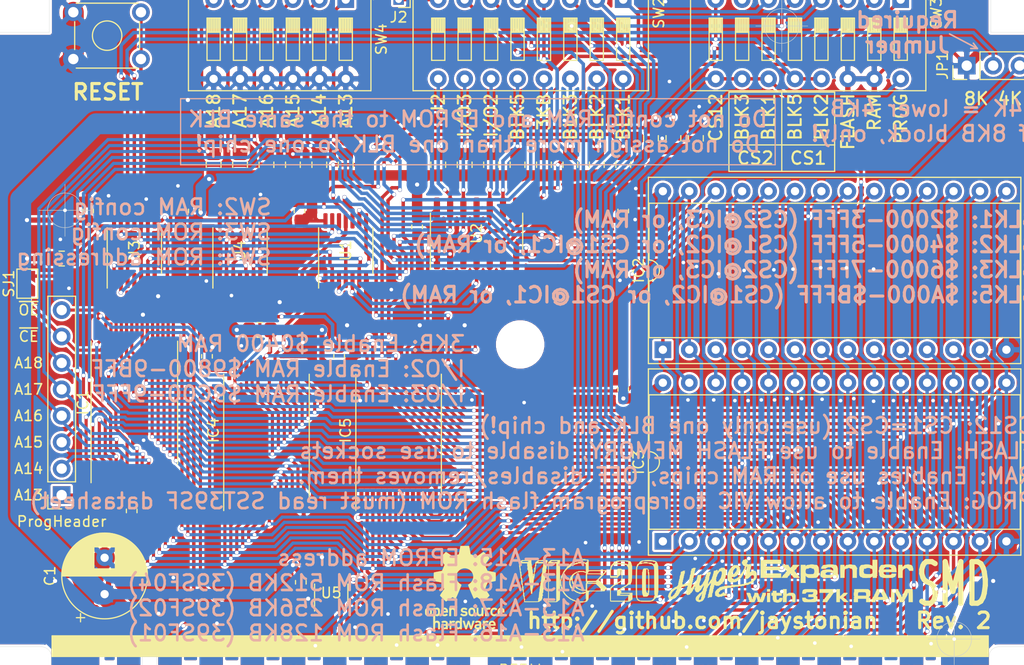
<source format=kicad_pcb>
(kicad_pcb (version 20171130) (host pcbnew "(5.1.10)-1")
  (title_block (title "VIC-20 Hyper Expander SMD") (rev 2) (company Jaystonian))
  (layers (0 F.Cu signal hide) (31 B.Cu signal hide) (34 B.Paste user hide) (35 F.Paste user hide) (36 B.SilkS user hide) (37 F.SilkS user) (38 B.Mask user hide) (39 F.Mask user) (44 Edge.Cuts user))
  (net 0 "")
  (net 1 +5V)
  (net 2 GND)
  (net 3 /A11)
  (net 4 /A9)
  (net 5 /A8)
  (net 6 /EA13)
  (net 7 /EA14)
  (net 8 /EA17)
  (net 9 /~PROG)
  (net 10 /EA18)
  (net 11 /EA16)
  (net 12 /EA15)
  (net 13 /A12)
  (net 14 /A7)
  (net 15 /A6)
  (net 16 /A5)
  (net 17 /A4)
  (net 18 /A3)
  (net 19 /A2)
  (net 20 /A1)
  (net 21 /A0)
  (net 22 /D0)
  (net 23 /D1)
  (net 24 /D2)
  (net 25 /D3)
  (net 26 /D4)
  (net 27 /D5)
  (net 28 /D6)
  (net 29 /D7)
  (net 30 /~ROM_I)
  (net 31 /A10)
  (net 32 /~CS1)
  (net 33 /~ROM_E)
  (net 34 /~CS2)
  (net 35 /~CSRAM1)
  (net 36 /~MEM)
  (net 37 /RA13A)
  (net 38 /VR~W)
  (net 39 /RA14A)
  (net 40 /RA14B)
  (net 41 /RA13B)
  (net 42 /~CSRAM2)
  (net 43 "Net-(J2-Pad1)")
  (net 44 /~CS1Y)
  (net 45 /~BANK0)
  (net 46 /~BANK1)
  (net 47 /~BANK2)
  (net 48 /~BANK3)
  (net 49 /~BANK4)
  (net 50 /~BANK5)
  (net 51 /~BANK6)
  (net 52 /~BANK7)
  (net 53 /~IO3)
  (net 54 /~IO2)
  (net 55 /~BLK5)
  (net 56 /~CS3K)
  (net 57 /~BLK3)
  (net 58 /~BLK2)
  (net 59 /~BLK1)
  (net 60 /~CS1X)
  (net 61 /~RESET)
  (net 62 "Net-(U1-Pad13)")
  (net 63 "Net-(U1-Pad8)")
  (net 64 "Net-(U1-Pad6)")
  (net 65 "Net-(U1-Pad4)")
  (net 66 "Net-(U1-Pad2)")
  (net 67 "Net-(U3-Pad1)")
  (net 68 "Net-(U3-Pad10)")
  (net 69 "Net-(U4-Pad13)")
  (net 70 /~RAM2)
  (net 71 /~RAM3)
  (net 72 /~RAM1)
  (net 73 "Net-(X1-Pad18)")
  (net 74 "Net-(X1-Pad19)")
  (net 75 "Net-(X1-Pad20)")
  (net 76 "Net-(X1-PadS)")
  (net 77 "Net-(X1-PadV)")
  (net 78 "Net-(X1-PadW)")
  (net 79 "Net-(X1-PadY)")
  (net 80 /~CS1Z)
  (module Package_DIP:DIP-28_W15.24mm_Socket (layer F.Cu) (at 151.13 102.87 90)
    (fp_text reference IC3 (at 7.62 -2.33 90) (layer F.SilkS))
    (fp_text value 27C512)
    (pad 28 thru_hole oval (at 15.24 0 90) (size 1.6 1.6) (drill 0.8) (layers *.Cu *.Mask) (net 1 +5V))
    (pad 14 thru_hole oval (at 0 33.02 90) (size 1.6 1.6) (drill 0.8) (layers *.Cu *.Mask) (net 2 GND))
    (pad 27 thru_hole oval (at 15.24 2.54 90) (size 1.6 1.6) (drill 0.8) (layers *.Cu *.Mask) (net 7 /EA14))
    (pad 13 thru_hole oval (at 0 30.48 90) (size 1.6 1.6) (drill 0.8) (layers *.Cu *.Mask) (net 24 /D2))
    (pad 26 thru_hole oval (at 15.24 5.08 90) (size 1.6 1.6) (drill 0.8) (layers *.Cu *.Mask) (net 6 /EA13))
    (pad 12 thru_hole oval (at 0 27.94 90) (size 1.6 1.6) (drill 0.8) (layers *.Cu *.Mask) (net 23 /D1))
    (pad 25 thru_hole oval (at 15.24 7.62 90) (size 1.6 1.6) (drill 0.8) (layers *.Cu *.Mask) (net 5 /A8))
    (pad 11 thru_hole oval (at 0 25.4 90) (size 1.6 1.6) (drill 0.8) (layers *.Cu *.Mask) (net 22 /D0))
    (pad 24 thru_hole oval (at 15.24 10.16 90) (size 1.6 1.6) (drill 0.8) (layers *.Cu *.Mask) (net 4 /A9))
    (pad 10 thru_hole oval (at 0 22.86 90) (size 1.6 1.6) (drill 0.8) (layers *.Cu *.Mask) (net 21 /A0))
    (pad 23 thru_hole oval (at 15.24 12.7 90) (size 1.6 1.6) (drill 0.8) (layers *.Cu *.Mask) (net 3 /A11))
    (pad 9 thru_hole oval (at 0 20.32 90) (size 1.6 1.6) (drill 0.8) (layers *.Cu *.Mask) (net 20 /A1))
    (pad 22 thru_hole oval (at 15.24 15.24 90) (size 1.6 1.6) (drill 0.8) (layers *.Cu *.Mask) (net 33 /~ROM_E))
    (pad 8 thru_hole oval (at 0 17.78 90) (size 1.6 1.6) (drill 0.8) (layers *.Cu *.Mask) (net 19 /A2))
    (pad 21 thru_hole oval (at 15.24 17.78 90) (size 1.6 1.6) (drill 0.8) (layers *.Cu *.Mask) (net 31 /A10))
    (pad 7 thru_hole oval (at 0 15.24 90) (size 1.6 1.6) (drill 0.8) (layers *.Cu *.Mask) (net 18 /A3))
    (pad 20 thru_hole oval (at 15.24 20.32 90) (size 1.6 1.6) (drill 0.8) (layers *.Cu *.Mask) (net 34 /~CS2))
    (pad 6 thru_hole oval (at 0 12.7 90) (size 1.6 1.6) (drill 0.8) (layers *.Cu *.Mask) (net 17 /A4))
    (pad 19 thru_hole oval (at 15.24 22.86 90) (size 1.6 1.6) (drill 0.8) (layers *.Cu *.Mask) (net 29 /D7))
    (pad 5 thru_hole oval (at 0 10.16 90) (size 1.6 1.6) (drill 0.8) (layers *.Cu *.Mask) (net 16 /A5))
    (pad 18 thru_hole oval (at 15.24 25.4 90) (size 1.6 1.6) (drill 0.8) (layers *.Cu *.Mask) (net 28 /D6))
    (pad 4 thru_hole oval (at 0 7.62 90) (size 1.6 1.6) (drill 0.8) (layers *.Cu *.Mask) (net 15 /A6))
    (pad 17 thru_hole oval (at 15.24 27.94 90) (size 1.6 1.6) (drill 0.8) (layers *.Cu *.Mask) (net 27 /D5))
    (pad 3 thru_hole oval (at 0 5.08 90) (size 1.6 1.6) (drill 0.8) (layers *.Cu *.Mask) (net 14 /A7))
    (pad 16 thru_hole oval (at 15.24 30.48 90) (size 1.6 1.6) (drill 0.8) (layers *.Cu *.Mask) (net 26 /D4))
    (pad 2 thru_hole oval (at 0 2.54 90) (size 1.6 1.6) (drill 0.8) (layers *.Cu *.Mask) (net 13 /A12))
    (pad 15 thru_hole oval (at 15.24 33.02 90) (size 1.6 1.6) (drill 0.8) (layers *.Cu *.Mask) (net 25 /D3))
    (pad 1 thru_hole rect (at 0 0 90) (size 1.6 1.6) (drill 0.8) (layers *.Cu *.Mask) (net 12 /EA15))
  )
  (module Package_DIP:DIP-28_W15.24mm_Socket (layer F.Cu) (at 151.13 84.455 90)
    (fp_text reference IC2 (at 7.62 -2.33 90) (layer F.SilkS))
    (fp_text value 27C512)
    (pad 28 thru_hole oval (at 15.24 0 90) (size 1.6 1.6) (drill 0.8) (layers *.Cu *.Mask) (net 1 +5V))
    (pad 14 thru_hole oval (at 0 33.02 90) (size 1.6 1.6) (drill 0.8) (layers *.Cu *.Mask) (net 2 GND))
    (pad 27 thru_hole oval (at 15.24 2.54 90) (size 1.6 1.6) (drill 0.8) (layers *.Cu *.Mask) (net 7 /EA14))
    (pad 13 thru_hole oval (at 0 30.48 90) (size 1.6 1.6) (drill 0.8) (layers *.Cu *.Mask) (net 24 /D2))
    (pad 26 thru_hole oval (at 15.24 5.08 90) (size 1.6 1.6) (drill 0.8) (layers *.Cu *.Mask) (net 6 /EA13))
    (pad 12 thru_hole oval (at 0 27.94 90) (size 1.6 1.6) (drill 0.8) (layers *.Cu *.Mask) (net 23 /D1))
    (pad 25 thru_hole oval (at 15.24 7.62 90) (size 1.6 1.6) (drill 0.8) (layers *.Cu *.Mask) (net 5 /A8))
    (pad 11 thru_hole oval (at 0 25.4 90) (size 1.6 1.6) (drill 0.8) (layers *.Cu *.Mask) (net 22 /D0))
    (pad 24 thru_hole oval (at 15.24 10.16 90) (size 1.6 1.6) (drill 0.8) (layers *.Cu *.Mask) (net 4 /A9))
    (pad 10 thru_hole oval (at 0 22.86 90) (size 1.6 1.6) (drill 0.8) (layers *.Cu *.Mask) (net 21 /A0))
    (pad 23 thru_hole oval (at 15.24 12.7 90) (size 1.6 1.6) (drill 0.8) (layers *.Cu *.Mask) (net 3 /A11))
    (pad 9 thru_hole oval (at 0 20.32 90) (size 1.6 1.6) (drill 0.8) (layers *.Cu *.Mask) (net 20 /A1))
    (pad 22 thru_hole oval (at 15.24 15.24 90) (size 1.6 1.6) (drill 0.8) (layers *.Cu *.Mask) (net 33 /~ROM_E))
    (pad 8 thru_hole oval (at 0 17.78 90) (size 1.6 1.6) (drill 0.8) (layers *.Cu *.Mask) (net 19 /A2))
    (pad 21 thru_hole oval (at 15.24 17.78 90) (size 1.6 1.6) (drill 0.8) (layers *.Cu *.Mask) (net 31 /A10))
    (pad 7 thru_hole oval (at 0 15.24 90) (size 1.6 1.6) (drill 0.8) (layers *.Cu *.Mask) (net 18 /A3))
    (pad 20 thru_hole oval (at 15.24 20.32 90) (size 1.6 1.6) (drill 0.8) (layers *.Cu *.Mask) (net 32 /~CS1))
    (pad 6 thru_hole oval (at 0 12.7 90) (size 1.6 1.6) (drill 0.8) (layers *.Cu *.Mask) (net 17 /A4))
    (pad 19 thru_hole oval (at 15.24 22.86 90) (size 1.6 1.6) (drill 0.8) (layers *.Cu *.Mask) (net 29 /D7))
    (pad 5 thru_hole oval (at 0 10.16 90) (size 1.6 1.6) (drill 0.8) (layers *.Cu *.Mask) (net 16 /A5))
    (pad 18 thru_hole oval (at 15.24 25.4 90) (size 1.6 1.6) (drill 0.8) (layers *.Cu *.Mask) (net 28 /D6))
    (pad 4 thru_hole oval (at 0 7.62 90) (size 1.6 1.6) (drill 0.8) (layers *.Cu *.Mask) (net 15 /A6))
    (pad 17 thru_hole oval (at 15.24 27.94 90) (size 1.6 1.6) (drill 0.8) (layers *.Cu *.Mask) (net 27 /D5))
    (pad 3 thru_hole oval (at 0 5.08 90) (size 1.6 1.6) (drill 0.8) (layers *.Cu *.Mask) (net 14 /A7))
    (pad 16 thru_hole oval (at 15.24 30.48 90) (size 1.6 1.6) (drill 0.8) (layers *.Cu *.Mask) (net 26 /D4))
    (pad 2 thru_hole oval (at 0 2.54 90) (size 1.6 1.6) (drill 0.8) (layers *.Cu *.Mask) (net 13 /A12))
    (pad 15 thru_hole oval (at 15.24 33.02 90) (size 1.6 1.6) (drill 0.8) (layers *.Cu *.Mask) (net 25 /D3))
    (pad 1 thru_hole rect (at 0 0 90) (size 1.6 1.6) (drill 0.8) (layers *.Cu *.Mask) (net 12 /EA15))
  )
  (module CPU2:VIC20_EXPANSION_CARD_sven (layer F.Cu) (at 137.414 123.947)
    (fp_text reference X1 (at -0.08 -1.3) (layer F.SilkS))
    (fp_text value VIC20_EXPANSION_PORT)
    (fp_line (start -45.06838 -9.99975) (end -45.06838 -1.0235) (layer Edge.Cuts) (width 0.0254))
    (fp_line (start 44.05 -0.0075) (end -33.909 -0.00762) (layer Edge.Cuts) (width 0.0254))
    (fp_line (start 45.06625 -9.99762) (end 45.06625 -1.02375) (layer Edge.Cuts) (width 0.0254))
    (fp_poly (pts (xy -43.60788 -0.071) (xy -44.30638 -0.071) (xy -44.75088 -0.325) (xy -45.00488 -0.7695) (xy -45.00488 -1.0235) (xy -45.00488 -17.1525) (xy -43.60788 -17.1525)) (layer F.Cu) (width 0.1))
    (fp_poly (pts (xy -43.60788 -0.071) (xy -44.30638 -0.071) (xy -44.75088 -0.325) (xy -45.00488 -0.7695) (xy -45.00488 -1.0235) (xy -45.00488 -17.1525) (xy -43.60788 -17.1525)) (layer B.Cu) (width 0.1))
    (fp_line (start -36.322 -10.00012) (end -36.322 -1.02387) (layer Edge.Cuts) (width 0.0254))
    (fp_line (start -34.925 -9.99975) (end -34.925 -1.0235) (layer Edge.Cuts) (width 0.0254))
    (fp_line (start -37.338 -0.00738) (end -44.05238 -0.0075) (layer Edge.Cuts) (width 0.0254))
    (fp_line (start -34.925 -10) (end -36.322 -10.00012) (layer Edge.Cuts) (width 0.0254))
    (fp_line (start -46 -10.93137) (end -51 -10.93137) (layer Edge.Cuts) (width 0.0254))
    (fp_line (start -51 -10.93137) (end -51 -70) (layer Edge.Cuts) (width 0.0254))
    (fp_line (start 46 -10.93137) (end 51 -10.93137) (layer Edge.Cuts) (width 0.0254))
    (fp_line (start 51 -10.93162) (end 51 -70) (layer Edge.Cuts) (width 0.0254))
    (fp_line (start -51 -70) (end -45.25 -70) (layer Edge.Cuts) (width 0.0254))
    (fp_line (start 51 -70) (end 45.25 -70) (layer Edge.Cuts) (width 0.0254))
    (fp_line (start -45.25 -70) (end -45.25 -75) (layer Edge.Cuts) (width 0.0254))
    (fp_line (start -45.25 -75) (end 45.25 -75) (layer Edge.Cuts) (width 0.0254))
    (fp_line (start 45.25 -75) (end 45.25 -70) (layer Edge.Cuts) (width 0.0254))
    (fp_arc (start 46 -9.99762) (end 45.06625 -9.99762) (angle 90) (layer Edge.Cuts) (width 0.0254))
    (fp_arc (start -46 -9.99975) (end -45.06838 -9.99975) (angle -90) (layer Edge.Cuts) (width 0.0254))
    (fp_arc (start -33.909 -1.0235) (end -34.925 -1.0235) (angle -90) (layer Edge.Cuts) (width 0.0254))
    (fp_arc (start -37.338 -1.02387) (end -36.322 -1.02387) (angle 90) (layer Edge.Cuts) (width 0.0254))
    (fp_text user REF** (at 0.08 -8.7 180) (layer F.SilkS))
    (fp_arc (start -44.05238 -1.0235) (end -45.06838 -1.0235) (angle -90) (layer Edge.Cuts) (width 0.0254))
    (fp_arc (start 44.05 -1.0235) (end 45.066 -1.0235) (angle 90) (layer Edge.Cuts) (width 0.0254))
    (pad Y connect rect (at -37.62 -5.25 180) (size 2.25 9.5) (layers B.Cu B.Mask) (net 79 "Net-(X1-PadY)"))
    (pad X connect rect (at -33.66 -5.25 180) (size 2.25 9.5) (layers B.Cu B.Mask) (net 61 /~RESET))
    (pad N connect rect (at -1.98 -5.25 180) (size 2.25 9.5) (layers B.Cu B.Mask) (net 31 /A10))
    (pad W connect rect (at -29.7 -5.25 180) (size 2.25 9.5) (layers B.Cu B.Mask) (net 78 "Net-(X1-PadW)"))
    (pad V connect rect (at -25.74 -5.25 180) (size 2.25 9.5) (layers B.Cu B.Mask) (net 77 "Net-(X1-PadV)"))
    (pad M connect rect (at 1.98 -5.25 180) (size 2.25 9.5) (layers B.Cu B.Mask) (net 4 /A9))
    (pad J connect rect (at 13.86 -5.25 180) (size 2.25 9.5) (layers B.Cu B.Mask) (net 15 /A6))
    (pad T connect rect (at -17.82 -5.25 180) (size 2.25 9.5) (layers B.Cu B.Mask) (net 54 /~IO2))
    (pad P connect rect (at -5.94 -5.25 180) (size 2.25 9.5) (layers B.Cu B.Mask) (net 3 /A11))
    (pad L connect rect (at 5.94 -5.25 180) (size 2.25 9.5) (layers B.Cu B.Mask) (net 5 /A8))
    (pad F connect rect (at 21.78 -5.25 180) (size 2.25 9.5) (layers B.Cu B.Mask) (net 17 /A4))
    (pad K connect rect (at 9.9 -5.25 180) (size 2.25 9.5) (layers B.Cu B.Mask) (net 14 /A7))
    (pad U connect rect (at -21.78 -5.25 180) (size 2.25 9.5) (layers B.Cu B.Mask) (net 53 /~IO3))
    (pad S connect rect (at -13.86 -5.25 180) (size 2.25 9.5) (layers B.Cu B.Mask) (net 76 "Net-(X1-PadS)"))
    (pad R connect rect (at -9.9 -5.25 180) (size 2.25 9.5) (layers B.Cu B.Mask) (net 13 /A12))
    (pad H connect rect (at 17.82 -5.25 180) (size 2.25 9.5) (layers B.Cu B.Mask) (net 16 /A5))
    (pad E connect rect (at 25.74 -5.25 180) (size 2.25 9.5) (layers B.Cu B.Mask) (net 18 /A3))
    (pad D connect rect (at 29.7 -5.25 180) (size 2.25 9.5) (layers B.Cu B.Mask) (net 19 /A2))
    (pad C connect rect (at 33.66 -5.25 180) (size 2.25 9.5) (layers B.Cu B.Mask) (net 20 /A1))
    (pad B connect rect (at 37.62 -5.25 180) (size 2.25 9.5) (layers B.Cu B.Mask) (net 21 /A0))
    (pad Z connect custom (at -41.58 -5 180) (size 2.25 10) (layers B.Cu) (net 2 GND) (options (clearance outline) (anchor rect)) (primitives (gr_poly (pts (xy -0.94 4.98) (xy 0.98 -4.95) (xy 2.55 -4.95) (xy 2.92 -4.83) (xy 3.21 -4.61) (xy 3.41 -4.2305) (xy 3.42 -3.9765) (xy 3.42 12.1525) (xy 2.023 12.1525)) (width 0.1))))
    (pad A connect custom (at 41.58 -5) (size 2.25 10) (layers B.Cu) (net 2 GND) (options (clearance outline) (anchor rect)) (primitives (gr_poly (pts (xy -0.94 -4.98) (xy 0.98 4.95) (xy 2.55 4.95) (xy 2.92 4.83) (xy 3.21 4.61) (xy 3.41 4.2305) (xy 3.42 3.9765) (xy 3.42 -12.1525) (xy 2.023 -12.1525)) (width 0.1))))
    (pad 22 connect custom (at -41.58 -5 180) (size 2.25 10) (layers F.Cu) (net 2 GND) (options (clearance outline) (anchor rect)) (primitives (gr_poly (pts (xy -0.94 4.98) (xy 0.98 -4.95) (xy 2.55 -4.95) (xy 2.92 -4.83) (xy 3.21 -4.61) (xy 3.41 -4.2305) (xy 3.42 -3.9765) (xy 3.42 12.1525) (xy 2.023 12.1525)) (width 0.1))))
    (pad 1 connect custom (at 41.58 -5) (size 2.25 10) (layers F.Cu) (net 2 GND) (options (clearance outline) (anchor rect)) (primitives (gr_poly (pts (xy -0.94 -4.98) (xy 0.98 4.95) (xy 2.55 4.95) (xy 2.92 4.83) (xy 3.21 4.61) (xy 3.41 4.2305) (xy 3.42 3.9765) (xy 3.42 -12.1525) (xy 2.023 -12.1525)) (width 0.1))))
    (pad 21 connect rect (at -37.62 -5.25) (size 2.25 9.5) (layers F.Cu F.Mask) (net 1 +5V))
    (pad 20 connect rect (at -33.66 -5.25) (size 2.25 9.5) (layers F.Cu F.Mask) (net 75 "Net-(X1-Pad20)"))
    (pad 19 connect rect (at -29.7 -5.25) (size 2.25 9.5) (layers F.Cu F.Mask) (net 74 "Net-(X1-Pad19)"))
    (pad 18 connect rect (at -25.74 -5.25) (size 2.25 9.5) (layers F.Cu F.Mask) (net 73 "Net-(X1-Pad18)"))
    (pad 17 connect rect (at -21.78 -5.25) (size 2.25 9.5) (layers F.Cu F.Mask) (net 38 /VR~W))
    (pad 16 connect rect (at -17.82 -5.25) (size 2.25 9.5) (layers F.Cu F.Mask) (net 71 /~RAM3))
    (pad 15 connect rect (at -13.86 -5.25) (size 2.25 9.5) (layers F.Cu F.Mask) (net 70 /~RAM2))
    (pad 14 connect rect (at -9.9 -5.25) (size 2.25 9.5) (layers F.Cu F.Mask) (net 72 /~RAM1))
    (pad 13 connect rect (at -5.94 -5.25) (size 2.25 9.5) (layers F.Cu F.Mask) (net 55 /~BLK5))
    (pad 12 connect rect (at -1.98 -5.25) (size 2.25 9.5) (layers F.Cu F.Mask) (net 57 /~BLK3))
    (pad 11 connect rect (at 1.98 -5.25) (size 2.25 9.5) (layers F.Cu F.Mask) (net 58 /~BLK2))
    (pad 10 connect rect (at 5.94 -5.25) (size 2.25 9.5) (layers F.Cu F.Mask) (net 59 /~BLK1))
    (pad 9 connect rect (at 9.9 -5.25) (size 2.25 9.5) (layers F.Cu F.Mask) (net 29 /D7))
    (pad 8 connect rect (at 13.86 -5.25) (size 2.25 9.5) (layers F.Cu F.Mask) (net 28 /D6))
    (pad 7 connect rect (at 17.82 -5.25) (size 2.25 9.5) (layers F.Cu F.Mask) (net 27 /D5))
    (pad 6 connect rect (at 21.78 -5.25) (size 2.25 9.5) (layers F.Cu F.Mask) (net 26 /D4))
    (pad 5 connect rect (at 25.74 -5.25) (size 2.25 9.5) (layers F.Cu F.Mask) (net 25 /D3))
    (pad 4 connect rect (at 29.7 -5.25) (size 2.25 9.5) (layers F.Cu F.Mask) (net 24 /D2))
    (pad 3 connect rect (at 33.66 -5.25) (size 2.25 9.5) (layers F.Cu F.Mask) (net 23 /D1))
    (pad 2 connect rect (at 37.62 -5.25) (size 2.25 9.5) (layers F.Cu F.Mask) (net 22 /D0))
    (pad "" np_thru_hole circle (at 0 -40) (size 4.2 4.2) (drill 4.2) (layers *.Cu *.Mask))
  )
  (module Symbol:OSHW-Logo_7.5x8mm_SilkScreen (layer F.Cu) (at 132.08 107.315)
    (fp_text reference REF** hide)
    (fp_text value OSHW-Logo_7.5x8mm_SilkScreen hide)
  )
  (module CPU2:HyperExpander_1806x214_1200dpi (layer F.Cu) (at 156.21 106.68)
    (fp_text reference G*** hide)
    (fp_text value LOGO hide)
  )
  (module Capacitor_THT:CP_Radial_D8.0mm_P3.50mm (layer F.Cu) (at 97.4725 107.95 90)
    (fp_text reference C1 (at 1.75 -5.25 90) (layer F.SilkS))
    (fp_text value 100u)
    (pad 1 thru_hole rect (at 0 0 90) (size 1.6 1.6) (drill 0.8) (layers *.Cu *.Mask) (net 1 +5V))
    (pad 2 thru_hole circle (at 3.5 0 90) (size 1.6 1.6) (drill 0.8) (layers *.Cu *.Mask) (net 2 GND))
  )
  (module Capacitor_SMD:C_0603_1608Metric_Pad1.05x0.95mm_HandSolder (layer F.Cu) (at 116.332 106.807 270)
    (fp_text reference C2 hide)
    (fp_text value 0.1u hide)
    (pad 2 smd roundrect (at 0.875 0 270) (size 1.05 0.95) (layers F.Cu F.Paste F.Mask) (net 2 GND))
    (pad 1 smd roundrect (at -0.875 0 270) (size 1.05 0.95) (layers F.Cu F.Paste F.Mask) (net 1 +5V))
  )
  (module Capacitor_SMD:C_0603_1608Metric_Pad1.05x0.95mm_HandSolder (layer F.Cu) (at 100.076 99.949 90)
    (fp_text reference C3 hide)
    (fp_text value 0.1u hide)
    (pad 1 smd roundrect (at -0.875 0 90) (size 1.05 0.95) (layers F.Cu F.Paste F.Mask) (net 2 GND))
    (pad 2 smd roundrect (at 0.875 0 90) (size 1.05 0.95) (layers F.Cu F.Paste F.Mask) (net 1 +5V))
  )
  (module Capacitor_SMD:C_0603_1608Metric_Pad1.05x0.95mm_HandSolder (layer F.Cu) (at 107.315 85.09 90)
    (fp_text reference C4 hide)
    (fp_text value 0.1u hide)
    (pad 2 smd roundrect (at 0.875 0 90) (size 1.05 0.95) (layers F.Cu F.Paste F.Mask) (net 2 GND))
    (pad 1 smd roundrect (at -0.875 0 90) (size 1.05 0.95) (layers F.Cu F.Paste F.Mask) (net 1 +5V))
  )
  (module Capacitor_SMD:C_0603_1608Metric_Pad1.05x0.95mm_HandSolder (layer F.Cu) (at 120.015 85.09 270)
    (fp_text reference C5 hide)
    (fp_text value 0.1u hide)
    (pad 2 smd roundrect (at 0.875 0 270) (size 1.05 0.95) (layers F.Cu F.Paste F.Mask) (net 1 +5V))
    (pad 1 smd roundrect (at -0.875 0 270) (size 1.05 0.95) (layers F.Cu F.Paste F.Mask) (net 2 GND))
  )
  (module Capacitor_SMD:C_0603_1608Metric_Pad1.05x0.95mm_HandSolder (layer F.Cu) (at 95.885 71.12 90)
    (fp_text reference C6 hide)
    (fp_text value 0.1u hide)
    (pad 1 smd roundrect (at -0.875 0 90) (size 1.05 0.95) (layers F.Cu F.Paste F.Mask) (net 1 +5V))
    (pad 2 smd roundrect (at 0.875 0 90) (size 1.05 0.95) (layers F.Cu F.Paste F.Mask) (net 2 GND))
  )
  (module Capacitor_SMD:C_0603_1608Metric_Pad1.05x0.95mm_HandSolder (layer F.Cu) (at 106.045 71.12 270)
    (fp_text reference C7 hide)
    (fp_text value 0.1u hide)
    (pad 1 smd roundrect (at -0.875 0 270) (size 1.05 0.95) (layers F.Cu F.Paste F.Mask) (net 2 GND))
    (pad 2 smd roundrect (at 0.875 0 270) (size 1.05 0.95) (layers F.Cu F.Paste F.Mask) (net 1 +5V))
  )
  (module Capacitor_SMD:C_0603_1608Metric_Pad1.05x0.95mm_HandSolder (layer F.Cu) (at 116.205 71.12 90)
    (fp_text reference C8 hide)
    (fp_text value 0.1u hide)
    (pad 2 smd roundrect (at 0.875 0 90) (size 1.05 0.95) (layers F.Cu F.Paste F.Mask) (net 2 GND))
    (pad 1 smd roundrect (at -0.875 0 90) (size 1.05 0.95) (layers F.Cu F.Paste F.Mask) (net 1 +5V))
  )
  (module Capacitor_SMD:C_0603_1608Metric_Pad1.05x0.95mm_HandSolder (layer F.Cu) (at 127.508 72.644 90)
    (fp_text reference C9 hide)
    (fp_text value 0.1u hide)
    (pad 1 smd roundrect (at -0.875 0 90) (size 1.05 0.95) (layers F.Cu F.Paste F.Mask) (net 2 GND))
    (pad 2 smd roundrect (at 0.875 0 90) (size 1.05 0.95) (layers F.Cu F.Paste F.Mask) (net 1 +5V))
  )
  (module CPU2:TSOP-32_14x8mm_P0.5mm (layer F.Cu) (at 100.33 89.535 90)
    (fp_text reference IC1 (at 0 -4.95 90) (layer F.SilkS))
    (fp_text value SST39SF040A-TSOP32)
    (pad 1 smd roundrect (at -6.925 -3.75 90) (size 1.55 0.3) (layers F.Cu F.Paste F.Mask) (net 3 /A11))
    (pad 2 smd roundrect (at -6.925 -3.25 90) (size 1.55 0.3) (layers F.Cu F.Paste F.Mask) (net 4 /A9))
    (pad 3 smd roundrect (at -6.925 -2.75 90) (size 1.55 0.3) (layers F.Cu F.Paste F.Mask) (net 5 /A8))
    (pad 4 smd roundrect (at -6.925 -2.25 90) (size 1.55 0.3) (layers F.Cu F.Paste F.Mask) (net 6 /EA13))
    (pad 5 smd roundrect (at -6.925 -1.75 90) (size 1.55 0.3) (layers F.Cu F.Paste F.Mask) (net 7 /EA14))
    (pad 6 smd roundrect (at -6.925 -1.25 90) (size 1.55 0.3) (layers F.Cu F.Paste F.Mask) (net 8 /EA17))
    (pad 7 smd roundrect (at -6.925 -0.75 90) (size 1.55 0.3) (layers F.Cu F.Paste F.Mask) (net 9 /~PROG))
    (pad 8 smd roundrect (at -6.925 -0.25 90) (size 1.55 0.3) (layers F.Cu F.Paste F.Mask) (net 1 +5V))
    (pad 9 smd roundrect (at -6.925 0.25 90) (size 1.55 0.3) (layers F.Cu F.Paste F.Mask) (net 10 /EA18))
    (pad 10 smd roundrect (at -6.925 0.75 90) (size 1.55 0.3) (layers F.Cu F.Paste F.Mask) (net 11 /EA16))
    (pad 11 smd roundrect (at -6.925 1.25 90) (size 1.55 0.3) (layers F.Cu F.Paste F.Mask) (net 12 /EA15))
    (pad 12 smd roundrect (at -6.925 1.75 90) (size 1.55 0.3) (layers F.Cu F.Paste F.Mask) (net 13 /A12))
    (pad 13 smd roundrect (at -6.925 2.25 90) (size 1.55 0.3) (layers F.Cu F.Paste F.Mask) (net 14 /A7))
    (pad 14 smd roundrect (at -6.925 2.75 90) (size 1.55 0.3) (layers F.Cu F.Paste F.Mask) (net 15 /A6))
    (pad 15 smd roundrect (at -6.925 3.25 90) (size 1.55 0.3) (layers F.Cu F.Paste F.Mask) (net 16 /A5))
    (pad 16 smd roundrect (at -6.925 3.75 90) (size 1.55 0.3) (layers F.Cu F.Paste F.Mask) (net 17 /A4))
    (pad 17 smd roundrect (at 6.925 3.75 90) (size 1.55 0.3) (layers F.Cu F.Paste F.Mask) (net 18 /A3))
    (pad 18 smd roundrect (at 6.925 3.25 90) (size 1.55 0.3) (layers F.Cu F.Paste F.Mask) (net 19 /A2))
    (pad 19 smd roundrect (at 6.925 2.75 90) (size 1.55 0.3) (layers F.Cu F.Paste F.Mask) (net 20 /A1))
    (pad 20 smd roundrect (at 6.925 2.25 90) (size 1.55 0.3) (layers F.Cu F.Paste F.Mask) (net 21 /A0))
    (pad 21 smd roundrect (at 6.925 1.75 90) (size 1.55 0.3) (layers F.Cu F.Paste F.Mask) (net 22 /D0))
    (pad 22 smd roundrect (at 6.925 1.25 90) (size 1.55 0.3) (layers F.Cu F.Paste F.Mask) (net 23 /D1))
    (pad 23 smd roundrect (at 6.925 0.75 90) (size 1.55 0.3) (layers F.Cu F.Paste F.Mask) (net 24 /D2))
    (pad 24 smd roundrect (at 6.925 0.25 90) (size 1.55 0.3) (layers F.Cu F.Paste F.Mask) (net 2 GND))
    (pad 25 smd roundrect (at 6.925 -0.25 90) (size 1.55 0.3) (layers F.Cu F.Paste F.Mask) (net 25 /D3))
    (pad 26 smd roundrect (at 6.925 -0.75 90) (size 1.55 0.3) (layers F.Cu F.Paste F.Mask) (net 26 /D4))
    (pad 27 smd roundrect (at 6.925 -1.25 90) (size 1.55 0.3) (layers F.Cu F.Paste F.Mask) (net 27 /D5))
    (pad 28 smd roundrect (at 6.925 -1.75 90) (size 1.55 0.3) (layers F.Cu F.Paste F.Mask) (net 28 /D6))
    (pad 29 smd roundrect (at 6.925 -2.25 90) (size 1.55 0.3) (layers F.Cu F.Paste F.Mask) (net 29 /D7))
    (pad 30 smd roundrect (at 6.925 -2.75 90) (size 1.55 0.3) (layers F.Cu F.Paste F.Mask) (net 80 /~CS1Z))
    (pad 31 smd roundrect (at 6.925 -3.25 90) (size 1.55 0.3) (layers F.Cu F.Paste F.Mask) (net 31 /A10))
    (pad 32 smd roundrect (at 6.925 -3.75 90) (size 1.55 0.3) (layers F.Cu F.Paste F.Mask) (net 30 /~ROM_I))
  )
  (module Package_SO:TSOP-I-28_11.8x8mm_P0.55mm (layer F.Cu) (at 113.03 92.71 90)
    (fp_text reference IC4 (at 0.5 -5.1 90) (layer F.SilkS))
    (fp_text value IS62C256AL-45TLI)
    (pad 22 smd rect (at 6.27 -0.275 90) (size 1.87 0.38) (layers F.Cu F.Paste F.Mask) (net 36 /~MEM))
    (pad 21 smd rect (at 6.27 0.275 90) (size 1.87 0.38) (layers F.Cu F.Paste F.Mask) (net 31 /A10))
    (pad 20 smd rect (at 6.27 0.825 90) (size 1.87 0.38) (layers F.Cu F.Paste F.Mask) (net 35 /~CSRAM1))
    (pad 23 smd rect (at 6.27 -0.825 90) (size 1.87 0.38) (layers F.Cu F.Paste F.Mask) (net 3 /A11))
    (pad 24 smd rect (at 6.27 -1.375 90) (size 1.87 0.38) (layers F.Cu F.Paste F.Mask) (net 4 /A9))
    (pad 19 smd rect (at 6.27 1.375 90) (size 1.87 0.38) (layers F.Cu F.Paste F.Mask) (net 29 /D7))
    (pad 25 smd rect (at 6.27 -1.925 90) (size 1.87 0.38) (layers F.Cu F.Paste F.Mask) (net 5 /A8))
    (pad 18 smd rect (at 6.27 1.925 90) (size 1.87 0.38) (layers F.Cu F.Paste F.Mask) (net 28 /D6))
    (pad 26 smd rect (at 6.27 -2.475 90) (size 1.87 0.38) (layers F.Cu F.Paste F.Mask) (net 37 /RA13A))
    (pad 17 smd rect (at 6.27 2.475 90) (size 1.87 0.38) (layers F.Cu F.Paste F.Mask) (net 27 /D5))
    (pad 16 smd rect (at 6.27 3.025 90) (size 1.87 0.38) (layers F.Cu F.Paste F.Mask) (net 26 /D4))
    (pad 27 smd rect (at 6.27 -3.025 90) (size 1.87 0.38) (layers F.Cu F.Paste F.Mask) (net 38 /VR~W))
    (pad 28 smd rect (at 6.27 -3.575 90) (size 1.87 0.38) (layers F.Cu F.Paste F.Mask) (net 1 +5V))
    (pad 15 smd rect (at 6.27 3.575 90) (size 1.87 0.38) (layers F.Cu F.Paste F.Mask) (net 25 /D3))
    (pad 14 smd rect (at -6.27 3.575 90) (size 1.87 0.38) (layers F.Cu F.Paste F.Mask) (net 2 GND))
    (pad 1 smd rect (at -6.27 -3.575 90) (size 1.87 0.38) (layers F.Cu F.Paste F.Mask) (net 39 /RA14A))
    (pad 2 smd rect (at -6.27 -3.025 90) (size 1.87 0.38) (layers F.Cu F.Paste F.Mask) (net 13 /A12))
    (pad 13 smd rect (at -6.27 3.025 90) (size 1.87 0.38) (layers F.Cu F.Paste F.Mask) (net 24 /D2))
    (pad 12 smd rect (at -6.27 2.475 90) (size 1.87 0.38) (layers F.Cu F.Paste F.Mask) (net 23 /D1))
    (pad 3 smd rect (at -6.27 -2.475 90) (size 1.87 0.38) (layers F.Cu F.Paste F.Mask) (net 14 /A7))
    (pad 11 smd rect (at -6.27 1.925 90) (size 1.87 0.38) (layers F.Cu F.Paste F.Mask) (net 22 /D0))
    (pad 4 smd rect (at -6.27 -1.925 90) (size 1.87 0.38) (layers F.Cu F.Paste F.Mask) (net 15 /A6))
    (pad 10 smd rect (at -6.27 1.375 90) (size 1.87 0.38) (layers F.Cu F.Paste F.Mask) (net 21 /A0))
    (pad 5 smd rect (at -6.27 -1.375 90) (size 1.87 0.38) (layers F.Cu F.Paste F.Mask) (net 16 /A5))
    (pad 6 smd rect (at -6.27 -0.825 90) (size 1.87 0.38) (layers F.Cu F.Paste F.Mask) (net 17 /A4))
    (pad 9 smd rect (at -6.27 0.825 90) (size 1.87 0.38) (layers F.Cu F.Paste F.Mask) (net 20 /A1))
    (pad 8 smd rect (at -6.27 0.275 90) (size 1.87 0.38) (layers F.Cu F.Paste F.Mask) (net 19 /A2))
    (pad 7 smd rect (at -6.27 -0.275 90) (size 1.87 0.38) (layers F.Cu F.Paste F.Mask) (net 18 /A3))
  )
  (module Package_SO:TSOP-I-28_11.8x8mm_P0.55mm (layer F.Cu) (at 125.73 92.71 90)
    (fp_text reference IC5 (at 0.5 -5.1 90) (layer F.SilkS))
    (fp_text value IS62C256AL-45TLI)
    (pad 7 smd rect (at -6.27 -0.275 90) (size 1.87 0.38) (layers F.Cu F.Paste F.Mask) (net 18 /A3))
    (pad 8 smd rect (at -6.27 0.275 90) (size 1.87 0.38) (layers F.Cu F.Paste F.Mask) (net 19 /A2))
    (pad 9 smd rect (at -6.27 0.825 90) (size 1.87 0.38) (layers F.Cu F.Paste F.Mask) (net 20 /A1))
    (pad 6 smd rect (at -6.27 -0.825 90) (size 1.87 0.38) (layers F.Cu F.Paste F.Mask) (net 17 /A4))
    (pad 5 smd rect (at -6.27 -1.375 90) (size 1.87 0.38) (layers F.Cu F.Paste F.Mask) (net 16 /A5))
    (pad 10 smd rect (at -6.27 1.375 90) (size 1.87 0.38) (layers F.Cu F.Paste F.Mask) (net 21 /A0))
    (pad 4 smd rect (at -6.27 -1.925 90) (size 1.87 0.38) (layers F.Cu F.Paste F.Mask) (net 15 /A6))
    (pad 11 smd rect (at -6.27 1.925 90) (size 1.87 0.38) (layers F.Cu F.Paste F.Mask) (net 22 /D0))
    (pad 3 smd rect (at -6.27 -2.475 90) (size 1.87 0.38) (layers F.Cu F.Paste F.Mask) (net 14 /A7))
    (pad 12 smd rect (at -6.27 2.475 90) (size 1.87 0.38) (layers F.Cu F.Paste F.Mask) (net 23 /D1))
    (pad 13 smd rect (at -6.27 3.025 90) (size 1.87 0.38) (layers F.Cu F.Paste F.Mask) (net 24 /D2))
    (pad 2 smd rect (at -6.27 -3.025 90) (size 1.87 0.38) (layers F.Cu F.Paste F.Mask) (net 13 /A12))
    (pad 1 smd rect (at -6.27 -3.575 90) (size 1.87 0.38) (layers F.Cu F.Paste F.Mask) (net 40 /RA14B))
    (pad 14 smd rect (at -6.27 3.575 90) (size 1.87 0.38) (layers F.Cu F.Paste F.Mask) (net 2 GND))
    (pad 15 smd rect (at 6.27 3.575 90) (size 1.87 0.38) (layers F.Cu F.Paste F.Mask) (net 25 /D3))
    (pad 28 smd rect (at 6.27 -3.575 90) (size 1.87 0.38) (layers F.Cu F.Paste F.Mask) (net 1 +5V))
    (pad 27 smd rect (at 6.27 -3.025 90) (size 1.87 0.38) (layers F.Cu F.Paste F.Mask) (net 38 /VR~W))
    (pad 16 smd rect (at 6.27 3.025 90) (size 1.87 0.38) (layers F.Cu F.Paste F.Mask) (net 26 /D4))
    (pad 17 smd rect (at 6.27 2.475 90) (size 1.87 0.38) (layers F.Cu F.Paste F.Mask) (net 27 /D5))
    (pad 26 smd rect (at 6.27 -2.475 90) (size 1.87 0.38) (layers F.Cu F.Paste F.Mask) (net 41 /RA13B))
    (pad 18 smd rect (at 6.27 1.925 90) (size 1.87 0.38) (layers F.Cu F.Paste F.Mask) (net 28 /D6))
    (pad 25 smd rect (at 6.27 -1.925 90) (size 1.87 0.38) (layers F.Cu F.Paste F.Mask) (net 5 /A8))
    (pad 19 smd rect (at 6.27 1.375 90) (size 1.87 0.38) (layers F.Cu F.Paste F.Mask) (net 29 /D7))
    (pad 24 smd rect (at 6.27 -1.375 90) (size 1.87 0.38) (layers F.Cu F.Paste F.Mask) (net 4 /A9))
    (pad 23 smd rect (at 6.27 -0.825 90) (size 1.87 0.38) (layers F.Cu F.Paste F.Mask) (net 3 /A11))
    (pad 20 smd rect (at 6.27 0.825 90) (size 1.87 0.38) (layers F.Cu F.Paste F.Mask) (net 42 /~CSRAM2))
    (pad 21 smd rect (at 6.27 0.275 90) (size 1.87 0.38) (layers F.Cu F.Paste F.Mask) (net 31 /A10))
    (pad 22 smd rect (at 6.27 -0.275 90) (size 1.87 0.38) (layers F.Cu F.Paste F.Mask) (net 36 /~MEM))
  )
  (module Connector_PinHeader_2.54mm:PinHeader_1x03_P2.54mm_Vertical (layer F.Cu) (at 180.34 57.15 90)
    (fp_text reference JP1 (at 0 -2.33 90) (layer F.SilkS))
    (fp_text value Conn_01x03)
    (pad 1 thru_hole rect (at 0 0 90) (size 1.7 1.7) (drill 1) (layers *.Cu *.Mask) (net 2 GND))
    (pad 2 thru_hole oval (at 0 2.54 90) (size 1.7 1.7) (drill 1) (layers *.Cu *.Mask) (net 44 /~CS1Y))
    (pad 3 thru_hole oval (at 0 5.08 90) (size 1.7 1.7) (drill 1) (layers *.Cu *.Mask) (net 13 /A12))
  )
  (module Resistor_SMD:R_0805_2012Metric_Pad1.15x1.40mm_HandSolder (layer F.Cu) (at 93.345 75.692)
    (fp_text reference R1 hide)
    (fp_text value 10k hide)
    (pad 2 smd roundrect (at 1.025 0) (size 1.15 1.4) (layers F.Cu F.Paste F.Mask) (roundrect_rratio 0.2173904347826087) (net 32 /~CS1))
    (pad 1 smd roundrect (at -1.025 0) (size 1.15 1.4) (layers F.Cu F.Paste F.Mask) (roundrect_rratio 0.2173904347826087) (net 1 +5V))
  )
  (module Resistor_SMD:R_0805_2012Metric_Pad1.15x1.40mm_HandSolder (layer F.Cu) (at 147.32 66.675 90)
    (fp_text reference R2 hide)
    (fp_text value 10k hide)
    (pad 1 smd roundrect (at -1.025 0 90) (size 1.15 1.4) (layers F.Cu F.Paste F.Mask) (roundrect_rratio 0.2173904347826087) (net 1 +5V))
    (pad 2 smd roundrect (at 1.025 0 90) (size 1.15 1.4) (layers F.Cu F.Paste F.Mask) (roundrect_rratio 0.2173904347826087) (net 45 /~BANK0))
  )
  (module Resistor_SMD:R_0805_2012Metric_Pad1.15x1.40mm_HandSolder (layer F.Cu) (at 144.78 66.675 90)
    (fp_text reference R3 hide)
    (fp_text value 10k hide)
    (pad 2 smd roundrect (at 1.025 0 90) (size 1.15 1.4) (layers F.Cu F.Paste F.Mask) (roundrect_rratio 0.2173904347826087) (net 46 /~BANK1))
    (pad 1 smd roundrect (at -1.025 0 90) (size 1.15 1.4) (layers F.Cu F.Paste F.Mask) (roundrect_rratio 0.2173904347826087) (net 1 +5V))
  )
  (module Resistor_SMD:R_0805_2012Metric_Pad1.15x1.40mm_HandSolder (layer F.Cu) (at 142.24 66.675 90)
    (fp_text reference R4 hide)
    (fp_text value 10k hide)
    (pad 1 smd roundrect (at -1.025 0 90) (size 1.15 1.4) (layers F.Cu F.Paste F.Mask) (roundrect_rratio 0.2173904347826087) (net 1 +5V))
    (pad 2 smd roundrect (at 1.025 0 90) (size 1.15 1.4) (layers F.Cu F.Paste F.Mask) (roundrect_rratio 0.2173904347826087) (net 47 /~BANK2))
  )
  (module Resistor_SMD:R_0805_2012Metric_Pad1.15x1.40mm_HandSolder (layer F.Cu) (at 139.7 66.675 90)
    (fp_text reference R5 hide)
    (fp_text value 10k hide)
    (pad 2 smd roundrect (at 1.025 0 90) (size 1.15 1.4) (layers F.Cu F.Paste F.Mask) (roundrect_rratio 0.2173904347826087) (net 48 /~BANK3))
    (pad 1 smd roundrect (at -1.025 0 90) (size 1.15 1.4) (layers F.Cu F.Paste F.Mask) (roundrect_rratio 0.2173904347826087) (net 1 +5V))
  )
  (module Resistor_SMD:R_0805_2012Metric_Pad1.15x1.40mm_HandSolder (layer F.Cu) (at 137.16 66.675 90)
    (fp_text reference R6 hide)
    (fp_text value 10k hide)
    (pad 1 smd roundrect (at -1.025 0 90) (size 1.15 1.4) (layers F.Cu F.Paste F.Mask) (roundrect_rratio 0.2173904347826087) (net 1 +5V))
    (pad 2 smd roundrect (at 1.025 0 90) (size 1.15 1.4) (layers F.Cu F.Paste F.Mask) (roundrect_rratio 0.2173904347826087) (net 49 /~BANK4))
  )
  (module Resistor_SMD:R_0805_2012Metric_Pad1.15x1.40mm_HandSolder (layer F.Cu) (at 134.62 66.675 90)
    (fp_text reference R7 hide)
    (fp_text value 10k hide)
    (pad 2 smd roundrect (at 1.025 0 90) (size 1.15 1.4) (layers F.Cu F.Paste F.Mask) (roundrect_rratio 0.2173904347826087) (net 50 /~BANK5))
    (pad 1 smd roundrect (at -1.025 0 90) (size 1.15 1.4) (layers F.Cu F.Paste F.Mask) (roundrect_rratio 0.2173904347826087) (net 1 +5V))
  )
  (module Resistor_SMD:R_0805_2012Metric_Pad1.15x1.40mm_HandSolder (layer F.Cu) (at 132.08 66.675 90)
    (fp_text reference R8 hide)
    (fp_text value 10k hide)
    (pad 1 smd roundrect (at -1.025 0 90) (size 1.15 1.4) (layers F.Cu F.Paste F.Mask) (roundrect_rratio 0.2173904347826087) (net 1 +5V))
    (pad 2 smd roundrect (at 1.025 0 90) (size 1.15 1.4) (layers F.Cu F.Paste F.Mask) (roundrect_rratio 0.2173904347826087) (net 51 /~BANK6))
  )
  (module Resistor_SMD:R_0805_2012Metric_Pad1.15x1.40mm_HandSolder (layer F.Cu) (at 129.54 66.675 90)
    (fp_text reference R9 hide)
    (fp_text value 10k hide)
    (pad 2 smd roundrect (at 1.025 0 90) (size 1.15 1.4) (layers F.Cu F.Paste F.Mask) (roundrect_rratio 0.2173904347826087) (net 52 /~BANK7))
    (pad 1 smd roundrect (at -1.025 0 90) (size 1.15 1.4) (layers F.Cu F.Paste F.Mask) (roundrect_rratio 0.2173904347826087) (net 1 +5V))
  )
  (module Resistor_SMD:R_0805_2012Metric_Pad1.15x1.40mm_HandSolder (layer F.Cu) (at 154.305 64.135 90)
    (fp_text reference R10 hide)
    (fp_text value 10k hide)
    (pad 2 smd roundrect (at 1.025 0 90) (size 1.15 1.4) (layers F.Cu F.Paste F.Mask) (roundrect_rratio 0.2173904347826087) (net 9 /~PROG))
    (pad 1 smd roundrect (at -1.025 0 90) (size 1.15 1.4) (layers F.Cu F.Paste F.Mask) (roundrect_rratio 0.2173904347826087) (net 1 +5V))
  )
  (module Resistor_SMD:R_0805_2012Metric_Pad1.15x1.40mm_HandSolder (layer F.Cu) (at 152.146 64.135 90)
    (fp_text reference R11 hide)
    (fp_text value 10k hide)
    (pad 1 smd roundrect (at -1.025 0 90) (size 1.15 1.4) (layers F.Cu F.Paste F.Mask) (roundrect_rratio 0.2173904347826087) (net 1 +5V))
    (pad 2 smd roundrect (at 1.025 0 90) (size 1.15 1.4) (layers F.Cu F.Paste F.Mask) (roundrect_rratio 0.2173904347826087) (net 34 /~CS2))
  )
  (module Resistor_SMD:R_0805_2012Metric_Pad1.15x1.40mm_HandSolder (layer F.Cu) (at 120.65 66.675 90)
    (fp_text reference R12 hide)
    (fp_text value 10k hide)
    (pad 2 smd roundrect (at 1.025 0 90) (size 1.15 1.4) (layers F.Cu F.Paste F.Mask) (roundrect_rratio 0.2173904347826087) (net 6 /EA13))
    (pad 1 smd roundrect (at -1.025 0 90) (size 1.15 1.4) (layers F.Cu F.Paste F.Mask) (roundrect_rratio 0.2173904347826087) (net 1 +5V))
  )
  (module Resistor_SMD:R_0805_2012Metric_Pad1.15x1.40mm_HandSolder (layer F.Cu) (at 118.11 66.675 90)
    (fp_text reference R13 hide)
    (fp_text value 10k hide)
    (pad 1 smd roundrect (at -1.025 0 90) (size 1.15 1.4) (layers F.Cu F.Paste F.Mask) (roundrect_rratio 0.2173904347826087) (net 1 +5V))
    (pad 2 smd roundrect (at 1.025 0 90) (size 1.15 1.4) (layers F.Cu F.Paste F.Mask) (roundrect_rratio 0.2173904347826087) (net 7 /EA14))
  )
  (module Resistor_SMD:R_0805_2012Metric_Pad1.15x1.40mm_HandSolder (layer F.Cu) (at 115.57 66.675 90)
    (fp_text reference R14 hide)
    (fp_text value 10k hide)
    (pad 2 smd roundrect (at 1.025 0 90) (size 1.15 1.4) (layers F.Cu F.Paste F.Mask) (roundrect_rratio 0.2173904347826087) (net 12 /EA15))
    (pad 1 smd roundrect (at -1.025 0 90) (size 1.15 1.4) (layers F.Cu F.Paste F.Mask) (roundrect_rratio 0.2173904347826087) (net 1 +5V))
  )
  (module Resistor_SMD:R_0805_2012Metric_Pad1.15x1.40mm_HandSolder (layer F.Cu) (at 113.03 66.675 90)
    (fp_text reference R15 hide)
    (fp_text value 10k hide)
    (pad 1 smd roundrect (at -1.025 0 90) (size 1.15 1.4) (layers F.Cu F.Paste F.Mask) (roundrect_rratio 0.2173904347826087) (net 1 +5V))
    (pad 2 smd roundrect (at 1.025 0 90) (size 1.15 1.4) (layers F.Cu F.Paste F.Mask) (roundrect_rratio 0.2173904347826087) (net 11 /EA16))
  )
  (module Resistor_SMD:R_0805_2012Metric_Pad1.15x1.40mm_HandSolder (layer F.Cu) (at 110.49 66.675 90)
    (fp_text reference R16 hide)
    (fp_text value 10k hide)
    (pad 2 smd roundrect (at 1.025 0 90) (size 1.15 1.4) (layers F.Cu F.Paste F.Mask) (roundrect_rratio 0.2173904347826087) (net 8 /EA17))
    (pad 1 smd roundrect (at -1.025 0 90) (size 1.15 1.4) (layers F.Cu F.Paste F.Mask) (roundrect_rratio 0.2173904347826087) (net 1 +5V))
  )
  (module Resistor_SMD:R_0805_2012Metric_Pad1.15x1.40mm_HandSolder (layer F.Cu) (at 107.95 66.675 90)
    (fp_text reference R17 hide)
    (fp_text value 10k hide)
    (pad 1 smd roundrect (at -1.025 0 90) (size 1.15 1.4) (layers F.Cu F.Paste F.Mask) (roundrect_rratio 0.2173904347826087) (net 1 +5V))
    (pad 2 smd roundrect (at 1.025 0 90) (size 1.15 1.4) (layers F.Cu F.Paste F.Mask) (roundrect_rratio 0.2173904347826087) (net 10 /EA18))
  )
  (module Resistor_SMD:R_0805_2012Metric_Pad1.15x1.40mm_HandSolder (layer F.Cu) (at 112.395 82.55)
    (fp_text reference R18 hide)
    (fp_text value 10k hide)
    (pad 1 smd roundrect (at -1.025 0) (size 1.15 1.4) (layers F.Cu F.Paste F.Mask) (roundrect_rratio 0.2173904347826087) (net 1 +5V))
    (pad 2 smd roundrect (at 1.025 0) (size 1.15 1.4) (layers F.Cu F.Paste F.Mask) (roundrect_rratio 0.2173904347826087) (net 36 /~MEM))
  )
  (module Resistor_SMD:R_0805_2012Metric_Pad1.15x1.40mm_HandSolder (layer F.Cu) (at 149.987 64.135 90)
    (fp_text reference R19 hide)
    (fp_text value 10k hide)
    (pad 1 smd roundrect (at -1.025 0 90) (size 1.15 1.4) (layers F.Cu F.Paste F.Mask) (roundrect_rratio 0.2173904347826087) (net 1 +5V))
    (pad 2 smd roundrect (at 1.025 0 90) (size 1.15 1.4) (layers F.Cu F.Paste F.Mask) (roundrect_rratio 0.2173904347826087) (net 30 /~ROM_I))
  )
  (module Button_Switch_THT:SW_DIP_SPSTx08_Slide_9.78x22.5mm_W7.62mm_P2.54mm (layer F.Cu) (at 147.32 50.8 270)
    (fp_text reference SW2 (at 1.27 -3.42 90) (layer F.SilkS))
    (fp_text value SW_DIP_x08)
    (pad 16 thru_hole oval (at 7.62 0 270) (size 1.6 1.6) (drill 0.8) (layers *.Cu *.Mask) (net 45 /~BANK0))
    (pad 8 thru_hole oval (at 0 17.78 270) (size 1.6 1.6) (drill 0.8) (layers *.Cu *.Mask) (net 43 "Net-(J2-Pad1)"))
    (pad 15 thru_hole oval (at 7.62 2.54 270) (size 1.6 1.6) (drill 0.8) (layers *.Cu *.Mask) (net 46 /~BANK1))
    (pad 7 thru_hole oval (at 0 15.24 270) (size 1.6 1.6) (drill 0.8) (layers *.Cu *.Mask) (net 53 /~IO3))
    (pad 14 thru_hole oval (at 7.62 5.08 270) (size 1.6 1.6) (drill 0.8) (layers *.Cu *.Mask) (net 47 /~BANK2))
    (pad 6 thru_hole oval (at 0 12.7 270) (size 1.6 1.6) (drill 0.8) (layers *.Cu *.Mask) (net 54 /~IO2))
    (pad 13 thru_hole oval (at 7.62 7.62 270) (size 1.6 1.6) (drill 0.8) (layers *.Cu *.Mask) (net 48 /~BANK3))
    (pad 5 thru_hole oval (at 0 10.16 270) (size 1.6 1.6) (drill 0.8) (layers *.Cu *.Mask) (net 55 /~BLK5))
    (pad 12 thru_hole oval (at 7.62 10.16 270) (size 1.6 1.6) (drill 0.8) (layers *.Cu *.Mask) (net 49 /~BANK4))
    (pad 4 thru_hole oval (at 0 7.62 270) (size 1.6 1.6) (drill 0.8) (layers *.Cu *.Mask) (net 56 /~CS3K))
    (pad 11 thru_hole oval (at 7.62 12.7 270) (size 1.6 1.6) (drill 0.8) (layers *.Cu *.Mask) (net 50 /~BANK5))
    (pad 3 thru_hole oval (at 0 5.08 270) (size 1.6 1.6) (drill 0.8) (layers *.Cu *.Mask) (net 57 /~BLK3))
    (pad 10 thru_hole oval (at 7.62 15.24 270) (size 1.6 1.6) (drill 0.8) (layers *.Cu *.Mask) (net 51 /~BANK6))
    (pad 2 thru_hole oval (at 0 2.54 270) (size 1.6 1.6) (drill 0.8) (layers *.Cu *.Mask) (net 58 /~BLK2))
    (pad 9 thru_hole oval (at 7.62 17.78 270) (size 1.6 1.6) (drill 0.8) (layers *.Cu *.Mask) (net 52 /~BANK7))
    (pad 1 thru_hole rect (at 0 0 270) (size 1.6 1.6) (drill 0.8) (layers *.Cu *.Mask) (net 59 /~BLK1))
  )
  (module Button_Switch_THT:SW_DIP_SPSTx08_Slide_9.78x22.5mm_W7.62mm_P2.54mm (layer F.Cu) (at 173.99 50.8 270)
    (fp_text reference SW3 (at 1.27 -3.42 90) (layer F.SilkS))
    (fp_text value SW_DIP_x08)
    (pad 1 thru_hole rect (at 0 0 270) (size 1.6 1.6) (drill 0.8) (layers *.Cu *.Mask) (net 38 /VR~W))
    (pad 9 thru_hole oval (at 7.62 17.78 270) (size 1.6 1.6) (drill 0.8) (layers *.Cu *.Mask) (net 34 /~CS2))
    (pad 2 thru_hole oval (at 0 2.54 270) (size 1.6 1.6) (drill 0.8) (layers *.Cu *.Mask) (net 36 /~MEM))
    (pad 10 thru_hole oval (at 7.62 15.24 270) (size 1.6 1.6) (drill 0.8) (layers *.Cu *.Mask) (net 34 /~CS2))
    (pad 3 thru_hole oval (at 0 5.08 270) (size 1.6 1.6) (drill 0.8) (layers *.Cu *.Mask) (net 30 /~ROM_I))
    (pad 11 thru_hole oval (at 7.62 12.7 270) (size 1.6 1.6) (drill 0.8) (layers *.Cu *.Mask) (net 34 /~CS2))
    (pad 4 thru_hole oval (at 0 7.62 270) (size 1.6 1.6) (drill 0.8) (layers *.Cu *.Mask) (net 58 /~BLK2))
    (pad 12 thru_hole oval (at 7.62 10.16 270) (size 1.6 1.6) (drill 0.8) (layers *.Cu *.Mask) (net 60 /~CS1X))
    (pad 5 thru_hole oval (at 0 10.16 270) (size 1.6 1.6) (drill 0.8) (layers *.Cu *.Mask) (net 55 /~BLK5))
    (pad 13 thru_hole oval (at 7.62 7.62 270) (size 1.6 1.6) (drill 0.8) (layers *.Cu *.Mask) (net 60 /~CS1X))
    (pad 6 thru_hole oval (at 0 12.7 270) (size 1.6 1.6) (drill 0.8) (layers *.Cu *.Mask) (net 59 /~BLK1))
    (pad 14 thru_hole oval (at 7.62 5.08 270) (size 1.6 1.6) (drill 0.8) (layers *.Cu *.Mask) (net 2 GND))
    (pad 7 thru_hole oval (at 0 15.24 270) (size 1.6 1.6) (drill 0.8) (layers *.Cu *.Mask) (net 57 /~BLK3))
    (pad 15 thru_hole oval (at 7.62 2.54 270) (size 1.6 1.6) (drill 0.8) (layers *.Cu *.Mask) (net 2 GND))
    (pad 8 thru_hole oval (at 0 17.78 270) (size 1.6 1.6) (drill 0.8) (layers *.Cu *.Mask) (net 60 /~CS1X))
    (pad 16 thru_hole oval (at 7.62 0 270) (size 1.6 1.6) (drill 0.8) (layers *.Cu *.Mask) (net 9 /~PROG))
  )
  (module Button_Switch_THT:SW_DIP_SPSTx06_Slide_9.78x17.42mm_W7.62mm_P2.54mm (layer F.Cu) (at 120.65 50.8 270)
    (fp_text reference SW4 (at 3.81 -3.42 90) (layer F.SilkS))
    (fp_text value SW_DIP_x06)
    (pad 1 thru_hole rect (at 0 0 270) (size 1.6 1.6) (drill 0.8) (layers *.Cu *.Mask) (net 6 /EA13))
    (pad 7 thru_hole oval (at 7.62 12.7 270) (size 1.6 1.6) (drill 0.8) (layers *.Cu *.Mask) (net 2 GND))
    (pad 2 thru_hole oval (at 0 2.54 270) (size 1.6 1.6) (drill 0.8) (layers *.Cu *.Mask) (net 7 /EA14))
    (pad 8 thru_hole oval (at 7.62 10.16 270) (size 1.6 1.6) (drill 0.8) (layers *.Cu *.Mask) (net 2 GND))
    (pad 3 thru_hole oval (at 0 5.08 270) (size 1.6 1.6) (drill 0.8) (layers *.Cu *.Mask) (net 12 /EA15))
    (pad 9 thru_hole oval (at 7.62 7.62 270) (size 1.6 1.6) (drill 0.8) (layers *.Cu *.Mask) (net 2 GND))
    (pad 4 thru_hole oval (at 0 7.62 270) (size 1.6 1.6) (drill 0.8) (layers *.Cu *.Mask) (net 11 /EA16))
    (pad 10 thru_hole oval (at 7.62 5.08 270) (size 1.6 1.6) (drill 0.8) (layers *.Cu *.Mask) (net 2 GND))
    (pad 5 thru_hole oval (at 0 10.16 270) (size 1.6 1.6) (drill 0.8) (layers *.Cu *.Mask) (net 8 /EA17))
    (pad 11 thru_hole oval (at 7.62 2.54 270) (size 1.6 1.6) (drill 0.8) (layers *.Cu *.Mask) (net 2 GND))
    (pad 6 thru_hole oval (at 0 12.7 270) (size 1.6 1.6) (drill 0.8) (layers *.Cu *.Mask) (net 10 /EA18))
    (pad 12 thru_hole oval (at 7.62 0 270) (size 1.6 1.6) (drill 0.8) (layers *.Cu *.Mask) (net 2 GND))
  )
  (module Package_SO:TSSOP-14_4.4x5mm_P0.65mm (layer F.Cu) (at 120.65 74.93 90)
    (fp_text reference U1 (at 0 0 90) (layer F.SilkS))
    (fp_text value 74AHCT04PW)
    (pad 14 smd roundrect (at 2.8625 -1.95 90) (size 1.475 0.4) (layers F.Cu F.Paste F.Mask) (net 1 +5V))
    (pad 13 smd roundrect (at 2.8625 -1.3 90) (size 1.475 0.4) (layers F.Cu F.Paste F.Mask) (net 62 "Net-(U1-Pad13)"))
    (pad 12 smd roundrect (at 2.8625 -0.65 90) (size 1.475 0.4) (layers F.Cu F.Paste F.Mask) (net 32 /~CS1))
    (pad 11 smd roundrect (at 2.8625 0 90) (size 1.475 0.4) (layers F.Cu F.Paste F.Mask) (net 30 /~ROM_I))
    (pad 10 smd roundrect (at 2.8625 0.65 90) (size 1.475 0.4) (layers F.Cu F.Paste F.Mask) (net 33 /~ROM_E))
    (pad 9 smd roundrect (at 2.8625 1.3 90) (size 1.475 0.4) (layers F.Cu F.Paste F.Mask) (net 52 /~BANK7))
    (pad 8 smd roundrect (at 2.8625 1.95 90) (size 1.475 0.4) (layers F.Cu F.Paste F.Mask) (net 63 "Net-(U1-Pad8)"))
    (pad 7 smd roundrect (at -2.8625 1.95 90) (size 1.475 0.4) (layers F.Cu F.Paste F.Mask) (net 2 GND))
    (pad 6 smd roundrect (at -2.8625 1.3 90) (size 1.475 0.4) (layers F.Cu F.Paste F.Mask) (net 64 "Net-(U1-Pad6)"))
    (pad 5 smd roundrect (at -2.8625 0.65 90) (size 1.475 0.4) (layers F.Cu F.Paste F.Mask) (net 48 /~BANK3))
    (pad 4 smd roundrect (at -2.8625 0 90) (size 1.475 0.4) (layers F.Cu F.Paste F.Mask) (net 65 "Net-(U1-Pad4)"))
    (pad 3 smd roundrect (at -2.8625 -0.65 90) (size 1.475 0.4) (layers F.Cu F.Paste F.Mask) (net 47 /~BANK2))
    (pad 2 smd roundrect (at -2.8625 -1.3 90) (size 1.475 0.4) (layers F.Cu F.Paste F.Mask) (net 66 "Net-(U1-Pad2)"))
    (pad 1 smd roundrect (at -2.8625 -1.95 90) (size 1.475 0.4) (layers F.Cu F.Paste F.Mask) (net 51 /~BANK6))
  )
  (module Package_SO:SOIC-14_3.9x8.7mm_P1.27mm (layer F.Cu) (at 133.223 73.279 90)
    (fp_text reference U2 (at 0 0 90) (layer F.SilkS))
    (fp_text value SN74LS21D)
    (pad 1 smd roundrect (at -2.475 -3.81 90) (size 1.95 0.6) (layers F.Cu F.Paste F.Mask) (net 45 /~BANK0))
    (pad 2 smd roundrect (at -2.475 -2.54 90) (size 1.95 0.6) (layers F.Cu F.Paste F.Mask) (net 46 /~BANK1))
    (pad 3 smd roundrect (at -2.475 -1.27 90) (size 1.95 0.6) (layers F.Cu F.Paste F.Mask))
    (pad 4 smd roundrect (at -2.475 0 90) (size 1.95 0.6) (layers F.Cu F.Paste F.Mask) (net 47 /~BANK2))
    (pad 5 smd roundrect (at -2.475 1.27 90) (size 1.95 0.6) (layers F.Cu F.Paste F.Mask) (net 48 /~BANK3))
    (pad 6 smd roundrect (at -2.475 2.54 90) (size 1.95 0.6) (layers F.Cu F.Paste F.Mask) (net 35 /~CSRAM1))
    (pad 7 smd roundrect (at -2.475 3.81 90) (size 1.95 0.6) (layers F.Cu F.Paste F.Mask) (net 2 GND))
    (pad 8 smd roundrect (at 2.475 3.81 90) (size 1.95 0.6) (layers F.Cu F.Paste F.Mask) (net 42 /~CSRAM2))
    (pad 9 smd roundrect (at 2.475 2.54 90) (size 1.95 0.6) (layers F.Cu F.Paste F.Mask) (net 49 /~BANK4))
    (pad 10 smd roundrect (at 2.475 1.27 90) (size 1.95 0.6) (layers F.Cu F.Paste F.Mask) (net 50 /~BANK5))
    (pad 11 smd roundrect (at 2.475 0 90) (size 1.95 0.6) (layers F.Cu F.Paste F.Mask))
    (pad 12 smd roundrect (at 2.475 -1.27 90) (size 1.95 0.6) (layers F.Cu F.Paste F.Mask) (net 51 /~BANK6))
    (pad 13 smd roundrect (at 2.475 -2.54 90) (size 1.95 0.6) (layers F.Cu F.Paste F.Mask) (net 52 /~BANK7))
    (pad 14 smd roundrect (at 2.475 -3.81 90) (size 1.95 0.6) (layers F.Cu F.Paste F.Mask) (net 1 +5V))
  )
  (module Package_SO:TSSOP-14_4.4x5mm_P0.65mm (layer F.Cu) (at 100.33 74.93 90)
    (fp_text reference U3 (at 0 0 90) (layer F.SilkS))
    (fp_text value 74AHCT02PW)
    (pad 1 smd roundrect (at -2.8625 -1.95 90) (size 1.475 0.4) (layers F.Cu F.Paste F.Mask) (net 67 "Net-(U3-Pad1)"))
    (pad 2 smd roundrect (at -2.8625 -1.3 90) (size 1.475 0.4) (layers F.Cu F.Paste F.Mask) (net 50 /~BANK5))
    (pad 3 smd roundrect (at -2.8625 -0.65 90) (size 1.475 0.4) (layers F.Cu F.Paste F.Mask) (net 66 "Net-(U1-Pad2)"))
    (pad 4 smd roundrect (at -2.8625 0 90) (size 1.475 0.4) (layers F.Cu F.Paste F.Mask) (net 39 /RA14A))
    (pad 5 smd roundrect (at -2.8625 0.65 90) (size 1.475 0.4) (layers F.Cu F.Paste F.Mask) (net 65 "Net-(U1-Pad4)"))
    (pad 6 smd roundrect (at -2.8625 1.3 90) (size 1.475 0.4) (layers F.Cu F.Paste F.Mask) (net 64 "Net-(U1-Pad6)"))
    (pad 7 smd roundrect (at -2.8625 1.95 90) (size 1.475 0.4) (layers F.Cu F.Paste F.Mask) (net 2 GND))
    (pad 8 smd roundrect (at 2.8625 1.95 90) (size 1.475 0.4) (layers F.Cu F.Paste F.Mask) (net 46 /~BANK1))
    (pad 9 smd roundrect (at 2.8625 1.3 90) (size 1.475 0.4) (layers F.Cu F.Paste F.Mask) (net 65 "Net-(U1-Pad4)"))
    (pad 10 smd roundrect (at 2.8625 0.65 90) (size 1.475 0.4) (layers F.Cu F.Paste F.Mask) (net 68 "Net-(U3-Pad10)"))
    (pad 11 smd roundrect (at 2.8625 0 90) (size 1.475 0.4) (layers F.Cu F.Paste F.Mask) (net 60 /~CS1X))
    (pad 12 smd roundrect (at 2.8625 -0.65 90) (size 1.475 0.4) (layers F.Cu F.Paste F.Mask) (net 44 /~CS1Y))
    (pad 13 smd roundrect (at 2.8625 -1.3 90) (size 1.475 0.4) (layers F.Cu F.Paste F.Mask) (net 62 "Net-(U1-Pad13)"))
    (pad 14 smd roundrect (at 2.8625 -1.95 90) (size 1.475 0.4) (layers F.Cu F.Paste F.Mask) (net 1 +5V))
  )
  (module Package_SO:TSSOP-14_4.4x5mm_P0.65mm (layer F.Cu) (at 110.49 74.93 90)
    (fp_text reference U4 (at 0 0 90) (layer F.SilkS))
    (fp_text value 74AHCT02PW)
    (pad 1 smd roundrect (at -2.8625 -1.95 90) (size 1.475 0.4) (layers F.Cu F.Paste F.Mask) (net 37 /RA13A))
    (pad 2 smd roundrect (at -2.8625 -1.3 90) (size 1.475 0.4) (layers F.Cu F.Paste F.Mask) (net 68 "Net-(U3-Pad10)"))
    (pad 3 smd roundrect (at -2.8625 -0.65 90) (size 1.475 0.4) (layers F.Cu F.Paste F.Mask) (net 64 "Net-(U1-Pad6)"))
    (pad 4 smd roundrect (at -2.8625 0 90) (size 1.475 0.4) (layers F.Cu F.Paste F.Mask) (net 41 /RA13B))
    (pad 5 smd roundrect (at -2.8625 0.65 90) (size 1.475 0.4) (layers F.Cu F.Paste F.Mask) (net 67 "Net-(U3-Pad1)"))
    (pad 6 smd roundrect (at -2.8625 1.3 90) (size 1.475 0.4) (layers F.Cu F.Paste F.Mask) (net 63 "Net-(U1-Pad8)"))
    (pad 7 smd roundrect (at -2.8625 1.95 90) (size 1.475 0.4) (layers F.Cu F.Paste F.Mask) (net 2 GND))
    (pad 8 smd roundrect (at 2.8625 1.95 90) (size 1.475 0.4) (layers F.Cu F.Paste F.Mask) (net 66 "Net-(U1-Pad2)"))
    (pad 9 smd roundrect (at 2.8625 1.3 90) (size 1.475 0.4) (layers F.Cu F.Paste F.Mask) (net 63 "Net-(U1-Pad8)"))
    (pad 10 smd roundrect (at 2.8625 0.65 90) (size 1.475 0.4) (layers F.Cu F.Paste F.Mask) (net 40 /RA14B))
    (pad 11 smd roundrect (at 2.8625 0 90) (size 1.475 0.4) (layers F.Cu F.Paste F.Mask) (net 2 GND))
    (pad 12 smd roundrect (at 2.8625 -0.65 90) (size 1.475 0.4) (layers F.Cu F.Paste F.Mask) (net 2 GND))
    (pad 13 smd roundrect (at 2.8625 -1.3 90) (size 1.475 0.4) (layers F.Cu F.Paste F.Mask) (net 69 "Net-(U4-Pad13)"))
    (pad 14 smd roundrect (at 2.8625 -1.95 90) (size 1.475 0.4) (layers F.Cu F.Paste F.Mask) (net 1 +5V))
  )
  (module Package_TO_SOT_SMD:SuperSOT-6 (layer F.Cu) (at 119.253 107.823 90)
    (fp_text reference U5 (at 0 0) (layer F.SilkS))
    (fp_text value 74LVC1G11GV)
    (pad 1 smd rect (at -1.3 -0.95 90) (size 1 0.7) (layers F.Cu F.Paste F.Mask) (net 70 /~RAM2))
    (pad 2 smd rect (at -1.3 0 90) (size 1 0.7) (layers F.Cu F.Paste F.Mask) (net 2 GND))
    (pad 3 smd rect (at -1.3 0.95 90) (size 1 0.7) (layers F.Cu F.Paste F.Mask) (net 71 /~RAM3))
    (pad 4 smd rect (at 1.3 0.95 90) (size 1 0.7) (layers F.Cu F.Paste F.Mask) (net 56 /~CS3K))
    (pad 6 smd rect (at 1.3 -0.95 90) (size 1 0.7) (layers F.Cu F.Paste F.Mask) (net 72 /~RAM1))
    (pad 5 smd rect (at 1.3 0 90) (size 1 0.7) (layers F.Cu F.Paste F.Mask) (net 1 +5V))
  )
  (module Connector_PinHeader_1.27mm:PinHeader_1x01_P1.27mm_Vertical (layer F.Cu) (at 125.73 50.8 180)
    (fp_text reference J2 (at 0 -1.695) (layer F.SilkS))
    (fp_text value J2)
    (pad 1 thru_hole rect (at 0 0 180) (size 1 1) (drill 0.65) (layers *.Cu *.Mask) (net 43 "Net-(J2-Pad1)"))
  )
  (module Connector_PinSocket_2.54mm:PinSocket_1x08_P2.54mm_Vertical (layer F.Cu) (at 93.345 98.425 180)
    (fp_text reference J1 hide)
    (fp_text value ProgHeader hide)
    (pad 1 thru_hole rect (at 0 0 180) (size 1.7 1.7) (drill 1) (layers *.Cu *.Mask) (net 6 /EA13))
    (pad 2 thru_hole oval (at 0 2.54 180) (size 1.7 1.7) (drill 1) (layers *.Cu *.Mask) (net 7 /EA14))
    (pad 3 thru_hole oval (at 0 5.08 180) (size 1.7 1.7) (drill 1) (layers *.Cu *.Mask) (net 12 /EA15))
    (pad 4 thru_hole oval (at 0 7.62 180) (size 1.7 1.7) (drill 1) (layers *.Cu *.Mask) (net 11 /EA16))
    (pad 5 thru_hole oval (at 0 10.16 180) (size 1.7 1.7) (drill 1) (layers *.Cu *.Mask) (net 8 /EA17))
    (pad 6 thru_hole oval (at 0 12.7 180) (size 1.7 1.7) (drill 1) (layers *.Cu *.Mask) (net 10 /EA18))
    (pad 7 thru_hole oval (at 0 15.24 180) (size 1.7 1.7) (drill 1) (layers *.Cu *.Mask) (net 80 /~CS1Z))
    (pad 8 thru_hole oval (at 0 17.78 180) (size 1.7 1.7) (drill 1) (layers *.Cu *.Mask) (net 30 /~ROM_I))
  )
  (module Button_Switch_THT:SW_TH_Tactile_Omron_B3F-10xx (layer F.Cu) (at 100.965 56.515 180)
    (fp_text reference SW1 hide)
    (fp_text value MJTP1230 hide)
    (pad 4 thru_hole circle (at 6.5 4.5 180) (size 1.7 1.7) (drill 1) (layers *.Cu *.Mask) (net 2 GND))
    (pad 3 thru_hole circle (at 0 4.5 180) (size 1.7 1.7) (drill 1) (layers *.Cu *.Mask) (net 61 /~RESET))
    (pad 2 thru_hole circle (at 6.5 0 180) (size 1.7 1.7) (drill 1) (layers *.Cu *.Mask) (net 2 GND))
    (pad 1 thru_hole circle (at 0 0 180) (size 1.7 1.7) (drill 1) (layers *.Cu *.Mask) (net 61 /~RESET))
  )
  (module Capacitor_SMD:C_0603_1608Metric_Pad1.05x0.95mm_HandSolder (layer F.Cu) (at 147.32 71.12 270)
    (fp_text reference C10 hide)
    (fp_text value 0.1u hide)
    (pad 1 smd roundrect (at -0.875 0 270) (size 1.05 0.95) (layers F.Cu F.Paste F.Mask) (net 1 +5V))
    (pad 2 smd roundrect (at 0.875 0 270) (size 1.05 0.95) (layers F.Cu F.Paste F.Mask) (net 2 GND))
  )
  (module Capacitor_SMD:C_0603_1608Metric_Pad1.05x0.95mm_HandSolder (layer F.Cu) (at 147.32 88.265 270)
    (fp_text reference C11 hide)
    (fp_text value 0.1u hide)
    (pad 2 smd roundrect (at 0.875 0 270) (size 1.05 0.95) (layers F.Cu F.Paste F.Mask) (net 1 +5V))
    (pad 1 smd roundrect (at -0.875 0 270) (size 1.05 0.95) (layers F.Cu F.Paste F.Mask) (net 2 GND))
  )
  (module Jumper:SolderJumper-2_P1.3mm_Open_TrianglePad1.0x1.5mm (layer F.Cu) (at 90.043 78.105 90)
    (fp_text reference SJ1 hide)
    (fp_text value SolderJumper_2_Open hide)
    (pad 2 smd custom (at 0.725 0 90) (size 0.3 0.3) (layers F.Cu F.Mask) (net 32 /~CS1) (options (clearance outline) (anchor rect)) (primitives (gr_poly (pts (xy -0.65 -0.75) (xy 0.5 -0.75) (xy 0.5 0.75) (xy -0.65 0.75) (xy -0.15 0)) (width 0))))
    (pad 1 smd custom (at -0.725 0 90) (size 0.3 0.3) (layers F.Cu F.Mask) (net 80 /~CS1Z) (options (clearance outline) (anchor rect)) (primitives (gr_poly (pts (xy -0.5 -0.75) (xy 0.5 -0.75) (xy 1 0) (xy 0.5 0.75) (xy -0.5 0.75)) (width 0))))
  )
  (target plus (at 162.56 53.34) (size 5) (width 0.05) (layer Edge.Cuts))
  (target plus (at 179.1335 112.268) (size 5) (width 0.05) (layer Edge.Cuts))
  (target plus (at 93.6625 71.0565) (size 5) (width 0.05) (layer Edge.Cuts))
  (gr_text "3KB: Enable $0400 RAM\nI/O2: Enable RAM $9800-9BFF\nI/O3: Enable RAM $9C00-9FFF" (at 132.2705 86.2965) (layer B.SilkS) (effects (font (size 1.5 1.5) (thickness 0.25)) (justify left mirror)))
  (gr_text SJ1 (at 88.265 78.105 90) (layer F.SilkS) (effects (font (size 1 1))))
  (gr_text A13 (at 90.17 98.425) (layer F.SilkS) (effects (font (size 1 1))))
  (gr_text A14 (at 90.17 95.885) (layer F.SilkS) (effects (font (size 1 1))))
  (gr_text A15 (at 90.17 93.345) (layer F.SilkS) (effects (font (size 1 1))))
  (gr_text A16 (at 90.17 90.805) (layer F.SilkS) (effects (font (size 1 1))))
  (gr_text A17 (at 90.17 88.265) (layer F.SilkS) (effects (font (size 1 1))))
  (gr_text A18 (at 90.17 85.725) (layer F.SilkS) (effects (font (size 1 1))))
  (gr_text ~CE (at 90.17 83.185) (layer F.SilkS) (effects (font (size 1 1))))
  (gr_text ProgHeader (at 93.345 100.965) (layer F.SilkS) (effects (font (size 1 1))))
  (gr_text ~OE (at 90.17 80.645) (layer F.SilkS) (effects (font (size 1 1))))
  (gr_text "A13-A15: EPROM address\nA13-A18: Flash ROM 512KB (39SF04)\nA13-A17: Flash ROM 256KB (39SF02)\nA13-A16: Flash ROM 128KB (39SF01)" (at 143.764 108.077) (layer B.SilkS) (effects (font (size 1.5 1.5) (thickness 0.25)) (justify left mirror)))
  (gr_text "CS12: CS1=CS2 (use only one BLK and chip!)\nFLASH: Enable to use FLASH MEMORY, disable to use sockets\nRAM: Enables use of RAM chips, OFF disables/removes them.\nPROG: Enable to allow VIC to reprogram flash ROM (must read SST39SF datasheet)" (at 186.944 95.377) (layer B.SilkS) (effects (font (size 1.5 1.5) (thickness 0.25)) (justify left mirror)))
  (gr_text "SW2: RAM config\nSW3: ROM config\nSW4: ROM addressing" (at 113.665 73.152) (layer B.SilkS) (effects (font (size 1.5 1.5) (thickness 0.25)) (justify left mirror)))
  (gr_line (start 181.356 55.499) (end 180.975 54.991) (layer B.SilkS) (width 0.15))
  (gr_line (start 181.356 55.499) (end 180.721 55.499) (layer B.SilkS) (width 0.15))
  (gr_line (start 178.689 54.102) (end 181.356 55.499) (layer B.SilkS) (width 0.15))
  (gr_text "Required\nJumper" (at 174.625 53.975) (layer B.SilkS) (effects (font (size 1.5 1.5) (thickness 0.3)) (justify mirror)))
  (gr_text "BLK1: $2000-3FFF (CS2@IC3, or RAM)\nBLK2: $4000-5FFF (CS1@IC2, or CS1@IC1, or RAM)\nBLK3: $6000-7FFF (CS2@IC3, or RAM)\nBLK5: $A000-$BFFF (CS1@IC2, or CS1@IC1, or RAM)" (at 187.325 75.565) (layer B.SilkS) (effects (font (size 1.5 1.5) (thickness 0.3)) (justify left mirror)))
  (gr_line (start 104.775 66.675) (end 104.775 60.325) (layer B.SilkS) (width 0.12))
  (gr_line (start 161.925 66.675) (end 104.775 66.675) (layer B.SilkS) (width 0.12))
  (gr_line (start 161.925 60.325) (end 161.925 66.675) (layer B.SilkS) (width 0.12))
  (gr_line (start 104.775 60.325) (end 161.925 60.325) (layer B.SilkS) (width 0.12))
  (gr_text "Do not config RAM and EPROM to the same BLK\nDo not assign more than one BLK to one chip!" (at 133.35 63.5) (layer B.SilkS) (effects (font (size 1.5 1.5) (thickness 0.25)) (justify mirror)))
  (gr_text "4K = lower 4KB\nof 8KB block, only!" (at 176.4665 62.484) (layer B.SilkS) (effects (font (size 1.5 1.5) (thickness 0.25)) (justify mirror)))
  (gr_text RESET (at 97.79 59.69) (layer F.SilkS) (effects (font (size 1.5 1.5) (thickness 0.3))))
  (gr_line (start 157.48 64.77) (end 167.64 64.77) (layer F.SilkS) (width 0.12))
  (gr_line (start 167.64 67.31) (end 162.56 67.31) (layer F.SilkS) (width 0.12))
  (gr_line (start 167.64 59.69) (end 167.64 67.31) (layer F.SilkS) (width 0.12))
  (gr_line (start 162.56 59.69) (end 167.64 59.69) (layer F.SilkS) (width 0.12))
  (gr_line (start 162.56 59.69) (end 157.48 59.69) (layer F.SilkS) (width 0.12))
  (gr_line (start 162.56 67.31) (end 162.56 59.69) (layer F.SilkS) (width 0.12))
  (gr_line (start 157.48 67.31) (end 162.56 67.31) (layer F.SilkS) (width 0.12))
  (gr_line (start 157.48 59.69) (end 157.48 67.31) (layer F.SilkS) (width 0.12))
  (gr_text CS2 (at 160.02 66.04) (layer F.SilkS) (effects (font (size 1.2 1.2) (thickness 0.2))))
  (gr_text CS1 (at 165.1 66.04) (layer F.SilkS) (effects (font (size 1.2 1.2) (thickness 0.2))))
  (gr_text "8K 4K" (at 182.88 60.325) (layer F.SilkS) (effects (font (size 1.2 1.2) (thickness 0.2))))
  (gr_text PROG (at 173.99 59.69 90) (layer F.SilkS) (effects (font (size 1.2 1.2) (thickness 0.2)) (justify right)))
  (gr_text RAM (at 171.45 59.69 90) (layer F.SilkS) (effects (font (size 1.2 1.2) (thickness 0.2)) (justify right)))
  (gr_text FLASH (at 168.91 59.69 90) (layer F.SilkS) (effects (font (size 1.2 1.2) (thickness 0.2)) (justify right)))
  (gr_text BLK2 (at 166.37 59.69 90) (layer F.SilkS) (effects (font (size 1.2 1.2) (thickness 0.2)) (justify right)))
  (gr_text BLK5 (at 163.83 59.69 90) (layer F.SilkS) (effects (font (size 1.2 1.2) (thickness 0.2)) (justify right)))
  (gr_text BLK1 (at 161.29 59.69 90) (layer F.SilkS) (effects (font (size 1.2 1.2) (thickness 0.2)) (justify right)))
  (gr_text BLK3 (at 158.75 59.69 90) (layer F.SilkS) (effects (font (size 1.2 1.2) (thickness 0.2)) (justify right)))
  (gr_text CS12 (at 156.21 59.69 90) (layer F.SilkS) (effects (font (size 1.2 1.2) (thickness 0.2)) (justify right)))
  (gr_text A18 (at 107.95 59.69 90) (layer F.SilkS) (effects (font (size 1.2 1.2) (thickness 0.2)) (justify right)))
  (gr_text A17 (at 110.49 59.69 90) (layer F.SilkS) (effects (font (size 1.2 1.2) (thickness 0.2)) (justify right)))
  (gr_text A16 (at 113.03 59.69 90) (layer F.SilkS) (effects (font (size 1.2 1.2) (thickness 0.2)) (justify right)))
  (gr_text A15 (at 115.57 59.69 90) (layer F.SilkS) (effects (font (size 1.2 1.2) (thickness 0.2)) (justify right)))
  (gr_text A14 (at 118.11 59.69 90) (layer F.SilkS) (effects (font (size 1.2 1.2) (thickness 0.2)) (justify right)))
  (gr_text A13 (at 120.65 59.69 90) (layer F.SilkS) (effects (font (size 1.2 1.2) (thickness 0.2)) (justify right)))
  (gr_text J2 (at 129.54 59.69 90) (layer F.SilkS) (effects (font (size 1.2 1.2) (thickness 0.2)) (justify right)))
  (gr_text I/O3 (at 132.08 59.69 90) (layer F.SilkS) (effects (font (size 1.2 1.2) (thickness 0.2)) (justify right)))
  (gr_text I/O2 (at 134.62 59.69 90) (layer F.SilkS) (effects (font (size 1.2 1.2) (thickness 0.2)) (justify right)))
  (gr_text BLK5 (at 137.16 59.69 90) (layer F.SilkS) (effects (font (size 1.2 1.2) (thickness 0.2)) (justify right)))
  (gr_text 3KB (at 139.7 59.69 90) (layer F.SilkS) (effects (font (size 1.2 1.2) (thickness 0.2)) (justify right)))
  (gr_text BLK3 (at 142.24 59.69 90) (layer F.SilkS) (effects (font (size 1.2 1.2) (thickness 0.2)) (justify right)))
  (gr_text BLK2 (at 144.78 59.69 90) (layer F.SilkS) (effects (font (size 1.2 1.2) (thickness 0.2)) (justify right)))
  (gr_text BLK1 (at 147.32 59.69 90) (layer F.SilkS) (effects (font (size 1.2 1.2) (thickness 0.2)) (justify right)))
  (gr_text "Rev. 2" (at 179.07 110.49) (layer F.SilkS) (effects (font (size 1.5 1.5) (thickness 0.3))))
  (gr_text http://github.com/jaystonian (at 154.94 110.49) (layer F.SilkS) (effects (font (size 1.5 1.5) (thickness 0.3))))
  (gr_text SMD (at 179.07 106.9975) (layer F.SilkS) (effects (font (size 4 2.25) (thickness 0.5))))
  (segment (start 107.95 67.7) (end 120.65 67.7) (width 1) (layer F.Cu) (net 1))
  (segment (start 100.08 99.07) (end 100.076 99.074) (width 0.3) (layer F.Cu) (net 1))
  (segment (start 100.08 96.46) (end 100.08 99.07) (width 0.3) (layer F.Cu) (net 1))
  (segment (start 129.54 67.7) (end 128.388 67.7) (width 1) (layer F.Cu) (net 1))
  (segment (start 127.508 68.58) (end 127.508 71.769) (width 1) (layer F.Cu) (net 1))
  (segment (start 128.388 67.7) (end 127.508 68.58) (width 1) (layer F.Cu) (net 1))
  (segment (start 127.508 71.769) (end 128.665 71.769) (width 0.5) (layer F.Cu) (net 1))
  (segment (start 129.413 71.021) (end 129.413 70.804) (width 0.5) (layer F.Cu) (net 1))
  (segment (start 128.665 71.769) (end 129.413 71.021) (width 0.5) (layer F.Cu) (net 1))
  (segment (start 146.44 67.7) (end 147.32 68.58) (width 1) (layer F.Cu) (net 1))
  (segment (start 146.059 67.7) (end 146.44 67.7) (width 1) (layer F.Cu) (net 1))
  (segment (start 147.32 67.7) (end 147.32 68.58) (width 1) (layer F.Cu) (net 1))
  (segment (start 129.54 67.7) (end 146.059 67.7) (width 1) (layer F.Cu) (net 1))
  (segment (start 146.059 67.7) (end 147.32 67.7) (width 1) (layer F.Cu) (net 1))
  (segment (start 148.096 70.245) (end 147.842 70.245) (width 0.5) (layer F.Cu) (net 1))
  (segment (start 147.32 69.723) (end 147.32 70.245) (width 1) (layer F.Cu) (net 1))
  (segment (start 147.32 68.58) (end 147.32 69.723) (width 1) (layer F.Cu) (net 1))
  (segment (start 147.32 70.245) (end 148.096 70.245) (width 0.5) (layer F.Cu) (net 1))
  (segment (start 147.32 89.14) (end 147.334 89.14) (width 0.5) (layer F.Cu) (net 1))
  (segment (start 127.508 68.58) (end 127.508 68.58) (width 2) (layer B.Cu) (net 1))
  (via (at 127.508 68.58) (size 0.8) (drill 0.4) (layers F.Cu B.Cu) (net 1))
  (segment (start 98.3075 71.995) (end 98.38 72.0675) (width 0.33) (layer F.Cu) (net 1))
  (segment (start 95.885 71.995) (end 98.3075 71.995) (width 0.33) (layer F.Cu) (net 1))
  (segment (start 149.987 65.16) (end 154.305 65.16) (width 1) (layer F.Cu) (net 1))
  (segment (start 120.49 86.44) (end 120.015 85.965) (width 0.3) (layer F.Cu) (net 1))
  (segment (start 122.155 86.44) (end 120.49 86.44) (width 0.3) (layer F.Cu) (net 1))
  (segment (start 107.79 86.44) (end 107.315 85.965) (width 0.3) (layer F.Cu) (net 1))
  (segment (start 109.455 86.44) (end 107.79 86.44) (width 0.3) (layer F.Cu) (net 1))
  (segment (start 148.844 66.303) (end 149.987 65.16) (width 1) (layer F.Cu) (net 1))
  (segment (start 148.844 66.9925) (end 148.844 66.303) (width 1) (layer F.Cu) (net 1))
  (segment (start 148.1365 67.7) (end 148.844 66.9925) (width 1) (layer F.Cu) (net 1))
  (segment (start 147.32 67.7) (end 148.1365 67.7) (width 1) (layer F.Cu) (net 1))
  (via (at 115.57 105.156) (size 0.8) (drill 0.4) (layers F.Cu B.Cu) (net 1))
  (segment (start 115.57 105.17) (end 116.332 105.932) (width 0.5) (layer F.Cu) (net 1))
  (segment (start 115.57 105.156) (end 115.57 105.17) (width 0.5) (layer F.Cu) (net 1))
  (segment (start 99.794 110.2715) (end 97.4725 107.95) (width 2) (layer F.Cu) (net 1))
  (segment (start 99.794 118.697) (end 99.794 110.2715) (width 2) (layer F.Cu) (net 1))
  (segment (start 101.00101 99.99901) (end 100.076 99.074) (width 0.5) (layer F.Cu) (net 1))
  (segment (start 101.00101 103.34199) (end 101.00101 99.99901) (width 0.5) (layer F.Cu) (net 1))
  (segment (start 97.8535 107.569) (end 97.4725 107.95) (width 0.5) (layer F.Cu) (net 1))
  (segment (start 97.8535 106.4895) (end 97.8535 107.569) (width 0.5) (layer F.Cu) (net 1))
  (segment (start 97.8535 106.4895) (end 101.00101 103.34199) (width 0.5) (layer F.Cu) (net 1))
  (segment (start 119.253 105.664) (end 119.253 106.523) (width 0.5) (layer F.Cu) (net 1))
  (segment (start 116.7765 105.4735) (end 119.0625 105.4735) (width 0.5) (layer F.Cu) (net 1))
  (segment (start 119.0625 105.4735) (end 119.253 105.664) (width 0.5) (layer F.Cu) (net 1))
  (segment (start 116.332 105.918) (end 116.7765 105.4735) (width 0.5) (layer F.Cu) (net 1))
  (segment (start 116.332 105.932) (end 116.332 105.918) (width 0.5) (layer F.Cu) (net 1))
  (segment (start 112.776 107.95) (end 115.57 105.156) (width 1) (layer B.Cu) (net 1))
  (segment (start 97.4725 107.95) (end 112.776 107.95) (width 1) (layer B.Cu) (net 1))
  (segment (start 150.1 70.245) (end 151.13 69.215) (width 1) (layer F.Cu) (net 1))
  (segment (start 147.32 70.245) (end 150.1 70.245) (width 1) (layer F.Cu) (net 1))
  (segment (start 147.842 70.245) (end 147.32 69.723) (width 1) (layer F.Cu) (net 1))
  (segment (start 148.4135 70.245) (end 147.842 70.245) (width 1) (layer F.Cu) (net 1))
  (segment (start 148.096 70.245) (end 148.4135 70.245) (width 0.5) (layer F.Cu) (net 1))
  (segment (start 148.4135 70.245) (end 149.084 70.245) (width 0.5) (layer F.Cu) (net 1))
  (segment (start 151.13 69.215) (end 151.13 75.946) (width 1) (layer B.Cu) (net 1))
  (segment (start 151.13 75.946) (end 147.32 79.756) (width 1) (layer B.Cu) (net 1))
  (segment (start 147.32 79.756) (end 147.32 89.2175) (width 1) (layer B.Cu) (net 1))
  (via (at 147.334 89.14) (size 0.8) (drill 0.4) (layers F.Cu B.Cu) (net 1))
  (segment (start 149.62 89.14) (end 151.13 87.63) (width 1) (layer F.Cu) (net 1))
  (segment (start 147.334 89.14) (end 149.62 89.14) (width 1) (layer F.Cu) (net 1))
  (segment (start 117.40501 69.53501) (end 115.57 67.7) (width 1) (layer F.Cu) (net 1))
  (segment (start 116.68 71.995) (end 117.40501 71.26999) (width 1) (layer F.Cu) (net 1))
  (segment (start 116.205 71.995) (end 116.68 71.995) (width 1) (layer F.Cu) (net 1))
  (segment (start 117.40501 68.40499) (end 118.11 67.7) (width 1) (layer F.Cu) (net 1))
  (segment (start 117.40501 69.53501) (end 117.40501 68.40499) (width 1) (layer F.Cu) (net 1))
  (segment (start 118.7 72.0675) (end 117.978 72.0675) (width 0.33) (layer F.Cu) (net 1))
  (segment (start 117.40501 71.49451) (end 117.40501 71.26999) (width 0.33) (layer F.Cu) (net 1))
  (segment (start 116.7525 72.0675) (end 116.68 71.995) (width 0.33) (layer F.Cu) (net 1))
  (segment (start 117.978 72.0675) (end 116.7525 72.0675) (width 0.33) (layer F.Cu) (net 1))
  (segment (start 117.729 70.9295) (end 117.40501 70.60551) (width 0.33) (layer F.Cu) (net 1))
  (segment (start 117.729 71.8185) (end 117.729 70.9295) (width 0.33) (layer F.Cu) (net 1))
  (segment (start 117.40501 70.60551) (end 117.40501 69.53501) (width 1) (layer F.Cu) (net 1))
  (segment (start 117.40501 71.26999) (end 117.40501 70.60551) (width 1) (layer F.Cu) (net 1))
  (segment (start 117.978 72.0675) (end 117.729 71.8185) (width 0.33) (layer F.Cu) (net 1))
  (segment (start 117.729 71.8185) (end 117.40501 71.49451) (width 0.33) (layer F.Cu) (net 1))
  (segment (start 126.628 67.7) (end 127.508 68.58) (width 1) (layer F.Cu) (net 1))
  (segment (start 125.993 67.7) (end 128.388 67.7) (width 1) (layer F.Cu) (net 1))
  (segment (start 120.65 67.7) (end 125.993 67.7) (width 1) (layer F.Cu) (net 1))
  (segment (start 125.993 67.7) (end 126.628 67.7) (width 1) (layer F.Cu) (net 1))
  (segment (start 108.4675 71.995) (end 108.54 72.0675) (width 0.33) (layer F.Cu) (net 1))
  (segment (start 106.045 71.995) (end 106.7194 71.995) (width 0.33) (layer F.Cu) (net 1))
  (segment (start 107.5182 68.0466) (end 107.5182 68.0466) (width 0.33) (layer B.Cu) (net 1))
  (via (at 107.5182 68.0466) (size 0.6) (drill 0.4) (layers F.Cu B.Cu) (net 1))
  (segment (start 95.885 71.995) (end 90.0062 71.995) (width 0.5) (layer F.Cu) (net 1))
  (segment (start 90.0062 71.995) (end 90.0062 71.995) (width 0.33) (layer F.Cu) (net 1))
  (via (at 90.0062 71.995) (size 0.6) (drill 0.4) (layers F.Cu B.Cu) (net 1))
  (segment (start 92.32 75.692) (end 90.0176 75.692) (width 0.5) (layer F.Cu) (net 1))
  (segment (start 90.0176 75.692) (end 90.0176 75.692) (width 0.5) (layer F.Cu) (net 1))
  (via (at 90.0176 75.692) (size 0.6) (drill 0.4) (layers F.Cu B.Cu) (net 1))
  (segment (start 107.315 85.965) (end 107.315 85.9155) (width 0.5) (layer F.Cu) (net 1))
  (segment (start 108.07949 85.15101) (end 108.52399 85.15101) (width 0.5) (layer F.Cu) (net 1))
  (segment (start 107.315 85.9155) (end 108.07949 85.15101) (width 0.5) (layer F.Cu) (net 1))
  (segment (start 108.52399 85.15101) (end 109.1565 84.5185) (width 0.5) (layer F.Cu) (net 1))
  (segment (start 109.1565 84.5185) (end 109.1565 83.566) (width 0.5) (layer F.Cu) (net 1))
  (segment (start 110.1725 82.55) (end 111.37 82.55) (width 0.5) (layer F.Cu) (net 1))
  (segment (start 109.1565 83.566) (end 110.1725 82.55) (width 0.5) (layer F.Cu) (net 1))
  (segment (start 120.015 85.965) (end 118.985 85.965) (width 0.5) (layer F.Cu) (net 1))
  (segment (start 118.985 85.965) (end 118.364 85.344) (width 0.5) (layer F.Cu) (net 1))
  (segment (start 118.364 85.344) (end 118.364 83.439) (width 0.5) (layer F.Cu) (net 1))
  (segment (start 106.6419 71.3981) (end 106.045 71.995) (width 0.5) (layer F.Cu) (net 1))
  (segment (start 106.7194 71.8299) (end 106.8845 71.995) (width 0.33) (layer F.Cu) (net 1))
  (segment (start 106.7194 71.3981) (end 106.7194 71.8299) (width 0.33) (layer F.Cu) (net 1))
  (segment (start 106.8845 71.995) (end 108.4675 71.995) (width 0.33) (layer F.Cu) (net 1))
  (segment (start 106.7194 71.995) (end 106.8845 71.995) (width 0.33) (layer F.Cu) (net 1))
  (segment (start 110.1725 82.55) (end 110.1725 82.55) (width 0.5) (layer F.Cu) (net 1))
  (via (at 110.1725 82.55) (size 0.6) (drill 0.4) (layers F.Cu B.Cu) (net 1))
  (segment (start 110.1725 82.55) (end 118.364 82.55) (width 1) (layer B.Cu) (net 1))
  (segment (start 118.364 82.55) (end 118.364 82.55) (width 1) (layer B.Cu) (net 1))
  (via (at 118.364 82.55) (size 0.6) (drill 0.4) (layers F.Cu B.Cu) (net 1))
  (segment (start 118.364 83.439) (end 118.364 82.55) (width 0.5) (layer F.Cu) (net 1))
  (segment (start 106.7194 71.2711) (end 106.7194 68.8454) (width 0.5) (layer B.Cu) (net 1))
  (via (at 106.7194 71.2711) (size 0.6) (drill 0.4) (layers F.Cu B.Cu) (net 1))
  (segment (start 106.7194 71.3206) (end 106.045 71.995) (width 0.5) (layer F.Cu) (net 1))
  (segment (start 106.7194 71.2711) (end 106.7194 71.3206) (width 0.5) (layer F.Cu) (net 1))
  (segment (start 106.7194 71.2711) (end 106.7194 71.8299) (width 0.33) (layer F.Cu) (net 1))
  (segment (start 106.045 78.4225) (end 106.045 71.995) (width 1) (layer F.Cu) (net 1))
  (segment (start 107.82949 85.40101) (end 107.315 85.9155) (width 1) (layer F.Cu) (net 1))
  (segment (start 108.32006 85.40101) (end 107.82949 85.40101) (width 1) (layer F.Cu) (net 1))
  (segment (start 109.5375 84.18357) (end 108.32006 85.40101) (width 1) (layer F.Cu) (net 1))
  (segment (start 109.5375 81.915) (end 109.5375 84.18357) (width 1) (layer F.Cu) (net 1))
  (segment (start 110.1725 82.55) (end 109.5375 81.915) (width 1) (layer F.Cu) (net 1))
  (segment (start 109.5375 81.915) (end 106.045 78.4225) (width 1) (layer F.Cu) (net 1))
  (segment (start 107.5182 68.0466) (end 106.7194 68.8454) (width 1) (layer B.Cu) (net 1))
  (segment (start 106.7194 70.3974) (end 106.7194 71.18548) (width 1) (layer B.Cu) (net 1))
  (segment (start 106.7194 68.8454) (end 106.7194 70.3974) (width 1) (layer B.Cu) (net 1))
  (segment (start 106.7194 70.3974) (end 106.7194 71.12198) (width 1) (layer B.Cu) (net 1))
  (segment (start 97.091282 107.95) (end 89.408 100.266718) (width 2) (layer B.Cu) (net 1))
  (segment (start 89.408 69.977) (end 96.647 62.738) (width 2) (layer B.Cu) (net 1))
  (segment (start 89.408 100.266718) (end 89.408 69.977) (width 2) (layer B.Cu) (net 1))
  (segment (start 96.647 62.738) (end 124.231417 62.738) (width 2) (layer B.Cu) (net 1))
  (segment (start 124.231417 62.738) (end 127.508 66.014583) (width 2) (layer B.Cu) (net 1))
  (segment (start 97.4725 107.95) (end 97.091282 107.95) (width 2) (layer B.Cu) (net 1))
  (segment (start 127.508 66.014583) (end 127.508 66.014583) (width 2) (layer B.Cu) (net 1))
  (segment (start 127.508 66.014583) (end 127.508 68.58) (width 2) (layer B.Cu) (net 1))
  (via (at 179.1335 112.268) (size 0.4) (drill 0.35) (layers F.Cu B.Cu) (net 2))
  (segment (start 178.994 115.242693) (end 182.476693 111.76) (width 2) (layer F.Cu) (net 2))
  (segment (start 178.994 118.947) (end 178.994 115.242693) (width 2) (layer F.Cu) (net 2))
  (segment (start 182.476693 111.76) (end 182.476693 107.083307) (width 2) (layer F.Cu) (net 2))
  (segment (start 182.476693 107.083307) (end 182.88 106.68) (width 2) (layer F.Cu) (net 2))
  (segment (start 168.91 58.42) (end 171.45 58.42) (width 0.33) (layer F.Cu) (net 2))
  (segment (start 92.71 106.68) (end 92.71 105.41) (width 2) (layer F.Cu) (net 2))
  (segment (start 95.834 109.804) (end 92.71 106.68) (width 2) (layer F.Cu) (net 2))
  (segment (start 95.834 118.947) (end 95.834 109.804) (width 2) (layer F.Cu) (net 2))
  (segment (start 91.765 104.45) (end 91.7575 104.4575) (width 2) (layer F.Cu) (net 2))
  (segment (start 92.71 105.41) (end 91.7575 104.4575) (width 2) (layer F.Cu) (net 2))
  (segment (start 95.834 118.947) (end 95.834 109.804) (width 2) (layer B.Cu) (net 2))
  (segment (start 95.834 109.804) (end 92.71 106.68) (width 2) (layer B.Cu) (net 2))
  (segment (start 92.71 106.68) (end 92.71 106.68) (width 2) (layer B.Cu) (net 2))
  (via (at 92.71 106.68) (size 0.8) (drill 0.4) (layers F.Cu B.Cu) (net 2))
  (segment (start 178.994 115.242693) (end 182.245 111.991693) (width 2) (layer B.Cu) (net 2))
  (segment (start 178.994 118.947) (end 178.994 115.242693) (width 2) (layer B.Cu) (net 2))
  (segment (start 182.245 111.991693) (end 182.245 107.315) (width 2) (layer B.Cu) (net 2))
  (segment (start 182.245 107.315) (end 182.88 106.68) (width 2) (layer B.Cu) (net 2))
  (segment (start 182.88 106.68) (end 182.88 106.68) (width 2) (layer B.Cu) (net 2))
  (via (at 182.88 106.68) (size 0.8) (drill 0.4) (layers F.Cu B.Cu) (net 2))
  (segment (start 94.465 52.015) (end 94.465 56.515) (width 2) (layer F.Cu) (net 2))
  (segment (start 93.195 57.785) (end 94.465 56.515) (width 2) (layer F.Cu) (net 2))
  (segment (start 88.9 57.785) (end 93.195 57.785) (width 2) (layer F.Cu) (net 2))
  (segment (start 87.63 59.055) (end 88.9 57.785) (width 2) (layer F.Cu) (net 2))
  (segment (start 91.7575 104.4575) (end 87.63 100.33) (width 2) (layer F.Cu) (net 2))
  (segment (start 184.15 105.41) (end 184.15 102.87) (width 2) (layer F.Cu) (net 2))
  (segment (start 182.88 106.68) (end 184.15 105.41) (width 2) (layer F.Cu) (net 2))
  (segment (start 186.150001 86.455001) (end 184.15 84.455) (width 2) (layer F.Cu) (net 2))
  (segment (start 184.15 102.87) (end 186.150001 100.869999) (width 2) (layer F.Cu) (net 2))
  (segment (start 186.150001 82.454999) (end 186.150001 65.810001) (width 2) (layer F.Cu) (net 2))
  (segment (start 184.15 84.455) (end 186.150001 82.454999) (width 2) (layer F.Cu) (net 2))
  (segment (start 186.150001 88.042999) (end 186.150001 82.454999) (width 2) (layer F.Cu) (net 2))
  (segment (start 186.150001 100.869999) (end 186.150001 88.042999) (width 2) (layer F.Cu) (net 2))
  (segment (start 186.150001 88.042999) (end 186.150001 86.455001) (width 2) (layer F.Cu) (net 2))
  (segment (start 105.918 60.452) (end 107.95 58.42) (width 0.33) (layer B.Cu) (net 2))
  (segment (start 108.712 60.198) (end 108.712 60.452) (width 0.33) (layer B.Cu) (net 2))
  (segment (start 110.49 58.42) (end 108.712 60.198) (width 0.33) (layer B.Cu) (net 2))
  (segment (start 108.712 60.452) (end 105.918 60.452) (width 2) (layer B.Cu) (net 2))
  (segment (start 113.03 58.42) (end 111.379 60.071) (width 0.33) (layer B.Cu) (net 2))
  (segment (start 111.379 60.071) (end 111.379 60.452) (width 0.33) (layer B.Cu) (net 2))
  (segment (start 115.57 58.42) (end 113.919 60.071) (width 0.33) (layer B.Cu) (net 2))
  (segment (start 113.919 60.071) (end 113.919 60.452) (width 0.33) (layer B.Cu) (net 2))
  (segment (start 116.078 60.452) (end 115.951 60.452) (width 0.33) (layer B.Cu) (net 2))
  (segment (start 118.11 58.42) (end 116.078 60.452) (width 0.33) (layer B.Cu) (net 2))
  (segment (start 120.65 58.42) (end 118.618 60.452) (width 0.33) (layer B.Cu) (net 2))
  (segment (start 120.65 58.42) (end 122.682 60.452) (width 0.33) (layer B.Cu) (net 2))
  (segment (start 119.634 59.944) (end 119.634 60.452) (width 0.33) (layer B.Cu) (net 2))
  (segment (start 118.11 58.42) (end 119.634 59.944) (width 0.33) (layer B.Cu) (net 2))
  (segment (start 119.634 60.452) (end 118.618 60.452) (width 2) (layer B.Cu) (net 2))
  (segment (start 122.682 60.452) (end 119.634 60.452) (width 2) (layer B.Cu) (net 2))
  (segment (start 117.602 60.452) (end 118.11 60.452) (width 0.33) (layer B.Cu) (net 2))
  (segment (start 115.57 58.42) (end 117.602 60.452) (width 0.33) (layer B.Cu) (net 2))
  (segment (start 118.11 60.452) (end 115.951 60.452) (width 2) (layer B.Cu) (net 2))
  (segment (start 118.618 60.452) (end 118.11 60.452) (width 2) (layer B.Cu) (net 2))
  (segment (start 115.062 60.452) (end 115.443 60.452) (width 0.33) (layer B.Cu) (net 2))
  (segment (start 113.03 58.42) (end 115.062 60.452) (width 0.33) (layer B.Cu) (net 2))
  (segment (start 115.443 60.452) (end 113.919 60.452) (width 2) (layer B.Cu) (net 2))
  (segment (start 115.951 60.452) (end 115.443 60.452) (width 2) (layer B.Cu) (net 2))
  (segment (start 112.522 60.452) (end 113.03 60.452) (width 0.33) (layer B.Cu) (net 2))
  (segment (start 110.49 58.42) (end 112.522 60.452) (width 0.33) (layer B.Cu) (net 2))
  (segment (start 113.03 60.452) (end 111.379 60.452) (width 2) (layer B.Cu) (net 2))
  (segment (start 113.919 60.452) (end 113.03 60.452) (width 2) (layer B.Cu) (net 2))
  (segment (start 109.474 59.944) (end 109.474 60.452) (width 0.33) (layer B.Cu) (net 2))
  (segment (start 107.95 58.42) (end 109.474 59.944) (width 0.33) (layer B.Cu) (net 2))
  (segment (start 109.474 60.452) (end 108.712 60.452) (width 2) (layer B.Cu) (net 2))
  (segment (start 111.379 60.452) (end 109.474 60.452) (width 2) (layer B.Cu) (net 2))
  (segment (start 172.72 57.15) (end 171.45 58.42) (width 0.33) (layer F.Cu) (net 2))
  (segment (start 180.34 57.15) (end 172.72 57.15) (width 0.33) (layer F.Cu) (net 2))
  (segment (start 186.150001 65.810001) (end 186.150001 64.166999) (width 2) (layer F.Cu) (net 2))
  (segment (start 186.150001 64.166999) (end 186.150001 62.515999) (width 1) (layer F.Cu) (net 2))
  (segment (start 186.150001 62.515999) (end 187.70129 60.96471) (width 1) (layer F.Cu) (net 2))
  (segment (start 187.70129 60.96471) (end 187.70129 56.76429) (width 1) (layer F.Cu) (net 2))
  (segment (start 187.70129 56.76429) (end 186.055 55.118) (width 1) (layer F.Cu) (net 2))
  (segment (start 182.372 55.118) (end 180.34 57.15) (width 1) (layer F.Cu) (net 2))
  (segment (start 186.055 55.118) (end 182.372 55.118) (width 1) (layer F.Cu) (net 2))
  (segment (start 97.15529 49.32471) (end 94.465 52.015) (width 0.33) (layer F.Cu) (net 2))
  (segment (start 176.32471 49.32471) (end 97.15529 49.32471) (width 0.33) (layer F.Cu) (net 2))
  (segment (start 178.435 51.435) (end 176.32471 49.32471) (width 0.33) (layer F.Cu) (net 2))
  (segment (start 178.435 55.245) (end 178.435 51.435) (width 0.33) (layer F.Cu) (net 2))
  (segment (start 180.34 57.15) (end 178.435 55.245) (width 0.33) (layer F.Cu) (net 2))
  (segment (start 98.402 60.452) (end 94.465 56.515) (width 2) (layer B.Cu) (net 2))
  (segment (start 105.918 60.452) (end 105.4735 60.452) (width 2) (layer B.Cu) (net 2))
  (segment (start 109.84 72.0675) (end 109.84 71.262) (width 0.33) (layer F.Cu) (net 2))
  (segment (start 109.84 71.262) (end 110.109 70.993) (width 0.33) (layer F.Cu) (net 2))
  (segment (start 110.109 70.739) (end 110.109 70.612) (width 0.33) (layer F.Cu) (net 2))
  (segment (start 110.49 71.374) (end 110.2995 71.1835) (width 0.33) (layer F.Cu) (net 2))
  (segment (start 110.49 72.0675) (end 110.49 71.374) (width 0.33) (layer F.Cu) (net 2))
  (segment (start 110.2995 71.1835) (end 110.109 70.993) (width 0.33) (layer F.Cu) (net 2))
  (segment (start 110.109 70.739) (end 109.615 70.245) (width 0.33) (layer F.Cu) (net 2))
  (segment (start 106.045 70.245) (end 109.615 70.245) (width 1) (layer F.Cu) (net 2))
  (segment (start 110.109 70.993) (end 110.109 70.739) (width 0.33) (layer F.Cu) (net 2))
  (segment (start 110.109 70.739) (end 110.603 70.245) (width 0.33) (layer F.Cu) (net 2))
  (segment (start 109.615 70.245) (end 110.603 70.245) (width 1) (layer F.Cu) (net 2))
  (segment (start 95.472499 118.585499) (end 95.834 118.947) (width 2) (layer F.Cu) (net 2))
  (segment (start 96.5125 105.41) (end 97.4725 104.45) (width 2) (layer F.Cu) (net 2))
  (segment (start 92.71 105.41) (end 96.5125 105.41) (width 2) (layer F.Cu) (net 2))
  (segment (start 97.4725 104.45) (end 97.4725 102.489) (width 0.5) (layer F.Cu) (net 2))
  (segment (start 99.1375 100.824) (end 100.076 100.824) (width 0.5) (layer F.Cu) (net 2))
  (segment (start 97.4725 102.489) (end 99.1375 100.824) (width 0.5) (layer F.Cu) (net 2))
  (segment (start 95.834 109.804) (end 102.667 109.804) (width 1) (layer B.Cu) (net 2))
  (segment (start 117.475 108.825) (end 117.0375 108.3875) (width 0.5) (layer F.Cu) (net 2))
  (segment (start 117.475 109.855) (end 117.475 108.825) (width 0.5) (layer F.Cu) (net 2))
  (segment (start 117.856 110.236) (end 117.6655 110.0455) (width 0.5) (layer F.Cu) (net 2))
  (segment (start 118.872 110.236) (end 117.856 110.236) (width 0.5) (layer F.Cu) (net 2))
  (segment (start 119.253 109.855) (end 118.872 110.236) (width 0.5) (layer F.Cu) (net 2))
  (segment (start 119.253 109.123) (end 119.253 109.855) (width 0.5) (layer F.Cu) (net 2))
  (segment (start 117.6655 110.0455) (end 117.475 109.855) (width 0.5) (layer F.Cu) (net 2))
  (segment (start 113.462 109.804) (end 115.621 109.804) (width 1) (layer B.Cu) (net 2))
  (segment (start 115.621 109.804) (end 117.0305 108.3945) (width 1) (layer B.Cu) (net 2))
  (segment (start 117.0375 108.3875) (end 116.332 107.682) (width 0.5) (layer F.Cu) (net 2))
  (via (at 117.0375 108.3875) (size 0.8) (drill 0.4) (layers F.Cu B.Cu) (net 2))
  (segment (start 128.588 97.028) (end 128.3335 97.028) (width 0.3) (layer F.Cu) (net 2))
  (segment (start 129.305 97.745) (end 128.588 97.028) (width 0.3) (layer F.Cu) (net 2))
  (segment (start 129.305 98.98) (end 129.305 97.745) (width 0.3) (layer F.Cu) (net 2))
  (segment (start 128.3335 97.028) (end 129.159 97.028) (width 1) (layer F.Cu) (net 2))
  (segment (start 117.437499 107.987501) (end 117.437499 105.384001) (width 1) (layer B.Cu) (net 2))
  (segment (start 117.0375 108.3875) (end 117.437499 107.987501) (width 1) (layer B.Cu) (net 2))
  (segment (start 128.3335 97.028) (end 121.9835 97.028) (width 1) (layer F.Cu) (net 2))
  (segment (start 117.437499 105.384001) (end 118.3005 104.521) (width 1) (layer B.Cu) (net 2))
  (segment (start 118.3005 104.521) (end 118.364 104.4575) (width 1) (layer B.Cu) (net 2))
  (segment (start 118.364 104.4575) (end 118.364 104.394) (width 1) (layer B.Cu) (net 2))
  (via (at 118.364 104.394) (size 0.8) (drill 0.4) (layers F.Cu B.Cu) (net 2))
  (segment (start 118.364 103.9495) (end 118.364 100.076) (width 1) (layer F.Cu) (net 2))
  (segment (start 118.364 104.394) (end 118.364 103.9495) (width 1) (layer F.Cu) (net 2))
  (segment (start 117.268 98.98) (end 116.605 98.98) (width 0.3) (layer F.Cu) (net 2))
  (segment (start 118.364 100.076) (end 117.268 98.98) (width 0.3) (layer F.Cu) (net 2))
  (segment (start 118.364 100.076) (end 118.364 99.8855) (width 1) (layer F.Cu) (net 2))
  (segment (start 121.2215 97.028) (end 121.9835 97.028) (width 1) (layer F.Cu) (net 2))
  (segment (start 118.364 99.8855) (end 121.2215 97.028) (width 1) (layer F.Cu) (net 2))
  (segment (start 106.045 70.245) (end 105.4735 69.6735) (width 1) (layer F.Cu) (net 2))
  (segment (start 105.4735 60.452) (end 98.402 60.452) (width 2) (layer B.Cu) (net 2))
  (via (at 105.4735 60.452) (size 0.8) (drill 0.4) (layers F.Cu B.Cu) (net 2))
  (segment (start 105.4735 61.1505) (end 105.4735 60.452) (width 1) (layer F.Cu) (net 2))
  (segment (start 105.4735 69.6735) (end 105.4735 61.1505) (width 1) (layer F.Cu) (net 2))
  (segment (start 105.4735 61.1505) (end 105.4735 60.5155) (width 1) (layer F.Cu) (net 2))
  (segment (start 102.28 77.7925) (end 102.28 78.949) (width 0.33) (layer F.Cu) (net 2))
  (segment (start 102.28 78.949) (end 102.28 78.9755) (width 0.33) (layer F.Cu) (net 2))
  (segment (start 102.28 78.9755) (end 102.616 79.3115) (width 0.33) (layer F.Cu) (net 2))
  (segment (start 102.616 79.3115) (end 102.616 79.3115) (width 0.33) (layer F.Cu) (net 2))
  (via (at 102.616 79.3115) (size 0.6) (drill 0.4) (layers F.Cu B.Cu) (net 2))
  (segment (start 100.58 82.61) (end 100.58 81.665) (width 0.3) (layer F.Cu) (net 2))
  (segment (start 100.58 81.665) (end 101.1555 81.0895) (width 0.3) (layer F.Cu) (net 2))
  (segment (start 101.1555 81.0895) (end 101.1555 81.0895) (width 0.3) (layer F.Cu) (net 2))
  (via (at 101.1555 81.0895) (size 0.6) (drill 0.4) (layers F.Cu B.Cu) (net 2))
  (segment (start 101.1555 80.772) (end 102.616 79.3115) (width 1) (layer B.Cu) (net 2))
  (segment (start 101.1555 81.0895) (end 101.1555 80.772) (width 1) (layer B.Cu) (net 2))
  (segment (start 102.616 79.3115) (end 104.4575 79.3115) (width 1) (layer B.Cu) (net 2))
  (segment (start 104.4575 79.3115) (end 104.775 79.3115) (width 1) (layer B.Cu) (net 2))
  (segment (start 107.823 82.3595) (end 107.823 84.201) (width 1) (layer B.Cu) (net 2))
  (segment (start 107.823 84.201) (end 107.823 84.201) (width 1) (layer B.Cu) (net 2))
  (via (at 107.823 84.201) (size 0.6) (drill 0.4) (layers F.Cu B.Cu) (net 2))
  (segment (start 107.329 84.201) (end 107.315 84.215) (width 1) (layer F.Cu) (net 2))
  (segment (start 107.823 84.201) (end 107.329 84.201) (width 1) (layer F.Cu) (net 2))
  (segment (start 120.015 84.215) (end 120.015 83.439) (width 0.5) (layer F.Cu) (net 2))
  (segment (start 132.08 85.217) (end 132.08 83.5025) (width 1) (layer F.Cu) (net 2))
  (segment (start 134.253 87.39) (end 132.08 85.217) (width 1) (layer F.Cu) (net 2))
  (segment (start 114.314 71.106) (end 115.175 70.245) (width 1) (layer F.Cu) (net 2))
  (segment (start 115.175 70.245) (end 116.205 70.245) (width 1) (layer F.Cu) (net 2))
  (segment (start 114.314 71.388) (end 114.314 71.106) (width 1) (layer F.Cu) (net 2))
  (segment (start 114.314 70.245) (end 115.175 70.245) (width 1) (layer F.Cu) (net 2))
  (segment (start 114.314 70.245) (end 114.314 71.388) (width 1) (layer F.Cu) (net 2))
  (segment (start 114.314 71.388) (end 114.314 78.5355) (width 1) (layer F.Cu) (net 2))
  (segment (start 114.314 71.388) (end 113.171 70.245) (width 1) (layer F.Cu) (net 2))
  (segment (start 113.171 70.245) (end 114.314 70.245) (width 1) (layer F.Cu) (net 2))
  (segment (start 110.603 70.245) (end 113.171 70.245) (width 1) (layer F.Cu) (net 2))
  (segment (start 88.9495 70.245) (end 87.63 71.5645) (width 1) (layer F.Cu) (net 2))
  (segment (start 87.63 100.33) (end 87.63 71.5645) (width 2) (layer F.Cu) (net 2))
  (segment (start 89.295 70.245) (end 87.63 68.58) (width 1) (layer F.Cu) (net 2))
  (segment (start 90.2195 70.245) (end 89.295 70.245) (width 1) (layer F.Cu) (net 2))
  (segment (start 87.63 71.5645) (end 87.63 68.58) (width 2) (layer F.Cu) (net 2))
  (segment (start 87.63 68.58) (end 87.63 59.055) (width 2) (layer F.Cu) (net 2))
  (segment (start 95.885 70.245) (end 90.2195 70.245) (width 1) (layer F.Cu) (net 2))
  (segment (start 90.2195 70.245) (end 88.9495 70.245) (width 1) (layer F.Cu) (net 2))
  (segment (start 107.823 82.3595) (end 107.823 82.169) (width 1) (layer B.Cu) (net 2))
  (segment (start 108.585 81.407) (end 108.74375 81.24825) (width 1) (layer B.Cu) (net 2))
  (segment (start 107.823 82.169) (end 108.74375 81.24825) (width 1) (layer B.Cu) (net 2))
  (segment (start 104.775 79.3115) (end 106.8705 81.407) (width 1) (layer B.Cu) (net 2))
  (segment (start 106.8705 81.407) (end 108.585 81.407) (width 1) (layer B.Cu) (net 2))
  (segment (start 106.8705 81.407) (end 107.823 82.3595) (width 1) (layer B.Cu) (net 2))
  (segment (start 110.109 79.883) (end 108.74375 81.24825) (width 1) (layer B.Cu) (net 2))
  (segment (start 114.3 79.883) (end 114.3 79.883) (width 1) (layer B.Cu) (net 2))
  (segment (start 114.3 79.883) (end 110.109 79.883) (width 1) (layer B.Cu) (net 2))
  (via (at 114.3 79.883) (size 0.6) (drill 0.4) (layers F.Cu B.Cu) (net 2))
  (segment (start 114.3 78.5495) (end 114.314 78.5355) (width 1) (layer F.Cu) (net 2))
  (segment (start 112.44 77.7925) (end 112.44 78.3405) (width 0.33) (layer F.Cu) (net 2))
  (segment (start 112.44 78.3405) (end 112.4585 78.359) (width 0.33) (layer F.Cu) (net 2))
  (segment (start 112.4585 78.359) (end 112.4585 79.1845) (width 0.33) (layer F.Cu) (net 2))
  (segment (start 112.4585 79.1845) (end 113.0935 79.8195) (width 0.33) (layer F.Cu) (net 2))
  (segment (start 114.2365 79.8195) (end 114.3 79.883) (width 0.33) (layer F.Cu) (net 2))
  (segment (start 113.6015 79.8195) (end 114.3 79.121) (width 0.33) (layer F.Cu) (net 2))
  (segment (start 114.3 79.121) (end 114.3 78.5495) (width 1) (layer F.Cu) (net 2))
  (segment (start 114.3 79.883) (end 114.3 79.121) (width 1) (layer F.Cu) (net 2))
  (segment (start 113.0935 79.8195) (end 113.6015 79.8195) (width 0.33) (layer F.Cu) (net 2))
  (segment (start 113.6015 79.8195) (end 114.2365 79.8195) (width 0.33) (layer F.Cu) (net 2))
  (segment (start 120.777 82.1055) (end 123.3805 82.1055) (width 1) (layer B.Cu) (net 2))
  (segment (start 120.015 83.439) (end 120.015 82.8675) (width 0.5) (layer F.Cu) (net 2))
  (segment (start 120.015 82.8675) (end 120.777 82.1055) (width 0.5) (layer F.Cu) (net 2))
  (segment (start 120.777 82.1055) (end 120.777 82.1055) (width 0.5) (layer F.Cu) (net 2))
  (via (at 120.777 82.1055) (size 0.6) (drill 0.4) (layers F.Cu B.Cu) (net 2))
  (segment (start 123.3805 82.1055) (end 132.08 82.1055) (width 1) (layer B.Cu) (net 2))
  (segment (start 132.08 82.1055) (end 132.08 82.1055) (width 1) (layer B.Cu) (net 2))
  (via (at 132.08 82.1055) (size 0.6) (drill 0.4) (layers F.Cu B.Cu) (net 2))
  (segment (start 132.08 83.5025) (end 132.08 82.1055) (width 1) (layer F.Cu) (net 2))
  (segment (start 139.8765 87.39) (end 139.8765 87.1995) (width 1) (layer F.Cu) (net 2))
  (segment (start 139.8765 87.39) (end 134.253 87.39) (width 1) (layer F.Cu) (net 2))
  (segment (start 139.8765 87.1995) (end 141.7955 85.2805) (width 1) (layer F.Cu) (net 2))
  (segment (start 141.7955 85.2805) (end 141.7955 82.4865) (width 1) (layer F.Cu) (net 2))
  (segment (start 141.7955 82.4865) (end 139.065 79.756) (width 1) (layer F.Cu) (net 2))
  (segment (start 141.7955 86.106) (end 143.0795 87.39) (width 1) (layer F.Cu) (net 2))
  (segment (start 141.7955 85.2805) (end 141.7955 86.106) (width 1) (layer F.Cu) (net 2))
  (segment (start 143.0795 87.39) (end 139.8765 87.39) (width 1) (layer F.Cu) (net 2))
  (segment (start 147.32 87.39) (end 143.0795 87.39) (width 1) (layer F.Cu) (net 2))
  (segment (start 114.3 79.883) (end 114.808 80.391) (width 1) (layer B.Cu) (net 2))
  (segment (start 120.666808 82.1055) (end 120.777 82.1055) (width 1) (layer B.Cu) (net 2))
  (segment (start 118.952308 80.391) (end 120.666808 82.1055) (width 1) (layer B.Cu) (net 2))
  (segment (start 114.808 80.391) (end 118.952308 80.391) (width 1) (layer B.Cu) (net 2))
  (segment (start 122.6 80.2825) (end 120.777 82.1055) (width 0.33) (layer F.Cu) (net 2))
  (segment (start 122.6 77.7925) (end 122.6 80.2825) (width 0.33) (layer F.Cu) (net 2))
  (segment (start 127.762 82.1055) (end 127.762 82.1055) (width 0.5) (layer F.Cu) (net 2))
  (via (at 127.762 82.1055) (size 0.6) (drill 0.4) (layers F.Cu B.Cu) (net 2))
  (segment (start 137.033 77.724) (end 139.065 79.756) (width 0.5) (layer F.Cu) (net 2))
  (segment (start 137.033 75.754) (end 137.033 77.724) (width 0.5) (layer F.Cu) (net 2))
  (segment (start 127.889 73.9) (end 127.508 73.519) (width 0.5) (layer F.Cu) (net 2))
  (segment (start 127.889 81.9785) (end 127.889 73.9) (width 0.5) (layer F.Cu) (net 2))
  (segment (start 127.762 82.1055) (end 127.889 81.9785) (width 0.5) (layer F.Cu) (net 2))
  (segment (start 141.8095 71.995) (end 147.32 71.995) (width 0.5) (layer F.Cu) (net 2))
  (segment (start 139.333 71.995) (end 141.8095 71.995) (width 0.5) (layer F.Cu) (net 2))
  (segment (start 137.033 74.295) (end 139.333 71.995) (width 0.5) (layer F.Cu) (net 2))
  (segment (start 137.033 75.754) (end 137.033 74.295) (width 0.5) (layer F.Cu) (net 2))
  (segment (start 95.834 115.294688) (end 92.299312 111.76) (width 2) (layer B.Cu) (net 2))
  (segment (start 95.834 118.947) (end 95.834 115.294688) (width 2) (layer B.Cu) (net 2))
  (segment (start 92.299312 111.76) (end 91.44 111.76) (width 2) (layer B.Cu) (net 2))
  (segment (start 92.71 110.49) (end 92.71 106.68) (width 2) (layer B.Cu) (net 2))
  (segment (start 91.44 111.76) (end 92.71 110.49) (width 2) (layer B.Cu) (net 2))
  (via (at 127.635 62.23) (size 0.4) (drill 0.35) (layers F.Cu B.Cu) (net 2))
  (via (at 137.795 89.535) (size 0.4) (drill 0.35) (layers F.Cu B.Cu) (net 2))
  (via (at 104.521 68.707) (size 0.4) (drill 0.35) (layers F.Cu B.Cu) (net 2))
  (via (at 112.4585 69.5325) (size 0.4) (drill 0.35) (layers F.Cu B.Cu) (net 2))
  (via (at 97.8535 69.6595) (size 0.4) (drill 0.35) (layers F.Cu B.Cu) (net 2))
  (via (at 93.6625 71.0565) (size 0.4) (drill 0.35) (layers F.Cu B.Cu) (net 2))
  (via (at 93.218 73.8505) (size 0.4) (drill 0.35) (layers F.Cu B.Cu) (net 2))
  (via (at 94.0435 78.5495) (size 0.4) (drill 0.35) (layers F.Cu B.Cu) (net 2))
  (via (at 122.047 89.3445) (size 0.4) (drill 0.35) (layers F.Cu B.Cu) (net 2))
  (via (at 109.9185 89.154) (size 0.4) (drill 0.35) (layers F.Cu B.Cu) (net 2))
  (via (at 132.7785 89.281) (size 0.4) (drill 0.35) (layers F.Cu B.Cu) (net 2))
  (via (at 153.543 89.281) (size 0.4) (drill 0.35) (layers F.Cu B.Cu) (net 2))
  (via (at 156.0195 89.281) (size 0.4) (drill 0.35) (layers F.Cu B.Cu) (net 2))
  (via (at 158.0515 89.3445) (size 0.4) (drill 0.35) (layers F.Cu B.Cu) (net 2))
  (via (at 160.5915 89.281) (size 0.4) (drill 0.35) (layers F.Cu B.Cu) (net 2))
  (via (at 159.3215 89.3445) (size 0.4) (drill 0.35) (layers F.Cu B.Cu) (net 2))
  (via (at 161.8615 89.281) (size 0.4) (drill 0.35) (layers F.Cu B.Cu) (net 2))
  (via (at 163.068 89.154) (size 0.4) (drill 0.35) (layers F.Cu B.Cu) (net 2))
  (via (at 164.465 89.154) (size 0.4) (drill 0.35) (layers F.Cu B.Cu) (net 2))
  (via (at 166.4335 89.2175) (size 0.4) (drill 0.35) (layers F.Cu B.Cu) (net 2))
  (via (at 168.2115 89.3445) (size 0.4) (drill 0.35) (layers F.Cu B.Cu) (net 2))
  (via (at 169.4815 89.154) (size 0.4) (drill 0.35) (layers F.Cu B.Cu) (net 2))
  (via (at 171.3865 89.408) (size 0.4) (drill 0.35) (layers F.Cu B.Cu) (net 2))
  (via (at 173.2915 89.3445) (size 0.4) (drill 0.35) (layers F.Cu B.Cu) (net 2))
  (via (at 174.5615 89.3445) (size 0.4) (drill 0.35) (layers F.Cu B.Cu) (net 2))
  (via (at 175.8315 89.3445) (size 0.4) (drill 0.35) (layers F.Cu B.Cu) (net 2))
  (via (at 177.1015 89.3445) (size 0.4) (drill 0.35) (layers F.Cu B.Cu) (net 2))
  (via (at 178.3715 89.3445) (size 0.4) (drill 0.35) (layers F.Cu B.Cu) (net 2))
  (via (at 179.6415 89.3445) (size 0.4) (drill 0.35) (layers F.Cu B.Cu) (net 2))
  (via (at 180.848 89.2175) (size 0.4) (drill 0.35) (layers F.Cu B.Cu) (net 2))
  (via (at 182.1815 92.075) (size 0.4) (drill 0.35) (layers F.Cu B.Cu) (net 2))
  (via (at 183.388 91.567) (size 0.4) (drill 0.35) (layers F.Cu B.Cu) (net 2))
  (via (at 156.464 77.1525) (size 0.4) (drill 0.35) (layers F.Cu B.Cu) (net 2))
  (via (at 158.9405 76.835) (size 0.4) (drill 0.35) (layers F.Cu B.Cu) (net 2))
  (via (at 161.798 76.7715) (size 0.4) (drill 0.35) (layers F.Cu B.Cu) (net 2))
  (via (at 163.6395 76.708) (size 0.4) (drill 0.35) (layers F.Cu B.Cu) (net 2))
  (via (at 166.3065 76.581) (size 0.4) (drill 0.35) (layers F.Cu B.Cu) (net 2))
  (via (at 168.783 76.581) (size 0.4) (drill 0.35) (layers F.Cu B.Cu) (net 2))
  (via (at 171.3865 76.708) (size 0.4) (drill 0.35) (layers F.Cu B.Cu) (net 2))
  (via (at 154.3685 76.454) (size 0.4) (drill 0.35) (layers F.Cu B.Cu) (net 2))
  (via (at 153.0985 76.073) (size 0.4) (drill 0.35) (layers F.Cu B.Cu) (net 2))
  (via (at 147.0025 77.7875) (size 0.4) (drill 0.35) (layers F.Cu B.Cu) (net 2))
  (via (at 148.463 71.9455) (size 0.4) (drill 0.35) (layers F.Cu B.Cu) (net 2))
  (via (at 148.5265 68.961) (size 0.4) (drill 0.35) (layers F.Cu B.Cu) (net 2))
  (via (at 154.6225 61.087) (size 0.4) (drill 0.35) (layers F.Cu B.Cu) (net 2))
  (via (at 151.765 58.674) (size 0.4) (drill 0.35) (layers F.Cu B.Cu) (net 2))
  (via (at 151.0665 64.135) (size 0.4) (drill 0.35) (layers F.Cu B.Cu) (net 2))
  (via (at 151.384 50.9905) (size 0.4) (drill 0.35) (layers F.Cu B.Cu) (net 2))
  (via (at 117.729 112.903) (size 0.4) (drill 0.35) (layers F.Cu B.Cu) (net 2))
  (via (at 122.1105 64.4525) (size 0.4) (drill 0.35) (layers F.Cu B.Cu) (net 2))
  (via (at 146.685 61.0235) (size 0.4) (drill 0.35) (layers F.Cu B.Cu) (net 2))
  (via (at 145.415 60.96) (size 0.4) (drill 0.35) (layers F.Cu B.Cu) (net 2))
  (via (at 144.145 61.087) (size 0.4) (drill 0.35) (layers F.Cu B.Cu) (net 2))
  (via (at 142.8115 62.0395) (size 0.4) (drill 0.35) (layers F.Cu B.Cu) (net 2))
  (via (at 141.6685 62.4205) (size 0.4) (drill 0.35) (layers F.Cu B.Cu) (net 2))
  (via (at 148.844 102.9335) (size 0.4) (drill 0.35) (layers F.Cu B.Cu) (net 2))
  (via (at 154.2415 104.521) (size 0.4) (drill 0.35) (layers F.Cu B.Cu) (net 2))
  (via (at 144.3355 109.093) (size 0.4) (drill 0.35) (layers F.Cu B.Cu) (net 2))
  (via (at 143.7005 102.997) (size 0.4) (drill 0.35) (layers F.Cu B.Cu) (net 2))
  (via (at 132.1435 108.6485) (size 0.4) (drill 0.35) (layers F.Cu B.Cu) (net 2))
  (via (at 124.714 109.855) (size 0.4) (drill 0.35) (layers F.Cu B.Cu) (net 2))
  (via (at 121.539 111.125) (size 0.4) (drill 0.35) (layers F.Cu B.Cu) (net 2))
  (via (at 108.2675 110.744) (size 0.4) (drill 0.35) (layers F.Cu B.Cu) (net 2))
  (segment (start 102.667 109.804) (end 113.462 109.804) (width 1) (layer B.Cu) (net 2))
  (via (at 102.667 109.804) (size 0.4) (drill 0.35) (layers F.Cu B.Cu) (net 2))
  (via (at 104.0765 106.3625) (size 0.4) (drill 0.35) (layers F.Cu B.Cu) (net 2))
  (via (at 101.219 93.1545) (size 0.4) (drill 0.35) (layers F.Cu B.Cu) (net 2))
  (via (at 110.617 84.074) (size 0.4) (drill 0.35) (layers F.Cu B.Cu) (net 2))
  (via (at 109.6645 79.248) (size 0.4) (drill 0.35) (layers F.Cu B.Cu) (net 2))
  (via (at 107.2515 77.851) (size 0.4) (drill 0.35) (layers F.Cu B.Cu) (net 2))
  (via (at 101.473 69.977) (size 0.4) (drill 0.35) (layers F.Cu B.Cu) (net 2))
  (via (at 171.323 98.933) (size 0.4) (drill 0.35) (layers F.Cu B.Cu) (net 2))
  (via (at 170.8785 100.965) (size 0.4) (drill 0.35) (layers F.Cu B.Cu) (net 2))
  (via (at 166.6875 99.441) (size 0.4) (drill 0.35) (layers F.Cu B.Cu) (net 2))
  (via (at 166.0525 101.0285) (size 0.4) (drill 0.35) (layers F.Cu B.Cu) (net 2))
  (via (at 163.1315 100.584) (size 0.4) (drill 0.35) (layers F.Cu B.Cu) (net 2))
  (via (at 160.5915 100.838) (size 0.4) (drill 0.35) (layers F.Cu B.Cu) (net 2))
  (via (at 171.8945 97.282) (size 0.4) (drill 0.35) (layers F.Cu B.Cu) (net 2))
  (via (at 129.4765 112.8395) (size 0.4) (drill 0.35) (layers F.Cu B.Cu) (net 2))
  (via (at 139.7635 109.0295) (size 0.4) (drill 0.35) (layers F.Cu B.Cu) (net 2))
  (via (at 147.447 111.3155) (size 0.4) (drill 0.35) (layers F.Cu B.Cu) (net 2))
  (via (at 162.56 107.696) (size 0.4) (drill 0.35) (layers F.Cu B.Cu) (net 2))
  (via (at 167.64 107.6325) (size 0.4) (drill 0.35) (layers F.Cu B.Cu) (net 2))
  (segment (start 178.994 112.4075) (end 179.1335 112.268) (width 0.3) (layer B.Cu) (net 2))
  (segment (start 178.994 118.947) (end 178.994 112.4075) (width 0.3) (layer B.Cu) (net 2))
  (segment (start 178.994 118.947) (end 178.994 112.192) (width 0.3) (layer B.Cu) (net 2))
  (segment (start 178.994 112.192) (end 178.2445 111.4425) (width 0.3) (layer B.Cu) (net 2))
  (via (at 158.5595 111.8235) (size 0.4) (drill 0.35) (layers F.Cu B.Cu) (net 2))
  (via (at 162.179 112.141) (size 0.4) (drill 0.35) (layers F.Cu B.Cu) (net 2))
  (via (at 165.735 112.649) (size 0.4) (drill 0.35) (layers F.Cu B.Cu) (net 2))
  (via (at 169.2275 112.9665) (size 0.4) (drill 0.35) (layers F.Cu B.Cu) (net 2))
  (via (at 176.911 112.7125) (size 0.4) (drill 0.35) (layers F.Cu B.Cu) (net 2))
  (via (at 156.845 104.775) (size 0.4) (drill 0.35) (layers F.Cu B.Cu) (net 2))
  (via (at 155.067 110.49) (size 0.4) (drill 0.35) (layers F.Cu B.Cu) (net 2))
  (via (at 152.146 110.5535) (size 0.4) (drill 0.35) (layers F.Cu B.Cu) (net 2))
  (via (at 137.541 113.03) (size 0.4) (drill 0.35) (layers F.Cu B.Cu) (net 2))
  (via (at 125.5395 112.8395) (size 0.4) (drill 0.35) (layers F.Cu B.Cu) (net 2))
  (via (at 125.0315 78.6765) (size 0.4) (drill 0.35) (layers F.Cu B.Cu) (net 2))
  (via (at 141.478 113.4745) (size 0.4) (drill 0.35) (layers F.Cu B.Cu) (net 2))
  (via (at 116.5225 83.7565) (size 0.4) (drill 0.35) (layers F.Cu B.Cu) (net 2))
  (via (at 153.416 113.03) (size 0.4) (drill 0.35) (layers F.Cu B.Cu) (net 2))
  (via (at 160.655 104.521) (size 0.4) (drill 0.35) (layers F.Cu B.Cu) (net 2))
  (via (at 159.385 104.521) (size 0.4) (drill 0.35) (layers F.Cu B.Cu) (net 2))
  (via (at 173.355 107.6325) (size 0.4) (drill 0.35) (layers F.Cu B.Cu) (net 2))
  (via (at 172.085 107.6325) (size 0.4) (drill 0.35) (layers F.Cu B.Cu) (net 2))
  (segment (start 162.664999 70.380001) (end 163.83 69.215) (width 0.33) (layer B.Cu) (net 3))
  (segment (start 162.664999 85.014201) (end 162.664999 70.380001) (width 0.33) (layer B.Cu) (net 3))
  (segment (start 163.83 86.179202) (end 162.664999 85.014201) (width 0.33) (layer B.Cu) (net 3))
  (segment (start 163.83 87.63) (end 163.83 86.179202) (width 0.33) (layer B.Cu) (net 3))
  (segment (start 163.83 94.107) (end 163.83 94.107) (width 0.3) (layer F.Cu) (net 3))
  (via (at 163.83 94.107) (size 0.4) (drill 0.35) (layers F.Cu B.Cu) (net 3))
  (segment (start 131.445 94.107) (end 132.969 94.107) (width 0.3) (layer F.Cu) (net 3))
  (segment (start 124.905 87.567) (end 131.445 94.107) (width 0.3) (layer F.Cu) (net 3))
  (segment (start 124.905 86.44) (end 124.905 87.567) (width 0.3) (layer F.Cu) (net 3))
  (segment (start 151.638 105.41) (end 151.638 105.41) (width 0.33) (layer B.Cu) (net 3))
  (via (at 151.638 105.41) (size 0.4) (drill 0.35) (layers F.Cu B.Cu) (net 3))
  (segment (start 151.638 105.41) (end 162.56 105.41) (width 0.33) (layer F.Cu) (net 3))
  (segment (start 162.56 105.41) (end 162.56 105.41) (width 0.33) (layer F.Cu) (net 3))
  (via (at 162.56 105.41) (size 0.4) (drill 0.35) (layers F.Cu B.Cu) (net 3))
  (segment (start 163.83 101.145798) (end 163.83 87.63) (width 0.33) (layer B.Cu) (net 3))
  (segment (start 162.56 102.415798) (end 163.83 101.145798) (width 0.33) (layer B.Cu) (net 3))
  (segment (start 162.56 105.41) (end 162.56 102.415798) (width 0.33) (layer B.Cu) (net 3))
  (segment (start 132.969 94.107) (end 163.83 94.107) (width 0.3) (layer F.Cu) (net 3))
  (via (at 132.969 94.107) (size 0.4) (drill 0.35) (layers F.Cu B.Cu) (net 3))
  (segment (start 112.205 86.44) (end 112.205 87.694) (width 0.3) (layer F.Cu) (net 3))
  (segment (start 112.205 87.694) (end 114.7445 90.2335) (width 0.3) (layer F.Cu) (net 3))
  (segment (start 114.7445 90.2335) (end 114.7445 93.345) (width 0.3) (layer F.Cu) (net 3))
  (segment (start 114.7445 93.345) (end 114.7445 93.345) (width 0.3) (layer F.Cu) (net 3))
  (via (at 114.7445 93.345) (size 0.4) (drill 0.35) (layers F.Cu B.Cu) (net 3))
  (segment (start 139.7 105.41) (end 151.638 105.41) (width 0.33) (layer B.Cu) (net 3))
  (segment (start 131.474 113.636) (end 139.7 105.41) (width 0.33) (layer B.Cu) (net 3))
  (segment (start 131.474 118.697) (end 131.474 113.636) (width 0.33) (layer B.Cu) (net 3))
  (segment (start 95.6945 94.9071) (end 95.6945 91.313) (width 0.3) (layer F.Cu) (net 3))
  (segment (start 96.58 95.7926) (end 95.6945 94.9071) (width 0.3) (layer F.Cu) (net 3))
  (segment (start 96.58 96.46) (end 96.58 95.7926) (width 0.3) (layer F.Cu) (net 3))
  (segment (start 95.6945 91.313) (end 95.6945 90.932) (width 0.3) (layer F.Cu) (net 3))
  (segment (start 95.6945 90.932) (end 95.6945 90.932) (width 0.3) (layer F.Cu) (net 3))
  (via (at 95.6945 90.932) (size 0.4) (drill 0.35) (layers F.Cu B.Cu) (net 3))
  (segment (start 117.983 93.345) (end 118.745 94.107) (width 0.3) (layer B.Cu) (net 3))
  (segment (start 105.39822 91.1225) (end 107.620722 93.345) (width 0.3) (layer B.Cu) (net 3))
  (segment (start 99.425251 90.939989) (end 99.607762 91.1225) (width 0.3) (layer B.Cu) (net 3))
  (segment (start 98.239613 90.939989) (end 99.425251 90.939989) (width 0.3) (layer B.Cu) (net 3))
  (segment (start 97.435612 90.135988) (end 98.239613 90.939989) (width 0.3) (layer B.Cu) (net 3))
  (segment (start 96.493388 90.135988) (end 97.435612 90.135988) (width 0.3) (layer B.Cu) (net 3))
  (segment (start 107.620722 93.345) (end 117.983 93.345) (width 0.3) (layer B.Cu) (net 3))
  (segment (start 95.697376 90.932) (end 96.493388 90.135988) (width 0.3) (layer B.Cu) (net 3))
  (segment (start 118.745 94.107) (end 132.969 94.107) (width 0.3) (layer B.Cu) (net 3))
  (segment (start 99.607762 91.1225) (end 105.39822 91.1225) (width 0.3) (layer B.Cu) (net 3))
  (segment (start 95.6945 90.932) (end 95.697376 90.932) (width 0.3) (layer B.Cu) (net 3))
  (segment (start 160.124999 70.380001) (end 161.29 69.215) (width 0.33) (layer B.Cu) (net 4))
  (segment (start 160.124999 85.014201) (end 160.124999 70.380001) (width 0.33) (layer B.Cu) (net 4))
  (segment (start 161.29 86.179202) (end 160.124999 85.014201) (width 0.33) (layer B.Cu) (net 4))
  (segment (start 161.29 87.63) (end 161.29 86.179202) (width 0.33) (layer B.Cu) (net 4))
  (segment (start 161.29 94.742) (end 161.29 94.742) (width 0.3) (layer F.Cu) (net 4))
  (via (at 161.29 94.742) (size 0.4) (drill 0.35) (layers F.Cu B.Cu) (net 4))
  (segment (start 124.355 87.779) (end 131.318 94.742) (width 0.3) (layer F.Cu) (net 4))
  (segment (start 131.318 94.742) (end 132.969 94.742) (width 0.3) (layer F.Cu) (net 4))
  (segment (start 124.355 86.44) (end 124.355 87.779) (width 0.3) (layer F.Cu) (net 4))
  (segment (start 139.394 118.697) (end 139.394 112.447) (width 0.33) (layer B.Cu) (net 4))
  (segment (start 139.394 112.447) (end 144.653 107.188) (width 0.33) (layer B.Cu) (net 4))
  (segment (start 144.653 107.188) (end 150.495 107.188) (width 0.33) (layer B.Cu) (net 4))
  (segment (start 150.495 107.188) (end 151.638 107.188) (width 0.33) (layer B.Cu) (net 4))
  (segment (start 151.638 107.188) (end 151.638 107.188) (width 0.33) (layer B.Cu) (net 4))
  (via (at 151.638 107.188) (size 0.4) (drill 0.35) (layers F.Cu B.Cu) (net 4))
  (segment (start 151.638 107.188) (end 160.02 107.188) (width 0.33) (layer F.Cu) (net 4))
  (segment (start 160.02 107.188) (end 160.02 107.188) (width 0.33) (layer F.Cu) (net 4))
  (via (at 160.02 107.188) (size 0.4) (drill 0.35) (layers F.Cu B.Cu) (net 4))
  (segment (start 161.29 101.145798) (end 161.29 87.63) (width 0.33) (layer B.Cu) (net 4))
  (segment (start 160.02 102.415798) (end 161.29 101.145798) (width 0.33) (layer B.Cu) (net 4))
  (segment (start 160.02 107.188) (end 160.02 102.415798) (width 0.33) (layer B.Cu) (net 4))
  (segment (start 132.969 94.742) (end 161.29 94.742) (width 0.3) (layer F.Cu) (net 4))
  (via (at 132.969 94.742) (size 0.4) (drill 0.35) (layers F.Cu B.Cu) (net 4))
  (segment (start 111.655 86.44) (end 111.655 87.906) (width 0.3) (layer F.Cu) (net 4))
  (segment (start 111.655 87.906) (end 114.173 90.424) (width 0.3) (layer F.Cu) (net 4))
  (segment (start 114.173 90.424) (end 114.173 93.9165) (width 0.3) (layer F.Cu) (net 4))
  (segment (start 114.173 93.9165) (end 114.173 93.9165) (width 0.3) (layer F.Cu) (net 4))
  (via (at 114.173 93.9165) (size 0.4) (drill 0.35) (layers F.Cu B.Cu) (net 4))
  (segment (start 96.3295 94.8309) (end 96.3295 91.6305) (width 0.3) (layer F.Cu) (net 4))
  (segment (start 97.08 95.5814) (end 96.3295 94.8309) (width 0.3) (layer F.Cu) (net 4))
  (segment (start 97.08 96.46) (end 97.08 95.5814) (width 0.3) (layer F.Cu) (net 4))
  (via (at 96.3295 91.6305) (size 0.4) (drill 0.35) (layers F.Cu B.Cu) (net 4))
  (segment (start 96.3295 91.006998) (end 96.3295 91.6305) (width 0.3) (layer B.Cu) (net 4))
  (segment (start 97.228501 90.635999) (end 96.700499 90.635999) (width 0.3) (layer B.Cu) (net 4))
  (segment (start 98.032502 91.44) (end 97.228501 90.635999) (width 0.3) (layer B.Cu) (net 4))
  (segment (start 99.218142 91.44) (end 98.032502 91.44) (width 0.3) (layer B.Cu) (net 4))
  (segment (start 99.472142 91.694) (end 99.218142 91.44) (width 0.3) (layer B.Cu) (net 4))
  (segment (start 105.2626 91.694) (end 99.472142 91.694) (width 0.3) (layer B.Cu) (net 4))
  (segment (start 107.4851 93.9165) (end 105.2626 91.694) (width 0.3) (layer B.Cu) (net 4))
  (segment (start 96.700499 90.635999) (end 96.3295 91.006998) (width 0.3) (layer B.Cu) (net 4))
  (segment (start 117.7925 93.9165) (end 107.4851 93.9165) (width 0.3) (layer B.Cu) (net 4))
  (segment (start 118.618 94.742) (end 117.7925 93.9165) (width 0.3) (layer B.Cu) (net 4))
  (segment (start 132.969 94.742) (end 118.618 94.742) (width 0.3) (layer B.Cu) (net 4))
  (segment (start 157.584999 70.380001) (end 158.75 69.215) (width 0.33) (layer B.Cu) (net 5))
  (segment (start 157.584999 85.014201) (end 157.584999 70.380001) (width 0.33) (layer B.Cu) (net 5))
  (segment (start 158.75 86.179202) (end 157.584999 85.014201) (width 0.33) (layer B.Cu) (net 5))
  (segment (start 158.75 87.63) (end 158.75 86.179202) (width 0.33) (layer B.Cu) (net 5))
  (segment (start 158.75 95.377) (end 158.75 95.377) (width 0.3) (layer F.Cu) (net 5))
  (via (at 158.75 95.377) (size 0.4) (drill 0.35) (layers F.Cu B.Cu) (net 5))
  (segment (start 131.191 95.377) (end 132.969 95.377) (width 0.3) (layer F.Cu) (net 5))
  (segment (start 123.805 87.991) (end 131.191 95.377) (width 0.3) (layer F.Cu) (net 5))
  (segment (start 123.805 86.44) (end 123.805 87.991) (width 0.3) (layer F.Cu) (net 5))
  (segment (start 150.876 108.458) (end 150.876 108.458) (width 0.33) (layer B.Cu) (net 5))
  (via (at 150.876 108.458) (size 0.4) (drill 0.35) (layers F.Cu B.Cu) (net 5))
  (segment (start 151.257 108.077) (end 150.876 108.458) (width 0.33) (layer F.Cu) (net 5))
  (segment (start 157.48 108.077) (end 157.48 108.077) (width 0.33) (layer F.Cu) (net 5))
  (segment (start 157.48 108.077) (end 151.257 108.077) (width 0.33) (layer F.Cu) (net 5))
  (via (at 157.48 108.077) (size 0.4) (drill 0.35) (layers F.Cu B.Cu) (net 5))
  (segment (start 158.75 101.145798) (end 158.75 87.63) (width 0.33) (layer B.Cu) (net 5))
  (segment (start 157.48 102.415798) (end 158.75 101.145798) (width 0.33) (layer B.Cu) (net 5))
  (segment (start 157.48 108.077) (end 157.48 102.415798) (width 0.33) (layer B.Cu) (net 5))
  (segment (start 132.969 95.377) (end 158.75 95.377) (width 0.3) (layer F.Cu) (net 5))
  (via (at 132.969 95.377) (size 0.4) (drill 0.35) (layers F.Cu B.Cu) (net 5))
  (segment (start 111.114999 86.446499) (end 111.114999 88.127999) (width 0.3) (layer F.Cu) (net 5))
  (segment (start 111.1085 86.44) (end 111.114999 86.446499) (width 0.3) (layer F.Cu) (net 5))
  (segment (start 111.105 86.44) (end 111.1085 86.44) (width 0.3) (layer F.Cu) (net 5))
  (segment (start 111.114999 88.127999) (end 113.6015 90.6145) (width 0.3) (layer F.Cu) (net 5))
  (segment (start 113.6015 90.6145) (end 113.6015 94.488) (width 0.3) (layer F.Cu) (net 5))
  (segment (start 113.6015 94.488) (end 113.6015 94.488) (width 0.3) (layer F.Cu) (net 5))
  (via (at 113.6015 94.488) (size 0.4) (drill 0.35) (layers F.Cu B.Cu) (net 5))
  (segment (start 148.082 108.458) (end 150.876 108.458) (width 0.33) (layer B.Cu) (net 5))
  (segment (start 143.354 113.186) (end 148.082 108.458) (width 0.33) (layer B.Cu) (net 5))
  (segment (start 143.354 118.697) (end 143.354 113.186) (width 0.33) (layer B.Cu) (net 5))
  (segment (start 96.9645 91.186) (end 96.9645 91.186) (width 0.3) (layer F.Cu) (net 5))
  (via (at 96.9645 91.186) (size 0.4) (drill 0.35) (layers F.Cu B.Cu) (net 5))
  (segment (start 96.9645 94.6785) (end 96.9645 91.186) (width 0.3) (layer F.Cu) (net 5))
  (segment (start 97.58 95.294) (end 96.9645 94.6785) (width 0.3) (layer F.Cu) (net 5))
  (segment (start 97.58 96.46) (end 97.58 95.294) (width 0.3) (layer F.Cu) (net 5))
  (segment (start 118.491 95.377) (end 132.969 95.377) (width 0.3) (layer B.Cu) (net 5))
  (segment (start 107.34948 94.488) (end 117.602 94.488) (width 0.3) (layer B.Cu) (net 5))
  (segment (start 105.12698 92.2655) (end 107.34948 94.488) (width 0.3) (layer B.Cu) (net 5))
  (segment (start 99.336522 92.2655) (end 105.12698 92.2655) (width 0.3) (layer B.Cu) (net 5))
  (segment (start 99.019022 91.948) (end 99.336522 92.2655) (width 0.3) (layer B.Cu) (net 5))
  (segment (start 117.602 94.488) (end 118.491 95.377) (width 0.3) (layer B.Cu) (net 5))
  (segment (start 97.7265 91.948) (end 99.019022 91.948) (width 0.3) (layer B.Cu) (net 5))
  (segment (start 96.9645 91.186) (end 97.7265 91.948) (width 0.3) (layer B.Cu) (net 5))
  (segment (start 155.044999 70.380001) (end 156.21 69.215) (width 0.33) (layer B.Cu) (net 6))
  (segment (start 155.044999 85.014201) (end 155.044999 70.380001) (width 0.33) (layer B.Cu) (net 6))
  (segment (start 156.21 86.179202) (end 155.044999 85.014201) (width 0.33) (layer B.Cu) (net 6))
  (segment (start 156.21 87.63) (end 156.21 86.179202) (width 0.33) (layer B.Cu) (net 6))
  (segment (start 119.484999 51.965001) (end 120.65 50.8) (width 0.33) (layer F.Cu) (net 6))
  (segment (start 119.484999 64.484999) (end 119.484999 64.258601) (width 0.33) (layer F.Cu) (net 6))
  (segment (start 120.65 65.65) (end 119.484999 64.484999) (width 0.33) (layer F.Cu) (net 6))
  (segment (start 156.21 69.215) (end 151.384 74.041) (width 0.33) (layer F.Cu) (net 6))
  (segment (start 151.384 74.041) (end 147.955 74.041) (width 0.33) (layer F.Cu) (net 6))
  (segment (start 98.08 97.5) (end 98.08 96.46) (width 0.3) (layer F.Cu) (net 6))
  (segment (start 97.155 98.425) (end 98.08 97.5) (width 0.3) (layer F.Cu) (net 6))
  (segment (start 93.345 98.425) (end 97.155 98.425) (width 0.3) (layer F.Cu) (net 6))
  (segment (start 98.08 95.032) (end 97.536 94.488) (width 0.3) (layer F.Cu) (net 6))
  (segment (start 97.536 94.488) (end 97.536 90.932) (width 0.3) (layer F.Cu) (net 6))
  (segment (start 98.08 96.46) (end 98.08 95.032) (width 0.3) (layer F.Cu) (net 6))
  (segment (start 97.536 90.932) (end 97.536 90.9066) (width 0.3) (layer F.Cu) (net 6))
  (segment (start 95.4405 86.9315) (end 95.4405 86.9315) (width 0.3) (layer F.Cu) (net 6))
  (via (at 95.4405 86.9315) (size 0.4) (drill 0.35) (layers F.Cu B.Cu) (net 6))
  (segment (start 95.4405 88.773) (end 95.4405 86.9315) (width 0.3) (layer F.Cu) (net 6))
  (segment (start 97.536 90.8685) (end 95.4405 88.773) (width 0.3) (layer F.Cu) (net 6))
  (segment (start 97.536 90.932) (end 97.536 90.8685) (width 0.3) (layer F.Cu) (net 6))
  (segment (start 95.4405 86.9315) (end 95.4405 80.264) (width 0.3) (layer B.Cu) (net 6))
  (segment (start 95.4405 80.264) (end 95.4405 69.469) (width 0.3) (layer B.Cu) (net 6))
  (segment (start 95.4405 69.469) (end 95.4405 69.43998) (width 0.3) (layer B.Cu) (net 6))
  (segment (start 95.4405 69.43998) (end 98.21999 66.66049) (width 0.3) (layer B.Cu) (net 6))
  (segment (start 98.21999 66.66049) (end 98.33248 66.548) (width 0.3) (layer B.Cu) (net 6))
  (segment (start 98.33248 66.548) (end 111.38762 66.548) (width 0.3) (layer B.Cu) (net 6))
  (segment (start 111.38762 66.548) (end 113.10212 64.8335) (width 0.3) (layer B.Cu) (net 6))
  (segment (start 113.10212 64.8335) (end 114.681 64.8335) (width 0.3) (layer B.Cu) (net 6))
  (segment (start 114.681 64.8335) (end 115.2525 64.262) (width 0.3) (layer B.Cu) (net 6))
  (segment (start 115.2525 64.262) (end 119.507 64.262) (width 0.3) (layer B.Cu) (net 6))
  (segment (start 119.484999 64.258601) (end 119.484999 51.965001) (width 0.33) (layer F.Cu) (net 6))
  (via (at 119.484999 64.258601) (size 0.4) (drill 0.35) (layers F.Cu B.Cu) (net 6))
  (segment (start 147.955 74.041) (end 146.558 74.041) (width 0.33) (layer F.Cu) (net 6))
  (segment (start 146.558 74.041) (end 142.24 74.041) (width 0.33) (layer F.Cu) (net 6))
  (segment (start 142.24 74.041) (end 140.97 74.041) (width 0.33) (layer F.Cu) (net 6))
  (segment (start 120.0785 64.852102) (end 119.484999 64.258601) (width 0.33) (layer B.Cu) (net 6))
  (segment (start 120.0785 64.985407) (end 120.0785 64.852102) (width 0.33) (layer B.Cu) (net 6))
  (segment (start 121.13852 66.045426) (end 120.0785 64.985407) (width 0.33) (layer B.Cu) (net 6))
  (segment (start 122.400562 68.89497) (end 121.13852 67.632928) (width 0.33) (layer B.Cu) (net 6))
  (segment (start 121.13852 67.632928) (end 121.13852 66.045426) (width 0.33) (layer B.Cu) (net 6))
  (segment (start 122.896111 68.89497) (end 122.400562 68.89497) (width 0.33) (layer B.Cu) (net 6))
  (segment (start 122.896111 68.89497) (end 123.206584 69.205445) (width 0.33) (layer B.Cu) (net 6))
  (segment (start 123.206584 69.205445) (end 124.823119 70.82198) (width 0.33) (layer B.Cu) (net 6))
  (segment (start 134.817527 70.82198) (end 135.128 71.132454) (width 0.33) (layer B.Cu) (net 6))
  (segment (start 133.77502 70.82198) (end 134.817527 70.82198) (width 0.33) (layer B.Cu) (net 6))
  (segment (start 124.823119 70.82198) (end 133.77502 70.82198) (width 0.33) (layer B.Cu) (net 6))
  (segment (start 135.128 71.132454) (end 136.830046 72.8345) (width 0.33) (layer B.Cu) (net 6))
  (segment (start 139.774202 72.8345) (end 140.97 74.030298) (width 0.33) (layer B.Cu) (net 6))
  (segment (start 136.830046 72.8345) (end 139.774202 72.8345) (width 0.33) (layer B.Cu) (net 6))
  (via (at 140.97 74.041) (size 0.4) (drill 0.35) (layers F.Cu B.Cu) (net 6))
  (segment (start 152.504999 70.380001) (end 153.67 69.215) (width 0.33) (layer B.Cu) (net 7))
  (segment (start 152.504999 86.464999) (end 152.504999 70.380001) (width 0.33) (layer B.Cu) (net 7))
  (segment (start 153.67 87.63) (end 152.504999 86.464999) (width 0.33) (layer B.Cu) (net 7))
  (segment (start 116.944999 51.965001) (end 118.11 50.8) (width 0.33) (layer F.Cu) (net 7))
  (segment (start 116.944999 64.484999) (end 116.944999 51.965001) (width 0.33) (layer F.Cu) (net 7))
  (segment (start 118.11 65.65) (end 116.944999 64.484999) (width 0.33) (layer F.Cu) (net 7))
  (segment (start 151.13 73.406) (end 147.955 73.406) (width 0.33) (layer F.Cu) (net 7))
  (segment (start 153.67 70.866) (end 151.13 73.406) (width 0.33) (layer F.Cu) (net 7))
  (segment (start 153.67 69.215) (end 153.67 70.866) (width 0.33) (layer F.Cu) (net 7))
  (segment (start 94.453979 94.712521) (end 98.517979 94.712521) (width 0.3) (layer B.Cu) (net 7))
  (segment (start 93.345 95.8215) (end 94.453979 94.712521) (width 0.3) (layer B.Cu) (net 7))
  (segment (start 93.345 95.885) (end 93.345 95.8215) (width 0.3) (layer B.Cu) (net 7))
  (segment (start 98.517979 94.712521) (end 98.581479 94.712521) (width 0.3) (layer B.Cu) (net 7))
  (via (at 98.581479 94.712521) (size 0.4) (drill 0.35) (layers F.Cu B.Cu) (net 7))
  (segment (start 98.581479 95.157021) (end 98.58 95.1585) (width 0.3) (layer F.Cu) (net 7))
  (segment (start 98.581479 94.712521) (end 98.581479 95.157021) (width 0.3) (layer F.Cu) (net 7))
  (segment (start 98.58 95.1585) (end 98.58 94.774542) (width 0.3) (layer F.Cu) (net 7))
  (segment (start 98.58 96.46) (end 98.58 95.1585) (width 0.3) (layer F.Cu) (net 7))
  (segment (start 98.581479 94.712521) (end 98.171 94.302042) (width 0.3) (layer F.Cu) (net 7))
  (segment (start 98.171 94.2975) (end 98.044 94.1705) (width 0.3) (layer F.Cu) (net 7))
  (segment (start 98.171 94.302042) (end 98.171 94.2975) (width 0.3) (layer F.Cu) (net 7))
  (segment (start 98.044 94.1705) (end 98.044 94.107) (width 0.3) (layer F.Cu) (net 7))
  (segment (start 98.044 94.107) (end 98.044 90.932) (width 0.3) (layer F.Cu) (net 7))
  (segment (start 98.044 90.932) (end 98.044 90.70748) (width 0.3) (layer F.Cu) (net 7))
  (segment (start 98.044 90.70748) (end 98.044 90.6145) (width 0.3) (layer F.Cu) (net 7))
  (segment (start 98.044 90.6145) (end 96.012 88.5825) (width 0.3) (layer F.Cu) (net 7))
  (segment (start 96.012 88.5825) (end 96.012 87.376) (width 0.3) (layer F.Cu) (net 7))
  (segment (start 96.012 87.376) (end 96.012 87.376) (width 0.3) (layer F.Cu) (net 7))
  (via (at 96.012 87.376) (size 0.4) (drill 0.35) (layers F.Cu B.Cu) (net 7))
  (segment (start 96.012 87.376) (end 96.012 80.264) (width 0.3) (layer B.Cu) (net 7))
  (segment (start 96.012 80.264) (end 96.012 69.5756) (width 0.3) (layer B.Cu) (net 7))
  (segment (start 96.012 69.5756) (end 98.4681 67.1195) (width 0.3) (layer B.Cu) (net 7))
  (segment (start 98.4681 67.1195) (end 111.52324 67.1195) (width 0.3) (layer B.Cu) (net 7))
  (segment (start 111.52324 67.1195) (end 113.30923 65.33351) (width 0.3) (layer B.Cu) (net 7))
  (segment (start 114.88811 65.33351) (end 114.888112 65.333508) (width 0.3) (layer B.Cu) (net 7))
  (segment (start 113.30923 65.33351) (end 114.88811 65.33351) (width 0.3) (layer B.Cu) (net 7))
  (segment (start 114.888112 65.333508) (end 115.38812 64.8335) (width 0.3) (layer B.Cu) (net 7))
  (segment (start 115.38812 64.8335) (end 117.2845 64.8335) (width 0.3) (layer B.Cu) (net 7))
  (segment (start 117.2845 64.8335) (end 117.2845 64.8335) (width 0.3) (layer B.Cu) (net 7))
  (via (at 117.2845 64.8335) (size 0.4) (drill 0.35) (layers F.Cu B.Cu) (net 7))
  (segment (start 147.955 73.406) (end 142.113 73.406) (width 0.33) (layer F.Cu) (net 7))
  (segment (start 142.113 73.406) (end 140.462 73.406) (width 0.33) (layer F.Cu) (net 7))
  (segment (start 140.462 73.406) (end 139.5095 73.406) (width 0.33) (layer F.Cu) (net 7))
  (segment (start 119.177047 64.8335) (end 118.618 64.8335) (width 0.33) (layer B.Cu) (net 7))
  (segment (start 120.60851 66.264963) (end 119.177047 64.8335) (width 0.33) (layer B.Cu) (net 7))
  (segment (start 120.60851 67.852464) (end 120.60851 66.264963) (width 0.33) (layer B.Cu) (net 7))
  (segment (start 122.181026 69.42498) (end 120.60851 67.852464) (width 0.33) (layer B.Cu) (net 7))
  (segment (start 122.676574 69.42498) (end 122.181026 69.42498) (width 0.33) (layer B.Cu) (net 7))
  (segment (start 117.2845 64.8335) (end 118.618 64.8335) (width 0.33) (layer B.Cu) (net 7))
  (segment (start 122.676574 69.42498) (end 122.676574 69.424981) (width 0.33) (layer B.Cu) (net 7))
  (segment (start 122.676574 69.424981) (end 124.603583 71.35199) (width 0.33) (layer B.Cu) (net 7))
  (segment (start 124.603583 71.35199) (end 133.39149 71.35199) (width 0.33) (layer B.Cu) (net 7))
  (segment (start 133.39149 71.35199) (end 134.59799 71.35199) (width 0.33) (layer B.Cu) (net 7))
  (segment (start 134.59799 71.35199) (end 136.652 73.406) (width 0.33) (layer B.Cu) (net 7))
  (segment (start 136.652 73.406) (end 138.938 73.406) (width 0.33) (layer B.Cu) (net 7))
  (segment (start 138.938 73.406) (end 139.5095 73.406) (width 0.33) (layer B.Cu) (net 7))
  (segment (start 139.5095 73.406) (end 139.5095 73.406) (width 0.33) (layer B.Cu) (net 7))
  (via (at 139.5095 73.406) (size 0.4) (drill 0.35) (layers F.Cu B.Cu) (net 7))
  (segment (start 109.324999 51.965001) (end 110.49 50.8) (width 0.33) (layer F.Cu) (net 8))
  (segment (start 109.324999 64.484999) (end 109.324999 51.965001) (width 0.33) (layer F.Cu) (net 8))
  (segment (start 110.49 65.65) (end 109.324999 64.484999) (width 0.33) (layer F.Cu) (net 8))
  (segment (start 93.345 88.265) (end 93.345 88.9) (width 0.3) (layer B.Cu) (net 8))
  (segment (start 99.08 96.46) (end 99.08 95.2935) (width 0.3) (layer F.Cu) (net 8))
  (segment (start 95.91675 93.05925) (end 98.60915 93.05925) (width 0.3) (layer B.Cu) (net 8))
  (segment (start 94.615 91.7575) (end 95.91675 93.05925) (width 0.3) (layer B.Cu) (net 8))
  (segment (start 94.615 89.535) (end 94.615 91.7575) (width 0.3) (layer B.Cu) (net 8))
  (segment (start 93.345 88.265) (end 94.615 89.535) (width 0.3) (layer B.Cu) (net 8))
  (segment (start 99.13148 95.17852) (end 99.13148 94.43248) (width 0.3) (layer F.Cu) (net 8))
  (segment (start 99.08 95.23) (end 99.13148 95.17852) (width 0.3) (layer F.Cu) (net 8))
  (segment (start 99.08 95.2935) (end 99.08 95.23) (width 0.3) (layer F.Cu) (net 8))
  (segment (start 99.13148 94.43248) (end 98.6155 93.9165) (width 0.3) (layer F.Cu) (net 8))
  (segment (start 98.6155 93.9165) (end 98.6155 93.0275) (width 0.3) (layer F.Cu) (net 8))
  (via (at 98.60915 93.05925) (size 0.4) (drill 0.35) (layers F.Cu B.Cu) (net 8))
  (segment (start 91.644989 86.564989) (end 91.644989 84.732109) (width 0.3) (layer B.Cu) (net 8))
  (segment (start 93.345 88.265) (end 91.644989 86.564989) (width 0.3) (layer B.Cu) (net 8))
  (segment (start 91.644989 84.732109) (end 91.644989 79.7814) (width 0.3) (layer B.Cu) (net 8))
  (segment (start 91.644989 79.7814) (end 91.644989 71.114131) (width 0.3) (layer B.Cu) (net 8))
  (segment (start 91.644989 71.114131) (end 97.92562 64.8335) (width 0.3) (layer B.Cu) (net 8))
  (segment (start 97.92562 64.8335) (end 109.6645 64.8335) (width 0.3) (layer B.Cu) (net 8))
  (segment (start 109.6645 64.8335) (end 109.6645 64.8335) (width 0.3) (layer B.Cu) (net 8))
  (via (at 109.6645 64.8335) (size 0.4) (drill 0.35) (layers F.Cu B.Cu) (net 8))
  (segment (start 99.63149 95.38563) (end 99.63149 93.15449) (width 0.3) (layer F.Cu) (net 9))
  (segment (start 99.58 95.43712) (end 99.63149 95.38563) (width 0.3) (layer F.Cu) (net 9))
  (segment (start 99.58 96.46) (end 99.58 95.43712) (width 0.3) (layer F.Cu) (net 9))
  (segment (start 99.63149 93.15449) (end 98.552 92.075) (width 0.3) (layer F.Cu) (net 9))
  (segment (start 98.552 92.075) (end 98.552 90.297) (width 0.3) (layer F.Cu) (net 9))
  (segment (start 98.552 90.297) (end 97.8535 89.5985) (width 0.3) (layer F.Cu) (net 9))
  (segment (start 97.8535 89.5985) (end 97.8535 86.741) (width 0.3) (layer F.Cu) (net 9))
  (segment (start 155.15775 62.25725) (end 154.305 63.11) (width 0.33) (layer F.Cu) (net 9))
  (via (at 155.15775 62.25725) (size 0.4) (drill 0.35) (layers F.Cu B.Cu) (net 9))
  (segment (start 173.99 58.42) (end 172.593 59.817) (width 0.33) (layer B.Cu) (net 9))
  (segment (start 157.598 59.817) (end 155.15775 62.25725) (width 0.33) (layer B.Cu) (net 9))
  (segment (start 172.593 59.817) (end 157.598 59.817) (width 0.33) (layer B.Cu) (net 9))
  (segment (start 97.8535 86.741) (end 97.8535 86.741) (width 0.3) (layer F.Cu) (net 9))
  (via (at 97.8535 86.741) (size 0.4) (drill 0.35) (layers F.Cu B.Cu) (net 9))
  (segment (start 109.683501 88.411001) (end 130.409999 88.411001) (width 0.3) (layer B.Cu) (net 9))
  (segment (start 108.6485 87.376) (end 109.683501 88.411001) (width 0.3) (layer B.Cu) (net 9))
  (segment (start 107.38712 87.376) (end 108.6485 87.376) (width 0.3) (layer B.Cu) (net 9))
  (segment (start 106.299 83.767998) (end 106.299 86.28788) (width 0.3) (layer B.Cu) (net 9))
  (segment (start 105.335002 82.804) (end 106.299 83.767998) (width 0.3) (layer B.Cu) (net 9))
  (segment (start 101.7905 82.804) (end 105.335002 82.804) (width 0.3) (layer B.Cu) (net 9))
  (segment (start 106.299 86.28788) (end 107.38712 87.376) (width 0.3) (layer B.Cu) (net 9))
  (segment (start 97.8535 86.741) (end 101.7905 82.804) (width 0.3) (layer B.Cu) (net 9))
  (segment (start 130.409999 88.411001) (end 131.743499 88.411001) (width 0.3) (layer B.Cu) (net 9))
  (segment (start 131.743499 88.411001) (end 131.743499 88.411001) (width 0.3) (layer B.Cu) (net 9))
  (via (at 131.743499 88.411001) (size 0.4) (drill 0.35) (layers F.Cu B.Cu) (net 9))
  (segment (start 146.693133 88.411001) (end 146.839134 88.265) (width 0.3) (layer F.Cu) (net 9))
  (segment (start 131.743499 88.411001) (end 146.693133 88.411001) (width 0.3) (layer F.Cu) (net 9))
  (segment (start 146.839134 88.265) (end 147.828 88.265) (width 0.3) (layer F.Cu) (net 9))
  (segment (start 148.17001 87.92299) (end 148.17001 77.17701) (width 0.3) (layer F.Cu) (net 9))
  (segment (start 147.828 88.265) (end 148.17001 87.92299) (width 0.3) (layer F.Cu) (net 9))
  (segment (start 148.17001 77.17701) (end 148.17001 77.17701) (width 0.3) (layer F.Cu) (net 9))
  (via (at 148.17001 77.17701) (size 0.4) (drill 0.35) (layers F.Cu B.Cu) (net 9))
  (segment (start 148.17001 77.17701) (end 149.08352 76.2635) (width 0.3) (layer B.Cu) (net 9))
  (segment (start 149.08352 68.33148) (end 155.15775 62.25725) (width 0.3) (layer B.Cu) (net 9))
  (segment (start 149.08352 76.2635) (end 149.08352 68.33148) (width 0.3) (layer B.Cu) (net 9))
  (segment (start 106.784999 51.965001) (end 107.95 50.8) (width 0.33) (layer F.Cu) (net 10))
  (segment (start 106.784999 64.484999) (end 106.784999 51.965001) (width 0.33) (layer F.Cu) (net 10))
  (segment (start 107.95 65.65) (end 106.784999 64.484999) (width 0.33) (layer F.Cu) (net 10))
  (segment (start 100.58 96.46) (end 100.58 93.9205) (width 0.3) (layer F.Cu) (net 10))
  (via (at 100.58 93.9205) (size 0.4) (drill 0.35) (layers F.Cu B.Cu) (net 10))
  (segment (start 92.144999 84.524999) (end 92.144999 79.787601) (width 0.3) (layer B.Cu) (net 10))
  (segment (start 93.345 85.725) (end 92.144999 84.524999) (width 0.3) (layer B.Cu) (net 10))
  (segment (start 95.123 87.503) (end 93.345 85.725) (width 0.3) (layer B.Cu) (net 10))
  (segment (start 98.873151 92.509249) (end 96.192249 92.509249) (width 0.3) (layer B.Cu) (net 10))
  (segment (start 95.123 91.44) (end 95.123 87.503) (width 0.3) (layer B.Cu) (net 10))
  (segment (start 96.192249 92.509249) (end 95.123 91.44) (width 0.3) (layer B.Cu) (net 10))
  (segment (start 100.284402 93.9205) (end 98.873151 92.509249) (width 0.3) (layer B.Cu) (net 10))
  (segment (start 100.58 93.9205) (end 100.284402 93.9205) (width 0.3) (layer B.Cu) (net 10))
  (segment (start 92.144999 79.787601) (end 92.144999 71.321241) (width 0.3) (layer B.Cu) (net 10))
  (segment (start 92.144999 71.321241) (end 98.06124 65.405) (width 0.3) (layer B.Cu) (net 10))
  (segment (start 98.06124 65.405) (end 107.3785 65.405) (width 0.3) (layer B.Cu) (net 10))
  (segment (start 107.3785 65.405) (end 107.3785 65.405) (width 0.3) (layer B.Cu) (net 10))
  (via (at 107.3785 65.405) (size 0.4) (drill 0.35) (layers F.Cu B.Cu) (net 10))
  (segment (start 111.864999 51.965001) (end 113.03 50.8) (width 0.33) (layer F.Cu) (net 11))
  (segment (start 111.864999 64.484999) (end 111.864999 51.965001) (width 0.33) (layer F.Cu) (net 11))
  (segment (start 113.03 65.65) (end 111.864999 64.484999) (width 0.33) (layer F.Cu) (net 11))
  (via (at 101.1555 94.488) (size 0.4) (drill 0.35) (layers F.Cu B.Cu) (net 11))
  (segment (start 101.1555 95.0595) (end 101.1555 94.488) (width 0.3) (layer F.Cu) (net 11))
  (segment (start 101.08 95.135) (end 101.1555 95.0595) (width 0.3) (layer F.Cu) (net 11))
  (segment (start 101.08 96.46) (end 101.08 95.135) (width 0.3) (layer F.Cu) (net 11))
  (segment (start 100.0125 94.488) (end 101.1555 94.488) (width 0.3) (layer B.Cu) (net 11))
  (segment (start 99.187 93.6625) (end 100.0125 94.488) (width 0.3) (layer B.Cu) (net 11))
  (segment (start 95.6945 93.6625) (end 99.187 93.6625) (width 0.3) (layer B.Cu) (net 11))
  (segment (start 93.345 91.313) (end 95.6945 93.6625) (width 0.3) (layer B.Cu) (net 11))
  (segment (start 93.345 90.805) (end 93.345 91.313) (width 0.3) (layer B.Cu) (net 11))
  (segment (start 93.345 90.805) (end 91.144979 88.604979) (width 0.3) (layer B.Cu) (net 11))
  (segment (start 91.144979 88.604979) (end 91.144979 84.939219) (width 0.3) (layer B.Cu) (net 11))
  (segment (start 91.144979 84.939219) (end 91.144979 79.8068) (width 0.3) (layer B.Cu) (net 11))
  (segment (start 91.144979 79.8068) (end 91.144979 70.907021) (width 0.3) (layer B.Cu) (net 11))
  (segment (start 91.144979 70.907021) (end 97.79 64.262) (width 0.3) (layer B.Cu) (net 11))
  (segment (start 97.79 64.262) (end 111.887 64.262) (width 0.3) (layer B.Cu) (net 11))
  (segment (start 111.887 64.262) (end 111.887 64.262) (width 0.3) (layer B.Cu) (net 11))
  (via (at 111.887 64.262) (size 0.4) (drill 0.35) (layers F.Cu B.Cu) (net 11))
  (segment (start 114.404999 51.965001) (end 115.57 50.8) (width 0.33) (layer F.Cu) (net 12))
  (segment (start 114.404999 64.484999) (end 114.404999 51.965001) (width 0.33) (layer F.Cu) (net 12))
  (segment (start 115.57 65.65) (end 115.57 65.65) (width 0.33) (layer F.Cu) (net 12))
  (segment (start 151.13 85.839546) (end 151.13 84.455) (width 0.33) (layer B.Cu) (net 12))
  (segment (start 152.295001 87.004547) (end 151.13 85.839546) (width 0.33) (layer B.Cu) (net 12))
  (segment (start 152.295001 101.704999) (end 152.295001 87.004547) (width 0.33) (layer B.Cu) (net 12))
  (segment (start 151.13 102.87) (end 152.295001 101.704999) (width 0.33) (layer B.Cu) (net 12))
  (via (at 101.727 95.0595) (size 0.4) (drill 0.35) (layers F.Cu B.Cu) (net 12))
  (segment (start 101.727 95.377) (end 101.727 95.0595) (width 0.3) (layer F.Cu) (net 12))
  (segment (start 101.58 95.524) (end 101.727 95.377) (width 0.3) (layer F.Cu) (net 12))
  (segment (start 101.58 96.46) (end 101.58 95.524) (width 0.3) (layer F.Cu) (net 12))
  (segment (start 99.7585 95.0595) (end 101.727 95.0595) (width 0.3) (layer B.Cu) (net 12))
  (segment (start 98.861511 94.162511) (end 99.7585 95.0595) (width 0.3) (layer B.Cu) (net 12))
  (segment (start 94.162511 94.162511) (end 98.861511 94.162511) (width 0.3) (layer B.Cu) (net 12))
  (segment (start 93.345 93.345) (end 94.162511 94.162511) (width 0.3) (layer B.Cu) (net 12))
  (segment (start 94.869 91.821) (end 94.869 86.4616) (width 0.3) (layer F.Cu) (net 12))
  (segment (start 93.345 93.345) (end 94.869 91.821) (width 0.3) (layer F.Cu) (net 12))
  (segment (start 94.869 86.4616) (end 94.869 86.4616) (width 0.3) (layer F.Cu) (net 12))
  (via (at 94.869 86.4616) (size 0.4) (drill 0.35) (layers F.Cu B.Cu) (net 12))
  (segment (start 94.869 86.4616) (end 94.869 80.264) (width 0.3) (layer B.Cu) (net 12))
  (segment (start 94.869 80.264) (end 94.869 69.30436) (width 0.3) (layer B.Cu) (net 12))
  (segment (start 94.869 69.30436) (end 98.19686 65.9765) (width 0.3) (layer B.Cu) (net 12))
  (segment (start 98.19686 65.9765) (end 111.252 65.9765) (width 0.3) (layer B.Cu) (net 12))
  (segment (start 111.252 65.9765) (end 112.9665 64.262) (width 0.3) (layer B.Cu) (net 12))
  (segment (start 112.9665 64.262) (end 114.4016 64.262) (width 0.3) (layer B.Cu) (net 12))
  (segment (start 114.4016 64.262) (end 114.427 64.262) (width 0.3) (layer B.Cu) (net 12))
  (via (at 114.4016 64.262) (size 0.4) (drill 0.35) (layers F.Cu B.Cu) (net 12))
  (segment (start 115.57 65.65) (end 114.404999 64.484999) (width 0.33) (layer F.Cu) (net 12))
  (via (at 115.57 65.65) (size 0.4) (drill 0.35) (layers F.Cu B.Cu) (net 12))
  (segment (start 120.0785 68.072) (end 120.0785 66.4845) (width 0.33) (layer B.Cu) (net 12))
  (segment (start 121.96149 69.95499) (end 120.0785 68.072) (width 0.33) (layer B.Cu) (net 12))
  (segment (start 122.457037 69.95499) (end 121.96149 69.95499) (width 0.33) (layer B.Cu) (net 12))
  (segment (start 124.384047 71.882) (end 122.457037 69.95499) (width 0.33) (layer B.Cu) (net 12))
  (segment (start 119.244 65.65) (end 115.57 65.65) (width 0.33) (layer B.Cu) (net 12))
  (segment (start 120.0785 66.4845) (end 119.244 65.65) (width 0.33) (layer B.Cu) (net 12))
  (segment (start 134.333207 71.882) (end 134.64368 72.192474) (width 0.33) (layer B.Cu) (net 12))
  (segment (start 133.6675 71.882) (end 134.333207 71.882) (width 0.33) (layer B.Cu) (net 12))
  (segment (start 133.6675 71.882) (end 124.384047 71.882) (width 0.33) (layer B.Cu) (net 12))
  (segment (start 134.64368 72.192474) (end 137.127206 74.676) (width 0.33) (layer B.Cu) (net 12))
  (segment (start 137.127206 74.676) (end 137.9855 74.676) (width 0.33) (layer B.Cu) (net 12))
  (segment (start 137.9855 74.676) (end 137.9855 74.676) (width 0.33) (layer B.Cu) (net 12))
  (via (at 137.9855 74.676) (size 0.4) (drill 0.35) (layers F.Cu B.Cu) (net 12))
  (segment (start 137.9855 75.575702) (end 137.9855 74.676) (width 0.33) (layer F.Cu) (net 12))
  (segment (start 138.292298 75.8825) (end 137.9855 75.575702) (width 0.33) (layer F.Cu) (net 12))
  (segment (start 151.13 78.359) (end 148.6535 75.8825) (width 0.33) (layer F.Cu) (net 12))
  (segment (start 148.6535 75.8825) (end 138.292298 75.8825) (width 0.33) (layer F.Cu) (net 12))
  (segment (start 151.13 84.455) (end 151.13 78.359) (width 0.33) (layer F.Cu) (net 12))
  (segment (start 154.835001 85.620001) (end 153.67 84.455) (width 0.33) (layer B.Cu) (net 13))
  (segment (start 154.835001 101.704999) (end 154.835001 85.620001) (width 0.33) (layer B.Cu) (net 13))
  (segment (start 153.67 102.87) (end 154.835001 101.704999) (width 0.33) (layer B.Cu) (net 13))
  (segment (start 154.94 69.669202) (end 154.94 68.760798) (width 0.33) (layer B.Cu) (net 13))
  (segment (start 153.67 70.939202) (end 154.94 69.669202) (width 0.33) (layer B.Cu) (net 13))
  (segment (start 153.67 84.455) (end 153.67 70.939202) (width 0.33) (layer B.Cu) (net 13))
  (segment (start 119.67299 103.54399) (end 115.78501 103.54399) (width 0.3) (layer B.Cu) (net 13))
  (segment (start 122.174 106.045) (end 119.67299 103.54399) (width 0.3) (layer B.Cu) (net 13))
  (segment (start 115.78501 103.54399) (end 114.2365 105.0925) (width 0.3) (layer B.Cu) (net 13))
  (segment (start 114.2365 105.0925) (end 109.0295 105.0925) (width 0.3) (layer B.Cu) (net 13))
  (via (at 101.6 105.0925) (size 0.4) (drill 0.35) (layers F.Cu B.Cu) (net 13))
  (segment (start 101.60102 105.09148) (end 101.6 105.0925) (width 0.3) (layer F.Cu) (net 13))
  (segment (start 101.60102 97.85248) (end 101.60102 105.09148) (width 0.3) (layer F.Cu) (net 13))
  (segment (start 102.08 97.3735) (end 101.60102 97.85248) (width 0.3) (layer F.Cu) (net 13))
  (segment (start 102.08 96.46) (end 102.08 97.3735) (width 0.3) (layer F.Cu) (net 13))
  (segment (start 122.705 98.98) (end 122.705 104.752) (width 0.3) (layer F.Cu) (net 13))
  (segment (start 122.705 104.752) (end 122.174 105.283) (width 0.3) (layer F.Cu) (net 13))
  (segment (start 122.174 105.283) (end 122.174 106.045) (width 0.3) (layer F.Cu) (net 13))
  (segment (start 122.174 106.045) (end 122.174 106.045) (width 0.3) (layer F.Cu) (net 13))
  (via (at 122.174 106.045) (size 0.4) (drill 0.35) (layers F.Cu B.Cu) (net 13))
  (segment (start 109.0295 105.0925) (end 101.6 105.0925) (width 0.3) (layer B.Cu) (net 13))
  (via (at 109.0295 105.0925) (size 0.4) (drill 0.35) (layers F.Cu B.Cu) (net 13))
  (segment (start 109.0295 101.1905) (end 110.005 100.215) (width 0.3) (layer F.Cu) (net 13))
  (segment (start 110.005 100.215) (end 110.005 98.98) (width 0.3) (layer F.Cu) (net 13))
  (segment (start 109.0295 105.0925) (end 109.0295 101.1905) (width 0.3) (layer F.Cu) (net 13))
  (segment (start 122.174 106.045) (end 125.984 109.855) (width 0.33) (layer F.Cu) (net 13))
  (segment (start 125.984 109.855) (end 126.619 110.49) (width 0.33) (layer F.Cu) (net 13))
  (segment (start 126.619 110.49) (end 127.6985 111.5695) (width 0.33) (layer F.Cu) (net 13))
  (segment (start 127.6985 111.5695) (end 128.7145 111.5695) (width 0.33) (layer F.Cu) (net 13))
  (segment (start 128.7145 111.5695) (end 128.7145 111.5695) (width 0.33) (layer F.Cu) (net 13))
  (via (at 128.7145 111.5695) (size 0.4) (drill 0.35) (layers F.Cu B.Cu) (net 13))
  (segment (start 153.67 102.87) (end 151.892 104.648) (width 0.33) (layer B.Cu) (net 13))
  (segment (start 127.514 112.77) (end 127.514 118.697) (width 0.33) (layer B.Cu) (net 13))
  (segment (start 127.514 112.77) (end 128.7145 111.5695) (width 0.3) (layer B.Cu) (net 13))
  (segment (start 139.733666 104.648) (end 139.954 104.648) (width 0.3) (layer B.Cu) (net 13))
  (segment (start 139.192 105.156) (end 139.225666 105.156) (width 0.3) (layer B.Cu) (net 13))
  (segment (start 132.7785 111.5695) (end 139.192 105.156) (width 0.3) (layer B.Cu) (net 13))
  (segment (start 128.7145 111.5695) (end 132.7785 111.5695) (width 0.3) (layer B.Cu) (net 13))
  (segment (start 139.225666 105.156) (end 139.733666 104.648) (width 0.3) (layer B.Cu) (net 13))
  (segment (start 151.892 104.648) (end 139.954 104.648) (width 0.33) (layer B.Cu) (net 13))
  (segment (start 156.046399 67.654399) (end 174.915601 67.654399) (width 0.33) (layer B.Cu) (net 13))
  (segment (start 154.94 68.760798) (end 156.046399 67.654399) (width 0.33) (layer B.Cu) (net 13))
  (segment (start 174.915601 67.654399) (end 185.42 57.15) (width 0.33) (layer B.Cu) (net 13))
  (segment (start 157.375001 101.704999) (end 157.375001 85.620001) (width 0.33) (layer B.Cu) (net 14))
  (segment (start 157.375001 85.620001) (end 156.21 84.455) (width 0.33) (layer B.Cu) (net 14))
  (segment (start 156.21 102.87) (end 157.375001 101.704999) (width 0.33) (layer B.Cu) (net 14))
  (segment (start 137.668 102.0445) (end 136.0805 102.0445) (width 0.3) (layer F.Cu) (net 14))
  (segment (start 138.009467 101.703033) (end 137.668 102.0445) (width 0.3) (layer F.Cu) (net 14))
  (segment (start 155.043033 101.703033) (end 138.009467 101.703033) (width 0.3) (layer F.Cu) (net 14))
  (segment (start 156.21 102.87) (end 155.043033 101.703033) (width 0.3) (layer F.Cu) (net 14))
  (segment (start 132.3975 105.4735) (end 123.2535 105.4735) (width 0.3) (layer B.Cu) (net 14))
  (segment (start 135.8265 102.0445) (end 132.3975 105.4735) (width 0.3) (layer B.Cu) (net 14))
  (segment (start 123.255 98.98) (end 123.255 105.472) (width 0.3) (layer F.Cu) (net 14))
  (via (at 123.2535 105.4735) (size 0.4) (drill 0.35) (layers F.Cu B.Cu) (net 14))
  (segment (start 102.1715 104.521) (end 102.1715 104.521) (width 0.3) (layer B.Cu) (net 14))
  (via (at 102.1715 104.521) (size 0.4) (drill 0.35) (layers F.Cu B.Cu) (net 14))
  (segment (start 102.1715 98.171) (end 102.1715 104.521) (width 0.3) (layer F.Cu) (net 14))
  (segment (start 110.555 98.98) (end 110.555 100.37212) (width 0.3) (layer F.Cu) (net 14))
  (segment (start 110.555 100.37212) (end 109.601 101.32612) (width 0.3) (layer F.Cu) (net 14))
  (segment (start 109.601 101.32612) (end 109.601 104.521) (width 0.3) (layer F.Cu) (net 14))
  (segment (start 109.601 104.521) (end 109.601 104.521) (width 0.3) (layer F.Cu) (net 14))
  (via (at 109.601 104.521) (size 0.4) (drill 0.35) (layers F.Cu B.Cu) (net 14))
  (segment (start 109.6645 104.521) (end 102.1715 104.521) (width 0.3) (layer B.Cu) (net 14))
  (segment (start 114.10088 104.521) (end 109.6645 104.521) (width 0.3) (layer B.Cu) (net 14))
  (segment (start 119.8801 103.04398) (end 115.5779 103.04398) (width 0.3) (layer B.Cu) (net 14))
  (segment (start 115.5779 103.04398) (end 114.10088 104.521) (width 0.3) (layer B.Cu) (net 14))
  (segment (start 122.30962 105.4735) (end 119.8801 103.04398) (width 0.3) (layer B.Cu) (net 14))
  (segment (start 123.2535 105.4735) (end 122.30962 105.4735) (width 0.3) (layer B.Cu) (net 14))
  (segment (start 102.58 97.7625) (end 102.1715 98.171) (width 0.3) (layer F.Cu) (net 14))
  (segment (start 102.58 96.46) (end 102.58 97.7625) (width 0.3) (layer F.Cu) (net 14))
  (segment (start 156.21 104.521) (end 156.21 102.87) (width 0.33) (layer B.Cu) (net 14))
  (segment (start 147.314 113.417) (end 156.21 104.521) (width 0.33) (layer B.Cu) (net 14))
  (segment (start 147.314 118.697) (end 147.314 113.417) (width 0.33) (layer B.Cu) (net 14))
  (via (at 136.0805 102.0445) (size 0.4) (drill 0.35) (layers F.Cu B.Cu) (net 14))
  (segment (start 135.8265 102.0445) (end 136.0805 102.0445) (width 0.3) (layer B.Cu) (net 14))
  (segment (start 159.915001 85.620001) (end 158.75 84.455) (width 0.33) (layer B.Cu) (net 15))
  (segment (start 159.915001 101.704999) (end 159.915001 85.620001) (width 0.33) (layer B.Cu) (net 15))
  (segment (start 158.75 102.87) (end 159.915001 101.704999) (width 0.33) (layer B.Cu) (net 15))
  (segment (start 158.75 108.458) (end 158.75 106.045) (width 0.33) (layer B.Cu) (net 15))
  (segment (start 155.321 111.887) (end 158.75 108.458) (width 0.33) (layer B.Cu) (net 15))
  (segment (start 152.908 111.887) (end 155.321 111.887) (width 0.33) (layer B.Cu) (net 15))
  (segment (start 151.274 113.521) (end 152.908 111.887) (width 0.33) (layer B.Cu) (net 15))
  (segment (start 158.75 106.045) (end 158.75 102.87) (width 0.33) (layer B.Cu) (net 15))
  (segment (start 151.274 118.697) (end 151.274 113.521) (width 0.33) (layer B.Cu) (net 15))
  (segment (start 135.8265 101.473) (end 135.8265 101.473) (width 0.3) (layer F.Cu) (net 15))
  (via (at 135.8265 101.473) (size 0.4) (drill 0.35) (layers F.Cu B.Cu) (net 15))
  (segment (start 137.4775 101.473) (end 135.8265 101.473) (width 0.3) (layer F.Cu) (net 15))
  (segment (start 157.083022 101.203022) (end 137.747477 101.203023) (width 0.3) (layer F.Cu) (net 15))
  (segment (start 137.747477 101.203023) (end 137.4775 101.473) (width 0.3) (layer F.Cu) (net 15))
  (segment (start 158.75 102.87) (end 157.083022 101.203022) (width 0.3) (layer F.Cu) (net 15))
  (segment (start 135.8265 101.473) (end 135.5725 101.473) (width 0.3) (layer B.Cu) (net 15))
  (segment (start 135.5725 101.473) (end 132.1435 104.902) (width 0.3) (layer B.Cu) (net 15))
  (segment (start 132.1435 104.902) (end 123.1265 104.902) (width 0.3) (layer B.Cu) (net 15))
  (segment (start 123.1265 104.902) (end 122.44524 104.902) (width 0.3) (layer B.Cu) (net 15))
  (segment (start 122.44524 104.902) (end 120.08721 102.54397) (width 0.3) (layer B.Cu) (net 15))
  (segment (start 115.37079 102.54397) (end 113.96526 103.9495) (width 0.3) (layer B.Cu) (net 15))
  (segment (start 120.08721 102.54397) (end 115.37079 102.54397) (width 0.3) (layer B.Cu) (net 15))
  (segment (start 113.96526 103.9495) (end 108.9025 103.9495) (width 0.3) (layer B.Cu) (net 15))
  (segment (start 108.9025 103.9495) (end 106.172 103.9495) (width 0.3) (layer B.Cu) (net 15))
  (segment (start 106.172 103.9495) (end 102.743 103.9495) (width 0.3) (layer B.Cu) (net 15))
  (segment (start 102.743 103.9495) (end 102.743 103.9495) (width 0.3) (layer B.Cu) (net 15))
  (via (at 102.743 103.9495) (size 0.4) (drill 0.35) (layers F.Cu B.Cu) (net 15))
  (segment (start 111.105 98.98) (end 111.105 100.604) (width 0.3) (layer F.Cu) (net 15))
  (segment (start 111.105 100.604) (end 110.1725 101.5365) (width 0.3) (layer F.Cu) (net 15))
  (segment (start 110.1725 101.5365) (end 110.1725 103.9495) (width 0.3) (layer F.Cu) (net 15))
  (segment (start 110.1725 103.9495) (end 110.1725 103.9495) (width 0.3) (layer F.Cu) (net 15))
  (via (at 110.1725 103.9495) (size 0.4) (drill 0.35) (layers F.Cu B.Cu) (net 15))
  (segment (start 102.743 98.3615) (end 102.743 103.9495) (width 0.3) (layer F.Cu) (net 15))
  (segment (start 103.08 98.0245) (end 102.743 98.3615) (width 0.3) (layer F.Cu) (net 15))
  (segment (start 103.08 96.46) (end 103.08 98.0245) (width 0.3) (layer F.Cu) (net 15))
  (segment (start 123.85499 100.234992) (end 123.85499 104.04299) (width 0.3) (layer F.Cu) (net 15))
  (segment (start 123.805 100.185002) (end 123.85499 100.234992) (width 0.3) (layer F.Cu) (net 15))
  (segment (start 123.805 98.98) (end 123.805 100.185002) (width 0.3) (layer F.Cu) (net 15))
  (segment (start 123.85499 104.04299) (end 124.714 104.902) (width 0.3) (layer F.Cu) (net 15))
  (segment (start 124.714 104.902) (end 124.714 104.902) (width 0.3) (layer F.Cu) (net 15))
  (via (at 124.714 104.902) (size 0.4) (drill 0.35) (layers F.Cu B.Cu) (net 15))
  (segment (start 155.234 118.697) (end 155.234 113.371) (width 0.33) (layer B.Cu) (net 16))
  (segment (start 161.29 107.315) (end 161.29 102.87) (width 0.33) (layer B.Cu) (net 16))
  (segment (start 155.234 113.371) (end 161.29 107.315) (width 0.33) (layer B.Cu) (net 16))
  (segment (start 162.455001 85.620001) (end 161.29 84.455) (width 0.33) (layer B.Cu) (net 16))
  (segment (start 162.455001 101.704999) (end 162.455001 85.620001) (width 0.33) (layer B.Cu) (net 16))
  (segment (start 161.29 102.87) (end 162.455001 101.704999) (width 0.33) (layer B.Cu) (net 16))
  (segment (start 161.29 102.87) (end 159.123011 100.703011) (width 0.3) (layer F.Cu) (net 16))
  (segment (start 159.123011 100.703011) (end 137.540365 100.703013) (width 0.3) (layer F.Cu) (net 16))
  (segment (start 137.540365 100.703013) (end 137.341878 100.9015) (width 0.3) (layer F.Cu) (net 16))
  (segment (start 137.341878 100.9015) (end 136.271 100.9015) (width 0.3) (layer F.Cu) (net 16))
  (segment (start 103.3145 103.378) (end 103.3145 103.378) (width 0.3) (layer F.Cu) (net 16))
  (via (at 103.3145 103.378) (size 0.4) (drill 0.35) (layers F.Cu B.Cu) (net 16))
  (segment (start 113.82964 103.378) (end 103.3145 103.378) (width 0.3) (layer B.Cu) (net 16))
  (segment (start 115.16368 102.04396) (end 113.82964 103.378) (width 0.3) (layer B.Cu) (net 16))
  (segment (start 122.58086 104.3305) (end 120.29432 102.04396) (width 0.3) (layer B.Cu) (net 16))
  (segment (start 120.29432 102.04396) (end 115.16368 102.04396) (width 0.3) (layer B.Cu) (net 16))
  (segment (start 131.953 104.3305) (end 122.58086 104.3305) (width 0.3) (layer B.Cu) (net 16))
  (segment (start 135.382 100.9015) (end 131.953 104.3305) (width 0.3) (layer B.Cu) (net 16))
  (segment (start 111.664999 99.345999) (end 111.664999 100.869501) (width 0.3) (layer F.Cu) (net 16))
  (segment (start 111.655 99.336) (end 111.664999 99.345999) (width 0.3) (layer F.Cu) (net 16))
  (segment (start 111.655 98.98) (end 111.655 99.336) (width 0.3) (layer F.Cu) (net 16))
  (segment (start 111.664999 100.869501) (end 110.744 101.7905) (width 0.3) (layer F.Cu) (net 16))
  (segment (start 110.744 101.7905) (end 110.744 103.378) (width 0.3) (layer F.Cu) (net 16))
  (segment (start 110.744 103.378) (end 110.744 103.378) (width 0.3) (layer F.Cu) (net 16))
  (via (at 110.744 103.378) (size 0.4) (drill 0.35) (layers F.Cu B.Cu) (net 16))
  (segment (start 103.3145 98.552) (end 103.3145 103.378) (width 0.3) (layer F.Cu) (net 16))
  (segment (start 103.58 98.2865) (end 103.3145 98.552) (width 0.3) (layer F.Cu) (net 16))
  (segment (start 103.58 96.46) (end 103.58 98.2865) (width 0.3) (layer F.Cu) (net 16))
  (segment (start 124.355 98.98) (end 124.355 103.2095) (width 0.3) (layer F.Cu) (net 16))
  (segment (start 124.355 103.2095) (end 125.476 104.3305) (width 0.3) (layer F.Cu) (net 16))
  (segment (start 125.476 104.3305) (end 125.476 104.3305) (width 0.3) (layer F.Cu) (net 16))
  (via (at 125.476 104.3305) (size 0.4) (drill 0.35) (layers F.Cu B.Cu) (net 16))
  (via (at 136.271 100.9015) (size 0.4) (drill 0.35) (layers F.Cu B.Cu) (net 16))
  (segment (start 135.382 100.9015) (end 136.271 100.9015) (width 0.3) (layer B.Cu) (net 16))
  (segment (start 159.194 118.697) (end 159.194 113.221) (width 0.33) (layer B.Cu) (net 17))
  (segment (start 163.83 108.585) (end 163.83 102.87) (width 0.33) (layer B.Cu) (net 17))
  (segment (start 159.194 113.221) (end 163.83 108.585) (width 0.33) (layer B.Cu) (net 17))
  (segment (start 165.204999 85.829999) (end 163.83 84.455) (width 0.33) (layer B.Cu) (net 17))
  (segment (start 165.204999 101.495001) (end 165.204999 85.829999) (width 0.33) (layer B.Cu) (net 17))
  (segment (start 163.83 102.87) (end 165.204999 101.495001) (width 0.33) (layer B.Cu) (net 17))
  (via (at 135.8265 100.33) (size 0.4) (drill 0.35) (layers F.Cu B.Cu) (net 17))
  (segment (start 137.206256 100.33) (end 135.8265 100.33) (width 0.3) (layer F.Cu) (net 17))
  (segment (start 137.333256 100.203) (end 137.206256 100.33) (width 0.3) (layer F.Cu) (net 17))
  (segment (start 163.83 102.87) (end 161.163 100.203) (width 0.3) (layer F.Cu) (net 17))
  (segment (start 161.163 100.203) (end 137.333256 100.203) (width 0.3) (layer F.Cu) (net 17))
  (segment (start 135.8265 100.33) (end 135.1915 100.33) (width 0.3) (layer B.Cu) (net 17))
  (segment (start 135.1915 100.33) (end 131.7625 103.759) (width 0.3) (layer B.Cu) (net 17))
  (segment (start 131.7625 103.759) (end 124.0155 103.759) (width 0.3) (layer B.Cu) (net 17))
  (segment (start 124.0155 103.759) (end 122.71648 103.759) (width 0.3) (layer B.Cu) (net 17))
  (segment (start 122.71648 103.759) (end 120.50143 101.54395) (width 0.3) (layer B.Cu) (net 17))
  (segment (start 114.95657 101.54395) (end 114.956568 101.543952) (width 0.3) (layer B.Cu) (net 17))
  (segment (start 120.50143 101.54395) (end 114.95657 101.54395) (width 0.3) (layer B.Cu) (net 17))
  (segment (start 114.956568 101.543952) (end 113.69402 102.8065) (width 0.3) (layer B.Cu) (net 17))
  (segment (start 113.69402 102.8065) (end 104.0765 102.8065) (width 0.3) (layer B.Cu) (net 17))
  (segment (start 104.08 98.5485) (end 104.08 96.46) (width 0.3) (layer F.Cu) (net 17))
  (segment (start 104.08 102.6125) (end 104.08 98.5485) (width 0.3) (layer F.Cu) (net 17))
  (segment (start 104.08 102.6125) (end 104.08 102.803) (width 0.3) (layer F.Cu) (net 17))
  (via (at 104.0765 102.8065) (size 0.4) (drill 0.35) (layers F.Cu B.Cu) (net 17))
  (segment (start 112.205 98.98) (end 112.205 101.03662) (width 0.3) (layer F.Cu) (net 17))
  (segment (start 112.205 101.03662) (end 111.3155 101.92612) (width 0.3) (layer F.Cu) (net 17))
  (segment (start 111.3155 101.92612) (end 111.3155 102.8065) (width 0.3) (layer F.Cu) (net 17))
  (segment (start 111.3155 102.8065) (end 111.3155 102.8065) (width 0.3) (layer F.Cu) (net 17))
  (via (at 111.3155 102.8065) (size 0.4) (drill 0.35) (layers F.Cu B.Cu) (net 17))
  (segment (start 124.905 98.98) (end 124.905 102.807) (width 0.3) (layer F.Cu) (net 17))
  (segment (start 124.905 102.807) (end 125.857 103.759) (width 0.3) (layer F.Cu) (net 17))
  (segment (start 125.857 103.759) (end 125.857 103.759) (width 0.3) (layer F.Cu) (net 17))
  (via (at 125.857 103.759) (size 0.4) (drill 0.35) (layers F.Cu B.Cu) (net 17))
  (segment (start 163.154 118.697) (end 163.154 113.071) (width 0.33) (layer B.Cu) (net 18))
  (segment (start 166.37 109.855) (end 166.37 102.87) (width 0.33) (layer B.Cu) (net 18))
  (segment (start 163.154 113.071) (end 166.37 109.855) (width 0.33) (layer B.Cu) (net 18))
  (segment (start 167.535001 85.620001) (end 166.37 84.455) (width 0.33) (layer B.Cu) (net 18))
  (segment (start 167.535001 101.704999) (end 167.535001 85.620001) (width 0.33) (layer B.Cu) (net 18))
  (segment (start 166.37 102.87) (end 167.535001 101.704999) (width 0.33) (layer B.Cu) (net 18))
  (segment (start 137.08851 99.70299) (end 137.033 99.7585) (width 0.3) (layer F.Cu) (net 18))
  (segment (start 137.033 99.7585) (end 136.271 99.7585) (width 0.3) (layer F.Cu) (net 18))
  (segment (start 163.20299 99.70299) (end 137.08851 99.70299) (width 0.3) (layer F.Cu) (net 18))
  (segment (start 166.37 102.87) (end 163.20299 99.70299) (width 0.3) (layer F.Cu) (net 18))
  (segment (start 112.70501 100.14699) (end 112.70501 101.41699) (width 0.3) (layer F.Cu) (net 18))
  (segment (start 112.755 100.097) (end 112.70501 100.14699) (width 0.3) (layer F.Cu) (net 18))
  (segment (start 112.755 98.98) (end 112.755 100.097) (width 0.3) (layer F.Cu) (net 18))
  (segment (start 112.70501 101.41699) (end 111.887 102.235) (width 0.3) (layer F.Cu) (net 18))
  (segment (start 111.887 102.235) (end 111.887 102.235) (width 0.3) (layer F.Cu) (net 18))
  (via (at 111.887 102.235) (size 0.4) (drill 0.35) (layers F.Cu B.Cu) (net 18))
  (segment (start 125.455 98.98) (end 125.455 102.4045) (width 0.3) (layer F.Cu) (net 18))
  (segment (start 125.455 102.4045) (end 126.238 103.1875) (width 0.3) (layer F.Cu) (net 18))
  (segment (start 126.238 103.1875) (end 126.238 103.1875) (width 0.3) (layer F.Cu) (net 18))
  (via (at 126.238 103.1875) (size 0.4) (drill 0.35) (layers F.Cu B.Cu) (net 18))
  (segment (start 104.08 82.61) (end 104.08 83.4425) (width 0.3) (layer F.Cu) (net 18))
  (segment (start 104.08 83.4425) (end 105.4735 84.836) (width 0.3) (layer F.Cu) (net 18))
  (segment (start 105.4735 84.836) (end 105.4735 102.235) (width 0.3) (layer F.Cu) (net 18))
  (segment (start 105.4735 102.235) (end 105.4735 102.235) (width 0.3) (layer F.Cu) (net 18))
  (via (at 105.4735 102.235) (size 0.4) (drill 0.35) (layers F.Cu B.Cu) (net 18))
  (segment (start 131.572 103.1875) (end 135.001 99.7585) (width 0.3) (layer B.Cu) (net 18))
  (segment (start 122.8521 103.1875) (end 131.572 103.1875) (width 0.3) (layer B.Cu) (net 18))
  (segment (start 120.70854 101.04394) (end 122.8521 103.1875) (width 0.3) (layer B.Cu) (net 18))
  (segment (start 114.74946 101.04394) (end 120.70854 101.04394) (width 0.3) (layer B.Cu) (net 18))
  (segment (start 113.5584 102.235) (end 114.74946 101.04394) (width 0.3) (layer B.Cu) (net 18))
  (segment (start 105.4735 102.235) (end 113.5584 102.235) (width 0.3) (layer B.Cu) (net 18))
  (via (at 136.271 99.7585) (size 0.4) (drill 0.35) (layers F.Cu B.Cu) (net 18))
  (segment (start 135.636 99.7585) (end 136.271 99.7585) (width 0.3) (layer B.Cu) (net 18))
  (segment (start 135.001 99.7585) (end 135.636 99.7585) (width 0.3) (layer B.Cu) (net 18))
  (segment (start 167.114 118.697) (end 167.114 112.921) (width 0.33) (layer B.Cu) (net 19))
  (segment (start 168.91 111.125) (end 168.91 102.87) (width 0.33) (layer B.Cu) (net 19))
  (segment (start 167.114 112.921) (end 168.91 111.125) (width 0.33) (layer B.Cu) (net 19))
  (segment (start 170.075001 85.620001) (end 168.91 84.455) (width 0.33) (layer B.Cu) (net 19))
  (segment (start 170.075001 101.704999) (end 170.075001 85.620001) (width 0.33) (layer B.Cu) (net 19))
  (segment (start 168.91 102.87) (end 170.075001 101.704999) (width 0.33) (layer B.Cu) (net 19))
  (segment (start 135.89 99.187) (end 144.3355 99.187) (width 0.3) (layer F.Cu) (net 19))
  (via (at 135.89 99.187) (size 0.4) (drill 0.35) (layers F.Cu B.Cu) (net 19))
  (segment (start 165.227 99.187) (end 144.3355 99.187) (width 0.3) (layer F.Cu) (net 19))
  (segment (start 168.91 102.87) (end 165.227 99.187) (width 0.3) (layer F.Cu) (net 19))
  (segment (start 113.305 101.198) (end 113.284 101.219) (width 0.3) (layer B.Cu) (net 19))
  (segment (start 114.54235 100.54393) (end 113.88828 101.198) (width 0.3) (layer B.Cu) (net 19))
  (segment (start 120.91565 100.54393) (end 114.54235 100.54393) (width 0.3) (layer B.Cu) (net 19))
  (segment (start 131.3815 102.616) (end 122.98772 102.616) (width 0.3) (layer B.Cu) (net 19))
  (segment (start 113.88828 101.198) (end 113.305 101.198) (width 0.3) (layer B.Cu) (net 19))
  (segment (start 134.8105 99.187) (end 131.3815 102.616) (width 0.3) (layer B.Cu) (net 19))
  (segment (start 122.98772 102.616) (end 120.91565 100.54393) (width 0.3) (layer B.Cu) (net 19))
  (segment (start 135.89 99.187) (end 134.8105 99.187) (width 0.3) (layer B.Cu) (net 19))
  (via (at 113.284 101.219) (size 0.4) (drill 0.35) (layers F.Cu B.Cu) (net 19))
  (segment (start 113.305 101.198) (end 113.284 101.219) (width 0.3) (layer F.Cu) (net 19))
  (segment (start 113.305 98.98) (end 113.305 101.198) (width 0.3) (layer F.Cu) (net 19))
  (segment (start 126.005 98.98) (end 126.005 102.002) (width 0.3) (layer F.Cu) (net 19))
  (segment (start 126.005 102.002) (end 126.619 102.616) (width 0.3) (layer F.Cu) (net 19))
  (segment (start 126.619 102.616) (end 126.619 102.616) (width 0.3) (layer F.Cu) (net 19))
  (via (at 126.619 102.616) (size 0.4) (drill 0.35) (layers F.Cu B.Cu) (net 19))
  (segment (start 103.58 82.61) (end 103.58 83.7045) (width 0.3) (layer F.Cu) (net 19))
  (segment (start 103.58 83.7045) (end 104.902 85.0265) (width 0.3) (layer F.Cu) (net 19))
  (segment (start 104.902 85.0265) (end 104.902 101.6635) (width 0.3) (layer F.Cu) (net 19))
  (segment (start 104.902 101.6635) (end 104.902 101.6635) (width 0.3) (layer F.Cu) (net 19))
  (via (at 104.902 101.6635) (size 0.4) (drill 0.35) (layers F.Cu B.Cu) (net 19))
  (segment (start 112.8395 101.6635) (end 113.284 101.219) (width 0.3) (layer B.Cu) (net 19))
  (segment (start 104.902 101.6635) (end 112.8395 101.6635) (width 0.3) (layer B.Cu) (net 19))
  (segment (start 171.074 118.697) (end 171.074 112.136) (width 0.33) (layer B.Cu) (net 20))
  (segment (start 171.45 111.76) (end 171.45 102.87) (width 0.33) (layer B.Cu) (net 20))
  (segment (start 171.074 112.136) (end 171.45 111.76) (width 0.33) (layer B.Cu) (net 20))
  (segment (start 172.615001 85.620001) (end 171.45 84.455) (width 0.33) (layer B.Cu) (net 20))
  (segment (start 172.615001 101.704999) (end 172.615001 85.620001) (width 0.33) (layer B.Cu) (net 20))
  (segment (start 171.45 102.87) (end 172.615001 101.704999) (width 0.33) (layer B.Cu) (net 20))
  (via (at 132.969 98.6155) (size 0.4) (drill 0.35) (layers F.Cu B.Cu) (net 20))
  (segment (start 167.1955 98.6155) (end 171.45 102.87) (width 0.3) (layer F.Cu) (net 20))
  (segment (start 132.969 98.6155) (end 167.1955 98.6155) (width 0.3) (layer F.Cu) (net 20))
  (segment (start 126.555 98.997) (end 126.555 98.98) (width 0.3) (layer F.Cu) (net 20))
  (segment (start 126.545001 99.006999) (end 126.555 98.997) (width 0.3) (layer F.Cu) (net 20))
  (segment (start 131.8895 101.219) (end 130.6195 102.489) (width 0.3) (layer F.Cu) (net 20))
  (segment (start 130.6195 102.489) (end 128.143 102.489) (width 0.3) (layer F.Cu) (net 20))
  (segment (start 131.8895 99.187) (end 131.8895 101.219) (width 0.3) (layer F.Cu) (net 20))
  (segment (start 132.969 98.6155) (end 132.461 98.6155) (width 0.3) (layer F.Cu) (net 20))
  (segment (start 132.461 98.6155) (end 131.8895 99.187) (width 0.3) (layer F.Cu) (net 20))
  (segment (start 126.545001 100.891001) (end 126.545001 99.006999) (width 0.3) (layer F.Cu) (net 20))
  (segment (start 128.143 102.489) (end 126.545001 100.891001) (width 0.3) (layer F.Cu) (net 20))
  (segment (start 132.969 98.6155) (end 117.983 98.6155) (width 0.3) (layer B.Cu) (net 20))
  (segment (start 117.983 98.6155) (end 117.9195 98.6155) (width 0.3) (layer B.Cu) (net 20))
  (segment (start 117.9195 98.6155) (end 116.6495 97.3455) (width 0.3) (layer B.Cu) (net 20))
  (segment (start 116.6495 97.3455) (end 113.8555 97.3455) (width 0.3) (layer B.Cu) (net 20))
  (segment (start 113.8555 97.3455) (end 108.458 97.3455) (width 0.3) (layer B.Cu) (net 20))
  (via (at 113.8555 97.3455) (size 0.4) (drill 0.35) (layers F.Cu B.Cu) (net 20))
  (segment (start 113.855 97.346) (end 113.8555 97.3455) (width 0.3) (layer F.Cu) (net 20))
  (segment (start 113.855 98.98) (end 113.855 97.346) (width 0.3) (layer F.Cu) (net 20))
  (segment (start 103.08 82.61) (end 103.08 83.91162) (width 0.3) (layer F.Cu) (net 20))
  (segment (start 103.08 83.91162) (end 104.3305 85.16212) (width 0.3) (layer F.Cu) (net 20))
  (segment (start 104.3305 85.16212) (end 104.3305 95.123) (width 0.3) (layer F.Cu) (net 20))
  (segment (start 108.458 97.3455) (end 106.553 97.3455) (width 0.3) (layer B.Cu) (net 20))
  (segment (start 106.553 97.3455) (end 104.3305 95.123) (width 0.3) (layer B.Cu) (net 20))
  (segment (start 104.3305 95.123) (end 104.3305 95.123) (width 0.3) (layer B.Cu) (net 20))
  (via (at 104.3305 95.123) (size 0.4) (drill 0.35) (layers F.Cu B.Cu) (net 20))
  (segment (start 175.034 118.697) (end 175.034 112.804) (width 0.33) (layer B.Cu) (net 21))
  (segment (start 173.99 111.76) (end 173.99 102.87) (width 0.33) (layer B.Cu) (net 21))
  (segment (start 175.034 112.804) (end 173.99 111.76) (width 0.33) (layer B.Cu) (net 21))
  (segment (start 175.155001 85.620001) (end 173.99 84.455) (width 0.33) (layer B.Cu) (net 21))
  (segment (start 175.155001 101.704999) (end 175.155001 85.620001) (width 0.33) (layer B.Cu) (net 21))
  (segment (start 173.99 102.87) (end 175.155001 101.704999) (width 0.33) (layer B.Cu) (net 21))
  (via (at 132.969 97.9805) (size 0.4) (drill 0.35) (layers F.Cu B.Cu) (net 21))
  (segment (start 169.1005 97.9805) (end 173.99 102.87) (width 0.3) (layer F.Cu) (net 21))
  (segment (start 132.969 97.9805) (end 169.1005 97.9805) (width 0.3) (layer F.Cu) (net 21))
  (segment (start 128.342122 101.981) (end 130.302 101.981) (width 0.3) (layer F.Cu) (net 21))
  (segment (start 131.37351 98.82261) (end 132.21562 97.9805) (width 0.3) (layer F.Cu) (net 21))
  (segment (start 132.21562 97.9805) (end 132.969 97.9805) (width 0.3) (layer F.Cu) (net 21))
  (segment (start 131.37351 100.90949) (end 131.37351 98.82261) (width 0.3) (layer F.Cu) (net 21))
  (segment (start 130.302 101.981) (end 131.37351 100.90949) (width 0.3) (layer F.Cu) (net 21))
  (segment (start 127.105 100.743878) (end 128.342122 101.981) (width 0.3) (layer F.Cu) (net 21))
  (segment (start 127.105 98.98) (end 127.105 100.743878) (width 0.3) (layer F.Cu) (net 21))
  (segment (start 132.969 97.9805) (end 118.0465 97.9805) (width 0.3) (layer B.Cu) (net 21))
  (segment (start 118.0465 97.9805) (end 116.84 96.774) (width 0.3) (layer B.Cu) (net 21))
  (segment (start 116.84 96.774) (end 114.046 96.774) (width 0.3) (layer B.Cu) (net 21))
  (segment (start 108.966 96.774) (end 108.458 96.774) (width 0.3) (layer B.Cu) (net 21))
  (segment (start 114.046 96.774) (end 108.966 96.774) (width 0.3) (layer B.Cu) (net 21))
  (via (at 114.046 96.774) (size 0.4) (drill 0.35) (layers F.Cu B.Cu) (net 21))
  (segment (start 114.098002 96.774) (end 114.046 96.774) (width 0.3) (layer F.Cu) (net 21))
  (segment (start 114.405501 97.081499) (end 114.098002 96.774) (width 0.3) (layer F.Cu) (net 21))
  (segment (start 114.405501 98.973999) (end 114.405501 97.081499) (width 0.3) (layer F.Cu) (net 21))
  (segment (start 114.405 98.9745) (end 114.405501 98.973999) (width 0.3) (layer F.Cu) (net 21))
  (segment (start 114.405 98.98) (end 114.405 98.9745) (width 0.3) (layer F.Cu) (net 21))
  (segment (start 102.58 82.61) (end 102.58 84.11874) (width 0.3) (layer F.Cu) (net 21))
  (segment (start 102.58 84.11874) (end 103.759 85.29774) (width 0.3) (layer F.Cu) (net 21))
  (segment (start 103.759 85.29774) (end 103.759 94.5515) (width 0.3) (layer F.Cu) (net 21))
  (segment (start 108.458 96.774) (end 106.807 96.774) (width 0.3) (layer B.Cu) (net 21))
  (segment (start 106.807 96.774) (end 104.5845 94.5515) (width 0.3) (layer B.Cu) (net 21))
  (segment (start 104.5845 94.5515) (end 103.759 94.5515) (width 0.3) (layer B.Cu) (net 21))
  (segment (start 103.759 94.5515) (end 103.759 94.5515) (width 0.3) (layer F.Cu) (net 21))
  (via (at 103.759 94.5515) (size 0.4) (drill 0.35) (layers F.Cu B.Cu) (net 21))
  (segment (start 177.695001 85.620001) (end 176.53 84.455) (width 0.33) (layer B.Cu) (net 22))
  (segment (start 177.695001 101.704999) (end 177.695001 85.620001) (width 0.33) (layer B.Cu) (net 22))
  (segment (start 176.53 102.87) (end 177.695001 101.704999) (width 0.33) (layer B.Cu) (net 22))
  (segment (start 176.53 111.506) (end 176.53 111.506) (width 0.33) (layer B.Cu) (net 22))
  (segment (start 175.034 118.697) (end 175.034 113.039046) (width 0.33) (layer F.Cu) (net 22))
  (via (at 176.548523 111.524523) (size 0.4) (drill 0.35) (layers F.Cu B.Cu) (net 22))
  (segment (start 176.53 102.87) (end 176.53 111.506) (width 0.33) (layer B.Cu) (net 22))
  (segment (start 176.53 111.506) (end 176.548523 111.524523) (width 0.33) (layer B.Cu) (net 22))
  (segment (start 175.034 113.039046) (end 176.548523 111.524523) (width 0.33) (layer F.Cu) (net 22))
  (segment (start 132.969 97.3455) (end 132.969 97.3455) (width 0.3) (layer F.Cu) (net 22))
  (via (at 132.969 97.3455) (size 0.4) (drill 0.35) (layers F.Cu B.Cu) (net 22))
  (segment (start 171.0055 97.3455) (end 176.53 102.87) (width 0.3) (layer F.Cu) (net 22))
  (segment (start 132.969 97.3455) (end 171.0055 97.3455) (width 0.3) (layer F.Cu) (net 22))
  (segment (start 132.1435 97.3455) (end 132.969 97.3455) (width 0.3) (layer F.Cu) (net 22))
  (segment (start 130.8735 98.615498) (end 132.1435 97.3455) (width 0.3) (layer F.Cu) (net 22))
  (segment (start 127.655 100.586756) (end 128.525264 101.45702) (width 0.3) (layer F.Cu) (net 22))
  (segment (start 127.655 98.98) (end 127.655 100.586756) (width 0.3) (layer F.Cu) (net 22))
  (segment (start 130.873499 100.584001) (end 130.8735 98.615498) (width 0.3) (layer F.Cu) (net 22))
  (segment (start 128.525264 101.45702) (end 130.00048 101.45702) (width 0.3) (layer F.Cu) (net 22))
  (segment (start 130.00048 101.45702) (end 130.873499 100.584001) (width 0.3) (layer F.Cu) (net 22))
  (via (at 114.427 96.2025) (size 0.4) (drill 0.35) (layers F.Cu B.Cu) (net 22))
  (segment (start 114.955 96.7305) (end 114.427 96.2025) (width 0.3) (layer F.Cu) (net 22))
  (segment (start 114.955 98.98) (end 114.955 96.7305) (width 0.3) (layer F.Cu) (net 22))
  (segment (start 132.969 97.409) (end 132.969 97.3455) (width 0.3) (layer B.Cu) (net 22))
  (segment (start 132.947501 97.430499) (end 132.969 97.409) (width 0.3) (layer B.Cu) (net 22))
  (segment (start 118.258499 97.430499) (end 132.947501 97.430499) (width 0.3) (layer B.Cu) (net 22))
  (segment (start 117.0305 96.2025) (end 118.258499 97.430499) (width 0.3) (layer B.Cu) (net 22))
  (segment (start 114.427 96.2025) (end 117.0305 96.2025) (width 0.3) (layer B.Cu) (net 22))
  (segment (start 102.08 82.61) (end 102.08 84.3635) (width 0.3) (layer F.Cu) (net 22))
  (segment (start 102.08 84.3635) (end 103.1875 85.471) (width 0.3) (layer F.Cu) (net 22))
  (segment (start 103.1875 85.471) (end 103.1875 93.98) (width 0.3) (layer F.Cu) (net 22))
  (via (at 103.1875 93.98) (size 0.4) (drill 0.35) (layers F.Cu B.Cu) (net 22))
  (segment (start 104.72012 93.98) (end 103.1875 93.98) (width 0.3) (layer B.Cu) (net 22))
  (segment (start 106.94262 96.2025) (end 104.72012 93.98) (width 0.3) (layer B.Cu) (net 22))
  (segment (start 114.427 96.2025) (end 106.94262 96.2025) (width 0.3) (layer B.Cu) (net 22))
  (segment (start 180.235001 85.620001) (end 179.07 84.455) (width 0.33) (layer B.Cu) (net 23))
  (segment (start 180.235001 101.704999) (end 180.235001 85.620001) (width 0.33) (layer B.Cu) (net 23))
  (segment (start 179.07 102.87) (end 180.235001 101.704999) (width 0.33) (layer B.Cu) (net 23))
  (segment (start 179.07 108.077) (end 179.07 102.87) (width 0.33) (layer F.Cu) (net 23))
  (segment (start 179.07 108.966) (end 179.07 108.077) (width 0.33) (layer F.Cu) (net 23))
  (segment (start 177.165 110.871) (end 179.07 108.966) (width 0.33) (layer F.Cu) (net 23))
  (segment (start 176.276 110.871) (end 177.165 110.871) (width 0.33) (layer F.Cu) (net 23))
  (segment (start 174.498 112.649) (end 176.276 110.871) (width 0.33) (layer F.Cu) (net 23))
  (segment (start 171.831 112.649) (end 174.498 112.649) (width 0.33) (layer F.Cu) (net 23))
  (segment (start 171.074 113.406) (end 171.831 112.649) (width 0.33) (layer F.Cu) (net 23))
  (segment (start 171.074 118.697) (end 171.074 113.406) (width 0.33) (layer F.Cu) (net 23))
  (segment (start 130.35751 98.17899) (end 131.85344 96.68306) (width 0.3) (layer F.Cu) (net 23))
  (segment (start 130.35751 100.34661) (end 130.35751 98.17899) (width 0.3) (layer F.Cu) (net 23))
  (segment (start 129.74711 100.95701) (end 130.35751 100.34661) (width 0.3) (layer F.Cu) (net 23))
  (segment (start 128.77001 100.95701) (end 129.74711 100.95701) (width 0.3) (layer F.Cu) (net 23))
  (segment (start 128.205 100.392) (end 128.77001 100.95701) (width 0.3) (layer F.Cu) (net 23))
  (segment (start 128.205 98.98) (end 128.205 100.392) (width 0.3) (layer F.Cu) (net 23))
  (via (at 132.99644 96.68306) (size 0.4) (drill 0.35) (layers F.Cu B.Cu) (net 23))
  (segment (start 172.88306 96.68306) (end 179.07 102.87) (width 0.3) (layer F.Cu) (net 23))
  (segment (start 132.99644 96.68306) (end 172.88306 96.68306) (width 0.3) (layer F.Cu) (net 23))
  (segment (start 131.85344 96.68306) (end 132.99644 96.68306) (width 0.3) (layer F.Cu) (net 23))
  (segment (start 115.505 98.98) (end 115.505 96.201) (width 0.3) (layer F.Cu) (net 23))
  (segment (start 115.505 96.201) (end 114.935 95.631) (width 0.3) (layer F.Cu) (net 23))
  (segment (start 114.935 95.631) (end 114.935 95.631) (width 0.3) (layer F.Cu) (net 23))
  (via (at 114.935 95.631) (size 0.4) (drill 0.35) (layers F.Cu B.Cu) (net 23))
  (segment (start 101.58 82.61) (end 101.58 84.6255) (width 0.3) (layer F.Cu) (net 23))
  (segment (start 101.58 84.6255) (end 102.362 85.4075) (width 0.3) (layer F.Cu) (net 23))
  (segment (start 102.362 85.4075) (end 102.616 85.6615) (width 0.3) (layer F.Cu) (net 23))
  (segment (start 102.616 85.6615) (end 102.616 93.4085) (width 0.3) (layer F.Cu) (net 23))
  (segment (start 102.616 93.4085) (end 102.616 93.4085) (width 0.3) (layer F.Cu) (net 23))
  (via (at 102.616 93.4085) (size 0.4) (drill 0.35) (layers F.Cu B.Cu) (net 23))
  (segment (start 118.27306 96.68306) (end 132.99644 96.68306) (width 0.3) (layer B.Cu) (net 23))
  (segment (start 117.221 95.631) (end 118.27306 96.68306) (width 0.3) (layer B.Cu) (net 23))
  (segment (start 107.07824 95.631) (end 117.221 95.631) (width 0.3) (layer B.Cu) (net 23))
  (segment (start 104.85574 93.4085) (end 107.07824 95.631) (width 0.3) (layer B.Cu) (net 23))
  (segment (start 102.616 93.4085) (end 104.85574 93.4085) (width 0.3) (layer B.Cu) (net 23))
  (segment (start 182.775001 85.620001) (end 181.61 84.455) (width 0.33) (layer B.Cu) (net 24))
  (segment (start 182.775001 101.704999) (end 182.775001 85.620001) (width 0.33) (layer B.Cu) (net 24))
  (segment (start 181.61 102.87) (end 182.775001 101.704999) (width 0.33) (layer B.Cu) (net 24))
  (segment (start 181.61 102.87) (end 181.61 104.267) (width 0.33) (layer B.Cu) (net 24))
  (segment (start 181.61 104.267) (end 180.848 105.029) (width 0.33) (layer B.Cu) (net 24))
  (segment (start 180.848 105.029) (end 179.578 106.299) (width 0.33) (layer B.Cu) (net 24))
  (segment (start 179.578 106.299) (end 178.181 107.696) (width 0.33) (layer B.Cu) (net 24))
  (segment (start 178.181 107.696) (end 178.181 107.696) (width 0.33) (layer B.Cu) (net 24))
  (via (at 178.181 107.696) (size 0.4) (drill 0.35) (layers F.Cu B.Cu) (net 24))
  (segment (start 178.181 108.966) (end 178.181 107.696) (width 0.33) (layer F.Cu) (net 24))
  (segment (start 176.911 110.236) (end 178.181 108.966) (width 0.33) (layer F.Cu) (net 24))
  (segment (start 176.022 110.236) (end 176.911 110.236) (width 0.33) (layer F.Cu) (net 24))
  (segment (start 174.244 112.014) (end 176.022 110.236) (width 0.33) (layer F.Cu) (net 24))
  (segment (start 168.656 112.014) (end 174.244 112.014) (width 0.33) (layer F.Cu) (net 24))
  (segment (start 167.114 113.556) (end 168.656 112.014) (width 0.33) (layer F.Cu) (net 24))
  (segment (start 167.114 118.697) (end 167.114 113.556) (width 0.33) (layer F.Cu) (net 24))
  (segment (start 174.781752 96.041752) (end 181.61 102.87) (width 0.3) (layer F.Cu) (net 24))
  (segment (start 133.002748 96.041752) (end 174.781752 96.041752) (width 0.3) (layer F.Cu) (net 24))
  (via (at 133.002748 96.041752) (size 0.4) (drill 0.35) (layers F.Cu B.Cu) (net 24))
  (segment (start 129.8575 100.1395) (end 129.8575 97.917) (width 0.3) (layer F.Cu) (net 24))
  (segment (start 129.54 100.457) (end 129.8575 100.1395) (width 0.3) (layer F.Cu) (net 24))
  (segment (start 129.032 100.457) (end 129.54 100.457) (width 0.3) (layer F.Cu) (net 24))
  (segment (start 128.764999 100.189999) (end 129.032 100.457) (width 0.3) (layer F.Cu) (net 24))
  (segment (start 129.8575 97.917) (end 131.732748 96.041752) (width 0.3) (layer F.Cu) (net 24))
  (segment (start 128.764999 99.046999) (end 128.764999 100.189999) (width 0.3) (layer F.Cu) (net 24))
  (segment (start 128.755 99.037) (end 128.764999 99.046999) (width 0.3) (layer F.Cu) (net 24))
  (segment (start 128.755 98.98) (end 128.755 99.037) (width 0.3) (layer F.Cu) (net 24))
  (segment (start 131.732748 96.041752) (end 133.002748 96.041752) (width 0.3) (layer F.Cu) (net 24))
  (segment (start 116.055 98.98) (end 116.055 95.6715) (width 0.3) (layer F.Cu) (net 24))
  (segment (start 116.055 95.6715) (end 115.443 95.0595) (width 0.3) (layer F.Cu) (net 24))
  (segment (start 115.443 95.0595) (end 115.443 95.0595) (width 0.3) (layer F.Cu) (net 24))
  (via (at 115.443 95.0595) (size 0.4) (drill 0.35) (layers F.Cu B.Cu) (net 24))
  (segment (start 101.08 82.61) (end 101.08 84.8875) (width 0.3) (layer F.Cu) (net 24))
  (segment (start 101.08 84.8875) (end 102.0445 85.852) (width 0.3) (layer F.Cu) (net 24))
  (segment (start 102.0445 85.852) (end 102.0445 92.837) (width 0.3) (layer F.Cu) (net 24))
  (segment (start 102.0445 92.837) (end 102.0445 92.837) (width 0.3) (layer F.Cu) (net 24))
  (via (at 102.0445 92.837) (size 0.4) (drill 0.35) (layers F.Cu B.Cu) (net 24))
  (segment (start 117.4115 95.0595) (end 118.393752 96.041752) (width 0.3) (layer B.Cu) (net 24))
  (segment (start 118.393752 96.041752) (end 133.002748 96.041752) (width 0.3) (layer B.Cu) (net 24))
  (segment (start 107.21386 95.0595) (end 117.4115 95.0595) (width 0.3) (layer B.Cu) (net 24))
  (segment (start 104.99136 92.837) (end 107.21386 95.0595) (width 0.3) (layer B.Cu) (net 24))
  (segment (start 102.0445 92.837) (end 104.99136 92.837) (width 0.3) (layer B.Cu) (net 24))
  (segment (start 182.984999 70.380001) (end 184.15 69.215) (width 0.33) (layer B.Cu) (net 25))
  (segment (start 182.984999 85.014201) (end 182.984999 70.380001) (width 0.33) (layer B.Cu) (net 25))
  (segment (start 184.15 86.179202) (end 182.984999 85.014201) (width 0.33) (layer B.Cu) (net 25))
  (segment (start 184.15 87.63) (end 184.15 86.179202) (width 0.33) (layer B.Cu) (net 25))
  (segment (start 184.15 101.079546) (end 182.88 102.349546) (width 0.33) (layer B.Cu) (net 25))
  (segment (start 184.15 87.63) (end 184.15 101.079546) (width 0.33) (layer B.Cu) (net 25))
  (segment (start 182.88 102.349546) (end 182.88 104.14) (width 0.33) (layer B.Cu) (net 25))
  (segment (start 182.88 104.14) (end 181.991 105.029) (width 0.33) (layer B.Cu) (net 25))
  (segment (start 181.991 105.029) (end 179.705 107.315) (width 0.33) (layer B.Cu) (net 25))
  (segment (start 179.705 107.315) (end 178.181 108.839) (width 0.33) (layer B.Cu) (net 25))
  (segment (start 178.181 108.839) (end 177.419 108.839) (width 0.33) (layer B.Cu) (net 25))
  (segment (start 177.419 108.839) (end 177.419 108.839) (width 0.33) (layer B.Cu) (net 25))
  (via (at 177.419 108.839) (size 0.4) (drill 0.35) (layers F.Cu B.Cu) (net 25))
  (segment (start 176.657 109.601) (end 177.419 108.839) (width 0.33) (layer F.Cu) (net 25))
  (segment (start 175.768 109.601) (end 176.657 109.601) (width 0.33) (layer F.Cu) (net 25))
  (segment (start 173.99 111.379) (end 175.768 109.601) (width 0.33) (layer F.Cu) (net 25))
  (segment (start 165.354 111.379) (end 173.99 111.379) (width 0.33) (layer F.Cu) (net 25))
  (segment (start 163.154 113.579) (end 165.354 111.379) (width 0.33) (layer F.Cu) (net 25))
  (segment (start 163.154 118.697) (end 163.154 113.579) (width 0.33) (layer F.Cu) (net 25))
  (segment (start 181.483 90.297) (end 184.15 87.63) (width 0.3) (layer F.Cu) (net 25))
  (segment (start 132.207 90.297) (end 132.969 90.297) (width 0.3) (layer F.Cu) (net 25))
  (segment (start 129.305 87.395) (end 132.207 90.297) (width 0.3) (layer F.Cu) (net 25))
  (segment (start 129.305 86.44) (end 129.305 87.395) (width 0.3) (layer F.Cu) (net 25))
  (segment (start 132.969 90.297) (end 181.483 90.297) (width 0.3) (layer F.Cu) (net 25))
  (via (at 132.969 90.297) (size 0.4) (drill 0.35) (layers F.Cu B.Cu) (net 25))
  (segment (start 132.969 90.297) (end 119.507 90.297) (width 0.3) (layer B.Cu) (net 25))
  (segment (start 119.507 90.297) (end 119.126 89.916) (width 0.3) (layer B.Cu) (net 25))
  (segment (start 119.126 89.916) (end 108.458 89.916) (width 0.3) (layer B.Cu) (net 25))
  (segment (start 116.605 86.44) (end 116.605 87.2045) (width 0.3) (layer F.Cu) (net 25))
  (segment (start 116.605 87.2045) (end 118.237 88.8365) (width 0.3) (layer F.Cu) (net 25))
  (segment (start 118.237 88.8365) (end 118.237 89.916) (width 0.3) (layer F.Cu) (net 25))
  (segment (start 118.237 89.916) (end 118.237 89.916) (width 0.3) (layer F.Cu) (net 25))
  (via (at 118.237 89.916) (size 0.4) (drill 0.35) (layers F.Cu B.Cu) (net 25))
  (segment (start 100.08 82.61) (end 100.08 84.6495) (width 0.3) (layer F.Cu) (net 25))
  (segment (start 100.08 84.6495) (end 101.1555 85.725) (width 0.3) (layer F.Cu) (net 25))
  (segment (start 101.1555 85.725) (end 101.473 86.0425) (width 0.3) (layer F.Cu) (net 25))
  (segment (start 101.473 86.0425) (end 101.473 87.6935) (width 0.3) (layer F.Cu) (net 25))
  (segment (start 108.458 89.916) (end 108.43444 89.916) (width 0.3) (layer B.Cu) (net 25))
  (segment (start 108.43444 89.916) (end 106.21194 87.6935) (width 0.3) (layer B.Cu) (net 25))
  (segment (start 106.21194 87.6935) (end 102.0445 87.6935) (width 0.3) (layer B.Cu) (net 25))
  (segment (start 102.0445 87.6935) (end 101.473 87.6935) (width 0.3) (layer B.Cu) (net 25))
  (via (at 101.473 87.6935) (size 0.4) (drill 0.35) (layers F.Cu B.Cu) (net 25))
  (segment (start 180.444999 70.380001) (end 181.61 69.215) (width 0.33) (layer B.Cu) (net 26))
  (segment (start 180.444999 85.014201) (end 180.444999 70.380001) (width 0.33) (layer B.Cu) (net 26))
  (segment (start 181.61 86.179202) (end 180.444999 85.014201) (width 0.33) (layer B.Cu) (net 26))
  (segment (start 181.61 87.63) (end 181.61 86.179202) (width 0.33) (layer B.Cu) (net 26))
  (segment (start 181.61 101.145798) (end 180.34 102.415798) (width 0.33) (layer B.Cu) (net 26))
  (segment (start 181.61 87.63) (end 181.61 101.145798) (width 0.33) (layer B.Cu) (net 26))
  (segment (start 180.34 102.415798) (end 180.34 104.14) (width 0.33) (layer B.Cu) (net 26))
  (segment (start 180.34 104.14) (end 180.34 104.521) (width 0.33) (layer B.Cu) (net 26))
  (segment (start 180.34 104.521) (end 179.705 105.156) (width 0.33) (layer B.Cu) (net 26))
  (segment (start 179.705 105.156) (end 178.816 106.045) (width 0.33) (layer B.Cu) (net 26))
  (segment (start 178.816 106.045) (end 177.419 107.442) (width 0.33) (layer B.Cu) (net 26))
  (segment (start 177.419 107.442) (end 177.419 107.442) (width 0.33) (layer B.Cu) (net 26))
  (via (at 177.419 107.442) (size 0.4) (drill 0.35) (layers F.Cu B.Cu) (net 26))
  (segment (start 177.419 107.823) (end 177.419 107.442) (width 0.33) (layer F.Cu) (net 26))
  (segment (start 176.276 108.966) (end 177.419 107.823) (width 0.33) (layer F.Cu) (net 26))
  (segment (start 175.514 108.966) (end 176.276 108.966) (width 0.33) (layer F.Cu) (net 26))
  (segment (start 173.736 110.744) (end 175.514 108.966) (width 0.33) (layer F.Cu) (net 26))
  (segment (start 162.179 110.744) (end 173.736 110.744) (width 0.33) (layer F.Cu) (net 26))
  (segment (start 159.194 113.729) (end 162.179 110.744) (width 0.33) (layer F.Cu) (net 26))
  (segment (start 159.194 118.697) (end 159.194 113.729) (width 0.33) (layer F.Cu) (net 26))
  (segment (start 128.755 87.607) (end 128.755 86.44) (width 0.3) (layer F.Cu) (net 26))
  (segment (start 132.08 90.932) (end 128.755 87.607) (width 0.3) (layer F.Cu) (net 26))
  (segment (start 181.61 90.932) (end 181.61 90.932) (width 0.3) (layer F.Cu) (net 26))
  (segment (start 181.61 90.932) (end 132.969 90.932) (width 0.3) (layer F.Cu) (net 26))
  (via (at 181.61 90.932) (size 0.4) (drill 0.35) (layers F.Cu B.Cu) (net 26))
  (segment (start 132.969 90.932) (end 132.08 90.932) (width 0.3) (layer F.Cu) (net 26))
  (via (at 132.969 90.932) (size 0.4) (drill 0.35) (layers F.Cu B.Cu) (net 26))
  (segment (start 116.055 87.675) (end 117.6655 89.2855) (width 0.3) (layer F.Cu) (net 26))
  (segment (start 116.055 86.44) (end 116.055 87.675) (width 0.3) (layer F.Cu) (net 26))
  (segment (start 117.6655 89.2855) (end 117.6655 90.4875) (width 0.3) (layer F.Cu) (net 26))
  (segment (start 117.6655 90.4875) (end 117.6655 90.4875) (width 0.3) (layer F.Cu) (net 26))
  (via (at 117.6655 90.4875) (size 0.4) (drill 0.35) (layers F.Cu B.Cu) (net 26))
  (segment (start 99.58 82.61) (end 99.58 84.9115) (width 0.3) (layer F.Cu) (net 26))
  (segment (start 99.58 84.9115) (end 100.838 86.1695) (width 0.3) (layer F.Cu) (net 26))
  (segment (start 100.838 86.1695) (end 100.838 88.265) (width 0.3) (layer F.Cu) (net 26))
  (segment (start 100.838 88.265) (end 100.838 88.265) (width 0.3) (layer F.Cu) (net 26))
  (via (at 100.838 88.265) (size 0.4) (drill 0.35) (layers F.Cu B.Cu) (net 26))
  (segment (start 119.38 90.932) (end 132.969 90.932) (width 0.3) (layer B.Cu) (net 26))
  (segment (start 118.9355 90.4875) (end 119.38 90.932) (width 0.3) (layer B.Cu) (net 26))
  (segment (start 108.29882 90.4875) (end 118.9355 90.4875) (width 0.3) (layer B.Cu) (net 26))
  (segment (start 106.07632 88.265) (end 108.29882 90.4875) (width 0.3) (layer B.Cu) (net 26))
  (segment (start 100.838 88.265) (end 106.07632 88.265) (width 0.3) (layer B.Cu) (net 26))
  (segment (start 177.904999 70.380001) (end 179.07 69.215) (width 0.33) (layer B.Cu) (net 27))
  (segment (start 177.904999 85.014201) (end 177.904999 70.380001) (width 0.33) (layer B.Cu) (net 27))
  (segment (start 179.07 86.179202) (end 177.904999 85.014201) (width 0.33) (layer B.Cu) (net 27))
  (segment (start 179.07 87.63) (end 179.07 86.179202) (width 0.33) (layer B.Cu) (net 27))
  (segment (start 176.276 107.315) (end 177.419 106.172) (width 0.33) (layer F.Cu) (net 27))
  (segment (start 173.482 110.109) (end 176.276 107.315) (width 0.33) (layer F.Cu) (net 27))
  (segment (start 157.861 110.109) (end 173.482 110.109) (width 0.33) (layer F.Cu) (net 27))
  (segment (start 155.234 112.736) (end 157.861 110.109) (width 0.33) (layer F.Cu) (net 27))
  (segment (start 155.234 118.697) (end 155.234 112.736) (width 0.33) (layer F.Cu) (net 27))
  (segment (start 177.419 106.172) (end 177.419 106.172) (width 0.33) (layer F.Cu) (net 27))
  (via (at 177.419 106.172) (size 0.4) (drill 0.35) (layers F.Cu B.Cu) (net 27))
  (segment (start 177.8 105.791) (end 177.419 106.172) (width 0.33) (layer B.Cu) (net 27))
  (segment (start 177.8 102.415798) (end 177.8 105.791) (width 0.33) (layer B.Cu) (net 27))
  (segment (start 179.07 101.145798) (end 177.8 102.415798) (width 0.33) (layer B.Cu) (net 27))
  (segment (start 179.07 87.63) (end 179.07 101.145798) (width 0.33) (layer B.Cu) (net 27))
  (segment (start 179.07 91.567) (end 179.07 91.567) (width 0.3) (layer F.Cu) (net 27))
  (via (at 179.07 91.567) (size 0.4) (drill 0.35) (layers F.Cu B.Cu) (net 27))
  (segment (start 150.453682 91.567) (end 179.07 91.567) (width 0.3) (layer F.Cu) (net 27))
  (segment (start 131.953 91.567) (end 132.969 91.567) (width 0.3) (layer F.Cu) (net 27))
  (segment (start 128.205 87.819) (end 131.953 91.567) (width 0.3) (layer F.Cu) (net 27))
  (segment (start 128.205 86.44) (end 128.205 87.819) (width 0.3) (layer F.Cu) (net 27))
  (segment (start 132.969 91.567) (end 150.453682 91.567) (width 0.3) (layer F.Cu) (net 27))
  (via (at 132.969 91.567) (size 0.4) (drill 0.35) (layers F.Cu B.Cu) (net 27))
  (segment (start 132.969 91.567) (end 119.253 91.567) (width 0.3) (layer B.Cu) (net 27))
  (segment (start 119.253 91.567) (end 118.745 91.059) (width 0.3) (layer B.Cu) (net 27))
  (segment (start 118.745 91.059) (end 108.458 91.059) (width 0.3) (layer B.Cu) (net 27))
  (segment (start 115.505 86.44) (end 115.505 87.8825) (width 0.3) (layer F.Cu) (net 27))
  (segment (start 115.505 87.8825) (end 117.0305 89.408) (width 0.3) (layer F.Cu) (net 27))
  (segment (start 117.0305 89.408) (end 117.0305 91.059) (width 0.3) (layer F.Cu) (net 27))
  (segment (start 117.0305 91.059) (end 117.0305 91.059) (width 0.3) (layer F.Cu) (net 27))
  (via (at 117.0305 91.059) (size 0.4) (drill 0.35) (layers F.Cu B.Cu) (net 27))
  (segment (start 108.458 91.059) (end 108.1632 91.059) (width 0.3) (layer B.Cu) (net 27))
  (segment (start 108.1632 91.059) (end 105.9407 88.8365) (width 0.3) (layer B.Cu) (net 27))
  (segment (start 105.9407 88.8365) (end 102.0445 88.8365) (width 0.3) (layer B.Cu) (net 27))
  (segment (start 102.0445 88.8365) (end 100.2665 88.8365) (width 0.3) (layer B.Cu) (net 27))
  (segment (start 99.08 82.61) (end 99.08 85.1735) (width 0.3) (layer F.Cu) (net 27))
  (segment (start 99.08 85.1735) (end 100.2665 86.36) (width 0.3) (layer F.Cu) (net 27))
  (segment (start 100.2665 86.36) (end 100.2665 88.8365) (width 0.3) (layer F.Cu) (net 27))
  (via (at 100.2665 88.8365) (size 0.4) (drill 0.35) (layers F.Cu B.Cu) (net 27))
  (segment (start 175.364999 70.380001) (end 176.53 69.215) (width 0.33) (layer B.Cu) (net 28))
  (segment (start 175.364999 85.014201) (end 175.364999 70.380001) (width 0.33) (layer B.Cu) (net 28))
  (segment (start 176.53 86.179202) (end 175.364999 85.014201) (width 0.33) (layer B.Cu) (net 28))
  (segment (start 176.53 87.63) (end 176.53 86.179202) (width 0.33) (layer B.Cu) (net 28))
  (segment (start 176.53 101.145798) (end 175.26 102.415798) (width 0.33) (layer B.Cu) (net 28))
  (segment (start 176.53 87.63) (end 176.53 101.145798) (width 0.33) (layer B.Cu) (net 28))
  (segment (start 175.26 102.415798) (end 175.26 104.14) (width 0.33) (layer B.Cu) (net 28))
  (segment (start 175.26 104.14) (end 175.26 107.061) (width 0.33) (layer B.Cu) (net 28))
  (segment (start 175.26 107.061) (end 175.26 107.061) (width 0.33) (layer B.Cu) (net 28))
  (via (at 175.26 107.061) (size 0.4) (drill 0.35) (layers F.Cu B.Cu) (net 28))
  (segment (start 175.26 107.442) (end 175.26 107.061) (width 0.33) (layer F.Cu) (net 28))
  (segment (start 154.686 109.474) (end 173.228 109.474) (width 0.33) (layer F.Cu) (net 28))
  (segment (start 173.228 109.474) (end 175.26 107.442) (width 0.33) (layer F.Cu) (net 28))
  (segment (start 151.274 112.886) (end 154.686 109.474) (width 0.33) (layer F.Cu) (net 28))
  (segment (start 151.274 118.697) (end 151.274 112.886) (width 0.33) (layer F.Cu) (net 28))
  (segment (start 176.53 92.202) (end 176.53 92.202) (width 0.3) (layer F.Cu) (net 28))
  (via (at 176.53 92.202) (size 0.4) (drill 0.35) (layers F.Cu B.Cu) (net 28))
  (segment (start 131.826 92.202) (end 132.969 92.202) (width 0.3) (layer F.Cu) (net 28))
  (segment (start 127.655 88.031) (end 131.826 92.202) (width 0.3) (layer F.Cu) (net 28))
  (segment (start 127.655 86.44) (end 127.655 88.031) (width 0.3) (layer F.Cu) (net 28))
  (segment (start 132.969 92.202) (end 176.53 92.202) (width 0.3) (layer F.Cu) (net 28))
  (via (at 132.969 92.202) (size 0.4) (drill 0.35) (layers F.Cu B.Cu) (net 28))
  (segment (start 132.969 92.202) (end 119.126 92.202) (width 0.3) (layer B.Cu) (net 28))
  (segment (start 119.126 92.202) (end 118.5545 91.6305) (width 0.3) (layer B.Cu) (net 28))
  (segment (start 118.5545 91.6305) (end 108.458 91.6305) (width 0.3) (layer B.Cu) (net 28))
  (segment (start 114.9515 86.44) (end 114.945001 86.446499) (width 0.3) (layer F.Cu) (net 28))
  (segment (start 114.945001 86.446499) (end 114.945001 88.084501) (width 0.3) (layer F.Cu) (net 28))
  (segment (start 114.955 86.44) (end 114.9515 86.44) (width 0.3) (layer F.Cu) (net 28))
  (segment (start 114.945001 88.084501) (end 116.459 89.5985) (width 0.3) (layer F.Cu) (net 28))
  (segment (start 116.459 89.5985) (end 116.459 91.6305) (width 0.3) (layer F.Cu) (net 28))
  (segment (start 116.459 91.6305) (end 116.459 91.6305) (width 0.3) (layer F.Cu) (net 28))
  (via (at 116.459 91.6305) (size 0.4) (drill 0.35) (layers F.Cu B.Cu) (net 28))
  (segment (start 108.458 91.6305) (end 108.02758 91.6305) (width 0.3) (layer B.Cu) (net 28))
  (segment (start 108.02758 91.6305) (end 105.80508 89.408) (width 0.3) (layer B.Cu) (net 28))
  (segment (start 105.80508 89.408) (end 102.108 89.408) (width 0.3) (layer B.Cu) (net 28))
  (segment (start 102.108 89.408) (end 100.33 89.408) (width 0.3) (layer B.Cu) (net 28))
  (segment (start 100.023998 89.408) (end 99.441 88.825002) (width 0.3) (layer B.Cu) (net 28))
  (segment (start 100.33 89.408) (end 100.023998 89.408) (width 0.3) (layer B.Cu) (net 28))
  (segment (start 99.441 88.825002) (end 99.441 88.138) (width 0.3) (layer B.Cu) (net 28))
  (segment (start 99.441 88.138) (end 99.441 88.138) (width 0.3) (layer B.Cu) (net 28))
  (via (at 99.441 88.138) (size 0.4) (drill 0.35) (layers F.Cu B.Cu) (net 28))
  (segment (start 98.58 82.61) (end 98.58 85.4355) (width 0.3) (layer F.Cu) (net 28))
  (segment (start 99.441 86.2965) (end 99.441 88.138) (width 0.3) (layer F.Cu) (net 28))
  (segment (start 98.58 85.4355) (end 99.441 86.2965) (width 0.3) (layer F.Cu) (net 28))
  (segment (start 172.824999 70.380001) (end 173.99 69.215) (width 0.33) (layer B.Cu) (net 29))
  (segment (start 172.824999 85.014201) (end 172.824999 70.380001) (width 0.33) (layer B.Cu) (net 29))
  (segment (start 173.99 86.179202) (end 172.824999 85.014201) (width 0.33) (layer B.Cu) (net 29))
  (segment (start 173.99 87.63) (end 173.99 86.179202) (width 0.33) (layer B.Cu) (net 29))
  (segment (start 173.99 101.145798) (end 172.72 102.415798) (width 0.33) (layer B.Cu) (net 29))
  (segment (start 173.99 87.63) (end 173.99 101.145798) (width 0.33) (layer B.Cu) (net 29))
  (segment (start 172.72 102.415798) (end 172.72 104.14) (width 0.33) (layer B.Cu) (net 29))
  (segment (start 172.72 104.14) (end 172.72 108.585) (width 0.33) (layer B.Cu) (net 29))
  (segment (start 172.72 108.585) (end 172.72 108.585) (width 0.33) (layer B.Cu) (net 29))
  (via (at 172.72 108.585) (size 0.4) (drill 0.35) (layers F.Cu B.Cu) (net 29))
  (segment (start 172.466 108.839) (end 172.72 108.585) (width 0.33) (layer F.Cu) (net 29))
  (segment (start 151.511 108.839) (end 172.466 108.839) (width 0.33) (layer F.Cu) (net 29))
  (segment (start 147.314 113.036) (end 151.511 108.839) (width 0.33) (layer F.Cu) (net 29))
  (segment (start 147.314 118.697) (end 147.314 113.036) (width 0.33) (layer F.Cu) (net 29))
  (segment (start 173.99 92.837) (end 173.99 92.837) (width 0.3) (layer F.Cu) (net 29))
  (via (at 173.99 92.837) (size 0.4) (drill 0.35) (layers F.Cu B.Cu) (net 29))
  (segment (start 131.699 92.837) (end 132.969 92.837) (width 0.3) (layer F.Cu) (net 29))
  (segment (start 127.105 88.243) (end 131.699 92.837) (width 0.3) (layer F.Cu) (net 29))
  (segment (start 127.105 86.44) (end 127.105 88.243) (width 0.3) (layer F.Cu) (net 29))
  (segment (start 132.969 92.837) (end 173.99 92.837) (width 0.3) (layer F.Cu) (net 29))
  (via (at 132.969 92.837) (size 0.4) (drill 0.35) (layers F.Cu B.Cu) (net 29))
  (segment (start 132.969 92.837) (end 118.999 92.837) (width 0.3) (layer B.Cu) (net 29))
  (segment (start 118.999 92.837) (end 118.364 92.202) (width 0.3) (layer B.Cu) (net 29))
  (segment (start 118.364 92.202) (end 108.458 92.202) (width 0.3) (layer B.Cu) (net 29))
  (segment (start 114.405 86.44) (end 114.405 88.3065) (width 0.3) (layer F.Cu) (net 29))
  (segment (start 114.405 88.3065) (end 115.8875 89.789) (width 0.3) (layer F.Cu) (net 29))
  (segment (start 115.8875 89.789) (end 115.8875 92.202) (width 0.3) (layer F.Cu) (net 29))
  (segment (start 115.8875 92.202) (end 115.8875 92.202) (width 0.3) (layer F.Cu) (net 29))
  (via (at 115.8875 92.202) (size 0.4) (drill 0.35) (layers F.Cu B.Cu) (net 29))
  (segment (start 108.458 92.202) (end 107.89196 92.202) (width 0.3) (layer B.Cu) (net 29))
  (segment (start 107.89196 92.202) (end 105.66946 89.9795) (width 0.3) (layer B.Cu) (net 29))
  (segment (start 105.66946 89.9795) (end 102.108 89.9795) (width 0.3) (layer B.Cu) (net 29))
  (segment (start 102.108 89.9795) (end 100.076 89.9795) (width 0.3) (layer B.Cu) (net 29))
  (segment (start 99.888378 89.9795) (end 98.935878 89.027) (width 0.3) (layer B.Cu) (net 29))
  (segment (start 100.076 89.9795) (end 99.888378 89.9795) (width 0.3) (layer B.Cu) (net 29))
  (segment (start 98.935878 89.027) (end 98.933 89.027) (width 0.3) (layer B.Cu) (net 29))
  (segment (start 98.933 89.027) (end 98.6155 88.7095) (width 0.3) (layer B.Cu) (net 29))
  (segment (start 98.6155 88.7095) (end 98.6155 88.138) (width 0.3) (layer B.Cu) (net 29))
  (segment (start 98.6155 88.138) (end 98.6155 88.138) (width 0.3) (layer B.Cu) (net 29))
  (via (at 98.6155 88.138) (size 0.4) (drill 0.35) (layers F.Cu B.Cu) (net 29))
  (segment (start 98.08 82.61) (end 98.08 85.6975) (width 0.3) (layer F.Cu) (net 29))
  (segment (start 98.6155 86.233) (end 98.6155 88.138) (width 0.3) (layer F.Cu) (net 29))
  (segment (start 98.08 85.6975) (end 98.6155 86.233) (width 0.3) (layer F.Cu) (net 29))
  (segment (start 164.211 55.499) (end 156.083 55.499) (width 0.33) (layer F.Cu) (net 30))
  (segment (start 168.91 50.8) (end 164.211 55.499) (width 0.33) (layer F.Cu) (net 30))
  (segment (start 156.083 55.499) (end 156.083 55.499) (width 0.33) (layer F.Cu) (net 30))
  (via (at 156.083 55.499) (size 0.4) (drill 0.35) (layers F.Cu B.Cu) (net 30))
  (segment (start 96.52 80.645) (end 93.345 80.645) (width 0.3) (layer F.Cu) (net 30))
  (segment (start 156.083 56.515) (end 156.083 55.499) (width 0.33) (layer B.Cu) (net 30))
  (segment (start 150.4315 62.1665) (end 150.4315 62.1665) (width 0.33) (layer B.Cu) (net 30))
  (segment (start 150.4315 62.1665) (end 156.083 56.515) (width 0.33) (layer B.Cu) (net 30))
  (via (at 150.4315 62.1665) (size 0.4) (drill 0.35) (layers F.Cu B.Cu) (net 30))
  (segment (start 149.987 63.11) (end 149.987 62.992) (width 0.33) (layer F.Cu) (net 30))
  (segment (start 150.4315 62.5475) (end 150.4315 62.1665) (width 0.33) (layer F.Cu) (net 30))
  (segment (start 149.987 62.992) (end 150.4315 62.5475) (width 0.33) (layer F.Cu) (net 30))
  (via (at 97.0915 81.2165) (size 0.4) (drill 0.35) (layers F.Cu B.Cu) (net 30))
  (segment (start 120.65 73.323202) (end 119.932202 74.041) (width 0.33) (layer F.Cu) (net 30))
  (segment (start 120.65 72.0675) (end 120.65 73.323202) (width 0.33) (layer F.Cu) (net 30))
  (segment (start 119.305798 74.041) (end 116.459 76.887798) (width 0.33) (layer F.Cu) (net 30))
  (segment (start 119.932202 74.041) (end 119.305798 74.041) (width 0.33) (layer F.Cu) (net 30))
  (segment (start 116.459 76.887798) (end 116.459 77.6605) (width 0.33) (layer F.Cu) (net 30))
  (segment (start 113.041498 83.82) (end 114.2365 83.82) (width 0.3) (layer B.Cu) (net 30))
  (segment (start 107.58624 86.868) (end 109.993498 86.868) (width 0.3) (layer B.Cu) (net 30))
  (segment (start 109.993498 86.868) (end 113.041498 83.82) (width 0.3) (layer B.Cu) (net 30))
  (segment (start 106.79901 86.08077) (end 107.58624 86.868) (width 0.3) (layer B.Cu) (net 30))
  (segment (start 106.79901 83.560888) (end 106.79901 86.08077) (width 0.3) (layer B.Cu) (net 30))
  (segment (start 105.534122 82.296) (end 106.79901 83.560888) (width 0.3) (layer B.Cu) (net 30))
  (segment (start 98.171 82.296) (end 105.534122 82.296) (width 0.3) (layer B.Cu) (net 30))
  (segment (start 97.0915 81.2165) (end 98.171 82.296) (width 0.3) (layer B.Cu) (net 30))
  (segment (start 114.2365 83.82) (end 114.681 83.82) (width 0.3) (layer B.Cu) (net 30))
  (segment (start 114.681 83.82) (end 114.681 83.82) (width 0.3) (layer B.Cu) (net 30))
  (via (at 114.681 83.82) (size 0.4) (drill 0.35) (layers F.Cu B.Cu) (net 30))
  (segment (start 116.459 80.5815) (end 116.459 77.6605) (width 0.3) (layer F.Cu) (net 30))
  (segment (start 114.681 83.82) (end 114.681 82.3595) (width 0.33) (layer F.Cu) (net 30))
  (segment (start 114.681 82.3595) (end 116.459 80.5815) (width 0.33) (layer F.Cu) (net 30))
  (segment (start 116.459 80.5815) (end 116.459 76.887798) (width 0.33) (layer F.Cu) (net 30))
  (segment (start 120.65 71.322374) (end 119.4435 70.115874) (width 0.33) (layer F.Cu) (net 30))
  (segment (start 120.65 72.0675) (end 120.65 71.322374) (width 0.33) (layer F.Cu) (net 30))
  (segment (start 119.4435 70.115874) (end 119.4435 69.596) (width 0.33) (layer F.Cu) (net 30))
  (segment (start 119.4435 69.596) (end 119.4435 69.596) (width 0.33) (layer F.Cu) (net 30))
  (via (at 119.4435 69.596) (size 0.4) (drill 0.35) (layers F.Cu B.Cu) (net 30))
  (segment (start 119.4435 69.596) (end 119.4435 66.675) (width 0.33) (layer B.Cu) (net 30))
  (segment (start 119.4435 66.675) (end 119.4435 66.675) (width 0.33) (layer B.Cu) (net 30))
  (via (at 119.4435 66.675) (size 0.4) (drill 0.35) (layers F.Cu B.Cu) (net 30))
  (segment (start 126.374 63.11) (end 149.987 63.11) (width 0.33) (layer F.Cu) (net 30))
  (segment (start 122.809 66.675) (end 126.374 63.11) (width 0.33) (layer F.Cu) (net 30))
  (segment (start 119.4435 66.675) (end 122.809 66.675) (width 0.33) (layer F.Cu) (net 30))
  (segment (start 96.58 82.61) (end 96.58 81.728) (width 0.3) (layer F.Cu) (net 30))
  (segment (start 96.901 81.407) (end 97.0915 81.2165) (width 0.3) (layer F.Cu) (net 30))
  (segment (start 96.58 81.728) (end 96.901 81.407) (width 0.3) (layer F.Cu) (net 30))
  (segment (start 96.901 81.026) (end 96.901 81.407) (width 0.3) (layer F.Cu) (net 30))
  (segment (start 97.0915 81.2165) (end 96.901 81.026) (width 0.3) (layer F.Cu) (net 30))
  (segment (start 96.901 81.026) (end 96.52 80.645) (width 0.3) (layer F.Cu) (net 30))
  (segment (start 167.744999 70.380001) (end 168.91 69.215) (width 0.33) (layer B.Cu) (net 31))
  (segment (start 167.744999 85.014201) (end 167.744999 70.380001) (width 0.33) (layer B.Cu) (net 31))
  (segment (start 168.91 86.179202) (end 167.744999 85.014201) (width 0.33) (layer B.Cu) (net 31))
  (segment (start 168.91 87.63) (end 168.91 86.179202) (width 0.33) (layer B.Cu) (net 31))
  (segment (start 168.91 93.472) (end 168.91 93.472) (width 0.3) (layer F.Cu) (net 31))
  (via (at 168.91 93.472) (size 0.4) (drill 0.35) (layers F.Cu B.Cu) (net 31))
  (segment (start 126.014999 87.914999) (end 131.572 93.472) (width 0.3) (layer F.Cu) (net 31))
  (segment (start 131.572 93.472) (end 132.969 93.472) (width 0.3) (layer F.Cu) (net 31))
  (segment (start 126.014999 86.517999) (end 126.014999 87.914999) (width 0.3) (layer F.Cu) (net 31))
  (segment (start 126.005 86.508) (end 126.014999 86.517999) (width 0.3) (layer F.Cu) (net 31))
  (segment (start 126.005 86.44) (end 126.005 86.508) (width 0.3) (layer F.Cu) (net 31))
  (segment (start 151.638 106.299) (end 151.638 106.299) (width 0.33) (layer B.Cu) (net 31))
  (via (at 151.638 106.299) (size 0.4) (drill 0.35) (layers F.Cu B.Cu) (net 31))
  (segment (start 151.638 106.299) (end 167.64 106.299) (width 0.33) (layer F.Cu) (net 31))
  (segment (start 167.64 106.299) (end 167.64 106.299) (width 0.33) (layer F.Cu) (net 31))
  (via (at 167.64 106.299) (size 0.4) (drill 0.35) (layers F.Cu B.Cu) (net 31))
  (segment (start 168.91 101.145798) (end 168.91 87.63) (width 0.33) (layer B.Cu) (net 31))
  (segment (start 167.64 102.415798) (end 168.91 101.145798) (width 0.33) (layer B.Cu) (net 31))
  (segment (start 167.64 106.299) (end 167.64 102.415798) (width 0.33) (layer B.Cu) (net 31))
  (segment (start 132.969 93.472) (end 168.91 93.472) (width 0.3) (layer F.Cu) (net 31))
  (via (at 132.969 93.472) (size 0.4) (drill 0.35) (layers F.Cu B.Cu) (net 31))
  (segment (start 113.305 86.44) (end 113.305 87.9685) (width 0.3) (layer F.Cu) (net 31))
  (segment (start 113.305 87.9685) (end 115.316 89.9795) (width 0.3) (layer F.Cu) (net 31))
  (segment (start 115.316 89.9795) (end 115.316 92.7735) (width 0.3) (layer F.Cu) (net 31))
  (segment (start 115.316 92.7735) (end 115.316 92.7735) (width 0.3) (layer F.Cu) (net 31))
  (via (at 115.316 92.7735) (size 0.4) (drill 0.35) (layers F.Cu B.Cu) (net 31))
  (segment (start 139.573 106.299) (end 151.638 106.299) (width 0.33) (layer B.Cu) (net 31))
  (segment (start 135.434 110.438) (end 139.573 106.299) (width 0.33) (layer B.Cu) (net 31))
  (segment (start 135.434 118.697) (end 135.434 110.438) (width 0.33) (layer B.Cu) (net 31))
  (segment (start 97.08 82.61) (end 97.08 83.5775) (width 0.3) (layer F.Cu) (net 31))
  (segment (start 97.08 83.5775) (end 96.7105 83.947) (width 0.3) (layer F.Cu) (net 31))
  (segment (start 96.7105 83.947) (end 96.7105 83.947) (width 0.3) (layer F.Cu) (net 31))
  (via (at 96.7105 83.947) (size 0.4) (drill 0.35) (layers F.Cu B.Cu) (net 31))
  (segment (start 118.872 93.472) (end 132.969 93.472) (width 0.3) (layer B.Cu) (net 31))
  (segment (start 118.1735 92.7735) (end 118.872 93.472) (width 0.3) (layer B.Cu) (net 31))
  (segment (start 105.53384 90.551) (end 107.756343 92.7735) (width 0.3) (layer B.Cu) (net 31))
  (segment (start 99.743382 90.551) (end 105.53384 90.551) (width 0.3) (layer B.Cu) (net 31))
  (segment (start 99.63236 90.439978) (end 99.743382 90.551) (width 0.3) (layer B.Cu) (net 31))
  (segment (start 98.821978 90.439978) (end 99.63236 90.439978) (width 0.3) (layer B.Cu) (net 31))
  (segment (start 96.7105 88.3285) (end 98.821978 90.439978) (width 0.3) (layer B.Cu) (net 31))
  (segment (start 107.756343 92.7735) (end 118.1735 92.7735) (width 0.3) (layer B.Cu) (net 31))
  (segment (start 96.7105 83.947) (end 96.7105 88.3285) (width 0.3) (layer B.Cu) (net 31))
  (segment (start 94.37 75.692) (end 94.37 75.683) (width 0.33) (layer F.Cu) (net 32))
  (segment (start 94.37 75.683) (end 96.8375 73.2155) (width 0.33) (layer F.Cu) (net 32))
  (segment (start 96.8375 73.2155) (end 96.8375 73.2155) (width 0.33) (layer F.Cu) (net 32))
  (via (at 96.8375 73.2155) (size 0.4) (drill 0.35) (layers F.Cu B.Cu) (net 32))
  (segment (start 120.015 72.0825) (end 120 72.0675) (width 0.33) (layer F.Cu) (net 32))
  (segment (start 120 72.0675) (end 120 72.883) (width 0.33) (layer F.Cu) (net 32))
  (segment (start 120 72.883) (end 120 73.137) (width 0.33) (layer F.Cu) (net 32))
  (segment (start 120 73.137) (end 120 73.137) (width 0.33) (layer F.Cu) (net 32))
  (via (at 120 73.137) (size 0.4) (drill 0.35) (layers F.Cu B.Cu) (net 32))
  (segment (start 120 73.137) (end 120 72.935798) (width 0.33) (layer B.Cu) (net 32))
  (segment (start 120 72.935798) (end 119.925101 72.860899) (width 0.33) (layer B.Cu) (net 32))
  (segment (start 120.279702 73.2155) (end 119.925101 72.860899) (width 0.33) (layer B.Cu) (net 32))
  (segment (start 120.201202 73.137) (end 120.279702 73.2155) (width 0.33) (layer B.Cu) (net 32))
  (segment (start 120 73.137) (end 120.201202 73.137) (width 0.33) (layer B.Cu) (net 32))
  (segment (start 121.7295 73.2155) (end 123.5075 74.9935) (width 0.33) (layer B.Cu) (net 32))
  (segment (start 120.279702 73.2155) (end 121.7295 73.2155) (width 0.33) (layer B.Cu) (net 32))
  (segment (start 119.644702 72.5805) (end 97.4725 72.5805) (width 0.33) (layer B.Cu) (net 32))
  (segment (start 97.4725 72.5805) (end 96.8375 73.2155) (width 0.33) (layer B.Cu) (net 32))
  (segment (start 119.925101 72.860899) (end 119.644702 72.5805) (width 0.33) (layer B.Cu) (net 32))
  (segment (start 123.5075 74.9935) (end 124.0155 75.5015) (width 0.33) (layer B.Cu) (net 32))
  (segment (start 124.0155 75.5015) (end 124.9045 76.3905) (width 0.33) (layer B.Cu) (net 32))
  (segment (start 124.9045 76.3905) (end 141.0335 76.3905) (width 0.33) (layer B.Cu) (net 32))
  (segment (start 141.0335 76.3905) (end 141.605 76.3905) (width 0.33) (layer B.Cu) (net 32))
  (segment (start 141.605 76.3905) (end 142.367 75.6285) (width 0.33) (layer B.Cu) (net 32))
  (segment (start 142.367 75.6285) (end 142.367 74.676) (width 0.33) (layer B.Cu) (net 32))
  (via (at 142.367 74.676) (size 0.4) (drill 0.35) (layers F.Cu B.Cu) (net 32))
  (segment (start 92.682 77.38) (end 94.37 75.692) (width 0.33) (layer F.Cu) (net 32))
  (segment (start 90.043 77.38) (end 92.682 77.38) (width 0.33) (layer F.Cu) (net 32))
  (segment (start 169.672 70.993) (end 171.45 69.215) (width 0.33) (layer F.Cu) (net 32))
  (segment (start 155.321 70.993) (end 169.672 70.993) (width 0.33) (layer F.Cu) (net 32))
  (segment (start 151.638 74.676) (end 155.321 70.993) (width 0.33) (layer F.Cu) (net 32))
  (segment (start 142.367 74.676) (end 151.638 74.676) (width 0.33) (layer F.Cu) (net 32))
  (segment (start 120.523 69.7865) (end 120.523 69.7865) (width 0.33) (layer F.Cu) (net 33))
  (via (at 120.523 69.7865) (size 0.4) (drill 0.35) (layers F.Cu B.Cu) (net 33))
  (segment (start 120.523 70.19925) (end 120.523 69.7865) (width 0.33) (layer F.Cu) (net 33))
  (segment (start 121.3 70.97625) (end 120.523 70.19925) (width 0.33) (layer F.Cu) (net 33))
  (segment (start 121.3 72.0675) (end 121.3 70.97625) (width 0.33) (layer F.Cu) (net 33))
  (segment (start 151.892 75.311) (end 142.367 75.311) (width 0.33) (layer F.Cu) (net 33))
  (segment (start 155.575 71.628) (end 151.892 75.311) (width 0.33) (layer F.Cu) (net 33))
  (segment (start 142.367 75.311) (end 138.557 75.311) (width 0.33) (layer F.Cu) (net 33))
  (via (at 138.557 75.311) (size 0.4) (drill 0.35) (layers F.Cu B.Cu) (net 33))
  (segment (start 137.01266 75.311) (end 138.557 75.311) (width 0.33) (layer B.Cu) (net 33))
  (segment (start 134.11367 72.41201) (end 137.01266 75.311) (width 0.33) (layer B.Cu) (net 33))
  (segment (start 124.164509 72.41201) (end 134.11367 72.41201) (width 0.33) (layer B.Cu) (net 33))
  (segment (start 122.2375 70.485001) (end 124.164509 72.41201) (width 0.33) (layer B.Cu) (net 33))
  (segment (start 121.2215 70.485) (end 122.2375 70.485001) (width 0.33) (layer B.Cu) (net 33))
  (segment (start 120.523 69.7865) (end 121.2215 70.485) (width 0.33) (layer B.Cu) (net 33))
  (segment (start 165.1 70.485) (end 166.37 69.215) (width 0.33) (layer B.Cu) (net 33))
  (segment (start 165.1 84.909202) (end 165.1 70.485) (width 0.33) (layer B.Cu) (net 33))
  (segment (start 166.37 86.179202) (end 165.1 84.909202) (width 0.33) (layer B.Cu) (net 33))
  (segment (start 166.37 87.63) (end 166.37 86.179202) (width 0.33) (layer B.Cu) (net 33))
  (segment (start 165.1 71.628) (end 155.575 71.628) (width 0.33) (layer F.Cu) (net 33))
  (via (at 165.1 71.628) (size 0.4) (drill 0.35) (layers F.Cu B.Cu) (net 33))
  (segment (start 156.21 58.42) (end 161.29 58.42) (width 0.33) (layer F.Cu) (net 34))
  (segment (start 156.21 58.42) (end 155.067 58.42) (width 0.33) (layer B.Cu) (net 34))
  (segment (start 155.067 58.42) (end 153.289 60.198) (width 0.33) (layer B.Cu) (net 34))
  (segment (start 153.289 60.198) (end 152.146 61.341) (width 0.33) (layer B.Cu) (net 34))
  (segment (start 152.146 61.341) (end 152.146 62.103) (width 0.33) (layer B.Cu) (net 34))
  (segment (start 152.146 62.103) (end 152.146 62.103) (width 0.33) (layer B.Cu) (net 34))
  (via (at 152.146 62.103) (size 0.4) (drill 0.35) (layers F.Cu B.Cu) (net 34))
  (segment (start 152.146 62.103) (end 152.146 63.11) (width 0.33) (layer F.Cu) (net 34))
  (segment (start 171.45 86.179202) (end 170.18 84.909202) (width 0.33) (layer B.Cu) (net 34))
  (segment (start 171.45 87.63) (end 171.45 86.179202) (width 0.33) (layer B.Cu) (net 34))
  (segment (start 170.18 84.909202) (end 170.18 68.58) (width 0.33) (layer B.Cu) (net 34))
  (segment (start 170.18 68.58) (end 170.18 68.326) (width 0.33) (layer B.Cu) (net 34))
  (segment (start 170.18 68.326) (end 170.18 68.326) (width 0.33) (layer B.Cu) (net 34))
  (via (at 170.18 68.326) (size 0.4) (drill 0.35) (layers F.Cu B.Cu) (net 34))
  (segment (start 170.18 67.945) (end 170.18 68.326) (width 0.33) (layer F.Cu) (net 34))
  (segment (start 170.18 67.31) (end 170.18 67.945) (width 0.33) (layer F.Cu) (net 34))
  (segment (start 161.29 58.42) (end 170.18 67.31) (width 0.33) (layer F.Cu) (net 34))
  (segment (start 115.2205 84.455) (end 133.096 84.455) (width 0.3) (layer B.Cu) (net 35))
  (segment (start 133.096 84.455) (end 133.096 84.455) (width 0.3) (layer B.Cu) (net 35))
  (via (at 133.096 84.455) (size 0.4) (drill 0.35) (layers F.Cu B.Cu) (net 35))
  (segment (start 133.096 84.455) (end 133.096 82.4865) (width 0.3) (layer F.Cu) (net 35))
  (segment (start 135.763 79.8195) (end 135.763 75.754) (width 0.3) (layer F.Cu) (net 35))
  (segment (start 133.096 82.4865) (end 135.763 79.8195) (width 0.3) (layer F.Cu) (net 35))
  (segment (start 113.855 86.2335) (end 113.845001 86.223501) (width 0.3) (layer F.Cu) (net 35))
  (segment (start 113.855 86.44) (end 113.855 86.2335) (width 0.3) (layer F.Cu) (net 35))
  (segment (start 113.855 84.950832) (end 114.3635 84.455) (width 0.3) (layer F.Cu) (net 35))
  (segment (start 113.855 86.44) (end 113.855 84.950832) (width 0.3) (layer F.Cu) (net 35))
  (segment (start 114.3635 84.455) (end 114.350832 84.455) (width 0.3) (layer F.Cu) (net 35))
  (via (at 114.3635 84.455) (size 0.4) (drill 0.35) (layers F.Cu B.Cu) (net 35))
  (segment (start 114.3635 84.455) (end 115.2205 84.455) (width 0.3) (layer B.Cu) (net 35))
  (segment (start 123.317 64.9605) (end 123.317 64.9605) (width 0.33) (layer B.Cu) (net 36))
  (via (at 123.317 64.9605) (size 0.4) (drill 0.35) (layers F.Cu B.Cu) (net 36))
  (segment (start 166.47499 55.77501) (end 171.45 50.8) (width 0.33) (layer F.Cu) (net 36))
  (segment (start 164.684537 55.77501) (end 166.47499 55.77501) (width 0.33) (layer F.Cu) (net 36))
  (segment (start 164.198547 56.261) (end 164.684537 55.77501) (width 0.33) (layer F.Cu) (net 36))
  (segment (start 142.367 56.261) (end 164.198547 56.261) (width 0.33) (layer F.Cu) (net 36))
  (segment (start 140.97 57.658) (end 142.367 56.261) (width 0.33) (layer F.Cu) (net 36))
  (segment (start 138.938 61.341) (end 140.97 59.309) (width 0.33) (layer F.Cu) (net 36))
  (segment (start 126.9365 61.341) (end 138.938 61.341) (width 0.33) (layer F.Cu) (net 36))
  (segment (start 140.97 59.309) (end 140.97 57.658) (width 0.33) (layer F.Cu) (net 36))
  (segment (start 123.317 64.9605) (end 126.9365 61.341) (width 0.33) (layer F.Cu) (net 36))
  (segment (start 124.5235 64.9605) (end 123.317 64.9605) (width 0.33) (layer B.Cu) (net 36))
  (segment (start 125.857 66.294) (end 124.5235 64.9605) (width 0.33) (layer B.Cu) (net 36))
  (segment (start 125.857 69.088) (end 125.857 69.088) (width 0.33) (layer B.Cu) (net 36))
  (segment (start 125.857 69.088) (end 125.857 66.294) (width 0.33) (layer B.Cu) (net 36))
  (via (at 125.857 69.088) (size 0.4) (drill 0.35) (layers F.Cu B.Cu) (net 36))
  (segment (start 113.845001 85.036999) (end 124.132001 85.036999) (width 0.33) (layer B.Cu) (net 36))
  (via (at 124.132001 85.036999) (size 0.4) (drill 0.35) (layers F.Cu B.Cu) (net 36))
  (segment (start 124.132001 85.036999) (end 125.465501 85.036999) (width 0.33) (layer B.Cu) (net 36))
  (segment (start 124.1425 85.0265) (end 124.132001 85.036999) (width 0.33) (layer F.Cu) (net 36))
  (segment (start 124.1425 69.839298) (end 124.1425 85.0265) (width 0.33) (layer F.Cu) (net 36))
  (segment (start 125.093797 68.888001) (end 124.1425 69.839298) (width 0.33) (layer F.Cu) (net 36))
  (segment (start 125.657001 68.888001) (end 125.093797 68.888001) (width 0.33) (layer F.Cu) (net 36))
  (segment (start 125.857 69.088) (end 125.657001 68.888001) (width 0.33) (layer F.Cu) (net 36))
  (segment (start 125.455 86.4025) (end 125.445001 86.392501) (width 0.3) (layer F.Cu) (net 36))
  (segment (start 125.455 86.44) (end 125.455 86.4025) (width 0.3) (layer F.Cu) (net 36))
  (via (at 125.465501 85.036999) (size 0.4) (drill 0.35) (layers F.Cu B.Cu) (net 36))
  (segment (start 125.455 85.0475) (end 125.465501 85.036999) (width 0.3) (layer F.Cu) (net 36))
  (segment (start 125.455 86.44) (end 125.455 85.0475) (width 0.3) (layer F.Cu) (net 36))
  (segment (start 113.845001 85.036999) (end 113.040499 85.036999) (width 0.33) (layer B.Cu) (net 36))
  (segment (start 113.040499 85.036999) (end 113.040499 85.036999) (width 0.33) (layer B.Cu) (net 36))
  (via (at 113.040499 85.036999) (size 0.4) (drill 0.35) (layers F.Cu B.Cu) (net 36))
  (segment (start 112.755 85.322498) (end 113.040499 85.036999) (width 0.3) (layer F.Cu) (net 36))
  (segment (start 112.755 86.44) (end 112.755 85.322498) (width 0.3) (layer F.Cu) (net 36))
  (segment (start 113.411 82.559) (end 113.42 82.55) (width 0.33) (layer F.Cu) (net 36))
  (segment (start 113.411 84.666498) (end 113.411 82.559) (width 0.33) (layer F.Cu) (net 36))
  (segment (start 113.040499 85.036999) (end 113.411 84.666498) (width 0.33) (layer F.Cu) (net 36))
  (segment (start 110.555 86.44) (end 110.555 85.0915) (width 0.3) (layer F.Cu) (net 37))
  (segment (start 110.555 85.0915) (end 110.555 85.0885) (width 0.3) (layer F.Cu) (net 37))
  (segment (start 110.555 85.0885) (end 112.395 83.2485) (width 0.3) (layer F.Cu) (net 37))
  (segment (start 112.395 83.2485) (end 112.395 81.7245) (width 0.3) (layer F.Cu) (net 37))
  (segment (start 112.395 81.7245) (end 112.395 81.5975) (width 0.33) (layer F.Cu) (net 37))
  (segment (start 112.395 81.5975) (end 111.506 80.7085) (width 0.33) (layer F.Cu) (net 37))
  (segment (start 111.506 80.7085) (end 110.109 80.7085) (width 0.33) (layer F.Cu) (net 37))
  (segment (start 108.54 79.1395) (end 108.54 77.7925) (width 0.33) (layer F.Cu) (net 37))
  (segment (start 110.109 80.7085) (end 108.54 79.1395) (width 0.33) (layer F.Cu) (net 37))
  (segment (start 110.005 87.861) (end 110.005 87.861) (width 0.3) (layer F.Cu) (net 38))
  (segment (start 110.005 86.44) (end 110.005 87.861) (width 0.3) (layer F.Cu) (net 38))
  (segment (start 164.186094 57.023) (end 156.54698 57.023) (width 0.33) (layer F.Cu) (net 38))
  (segment (start 164.904074 56.30502) (end 164.186094 57.023) (width 0.33) (layer F.Cu) (net 38))
  (segment (start 168.48498 56.30502) (end 164.904074 56.30502) (width 0.33) (layer F.Cu) (net 38))
  (segment (start 173.99 50.8) (end 168.48498 56.30502) (width 0.33) (layer F.Cu) (net 38))
  (segment (start 156.54698 57.023) (end 152.781 57.023) (width 0.33) (layer F.Cu) (net 38))
  (via (at 110.005 87.861) (size 0.4) (drill 0.35) (layers F.Cu B.Cu) (net 38))
  (segment (start 110.005 87.861) (end 122.659 87.861) (width 0.3) (layer B.Cu) (net 38))
  (segment (start 122.659 87.861) (end 122.659 87.861) (width 0.3) (layer B.Cu) (net 38))
  (via (at 122.659 87.861) (size 0.4) (drill 0.35) (layers F.Cu B.Cu) (net 38))
  (segment (start 122.705 87.815) (end 122.659 87.861) (width 0.3) (layer F.Cu) (net 38))
  (segment (start 122.705 86.44) (end 122.705 87.815) (width 0.3) (layer F.Cu) (net 38))
  (segment (start 109.728 88.138) (end 110.005 87.861) (width 0.3) (layer F.Cu) (net 38))
  (segment (start 107.569 88.138) (end 109.728 88.138) (width 0.3) (layer F.Cu) (net 38))
  (segment (start 106.68 89.027) (end 107.569 88.138) (width 0.3) (layer F.Cu) (net 38))
  (segment (start 106.68 106.934) (end 106.68 89.027) (width 0.3) (layer F.Cu) (net 38))
  (segment (start 110.49 110.744) (end 106.68 106.934) (width 0.3) (layer F.Cu) (net 38))
  (segment (start 114.4905 110.744) (end 110.49 110.744) (width 0.3) (layer F.Cu) (net 38))
  (segment (start 115.634 111.8875) (end 114.4905 110.744) (width 0.3) (layer F.Cu) (net 38))
  (segment (start 115.634 118.697) (end 115.634 111.8875) (width 0.3) (layer F.Cu) (net 38))
  (segment (start 122.695001 86.309501) (end 122.695001 85.166501) (width 0.3) (layer F.Cu) (net 38))
  (segment (start 122.705 86.3195) (end 122.695001 86.309501) (width 0.3) (layer F.Cu) (net 38))
  (segment (start 122.705 86.44) (end 122.705 86.3195) (width 0.3) (layer F.Cu) (net 38))
  (segment (start 144.272 57.023) (end 143.51 57.785) (width 0.33) (layer F.Cu) (net 38))
  (segment (start 152.781 57.023) (end 144.272 57.023) (width 0.33) (layer F.Cu) (net 38))
  (segment (start 143.51 57.785) (end 143.51 59.4995) (width 0.33) (layer F.Cu) (net 38))
  (segment (start 143.51 59.4995) (end 143.0655 59.944) (width 0.33) (layer F.Cu) (net 38))
  (segment (start 122.4915 84.963) (end 122.4915 83.655502) (width 0.33) (layer F.Cu) (net 38))
  (segment (start 122.695001 85.166501) (end 122.4915 84.963) (width 0.33) (layer F.Cu) (net 38))
  (segment (start 122.4915 83.655502) (end 122.4915 83.6295) (width 0.33) (layer F.Cu) (net 38))
  (segment (start 122.4915 83.6295) (end 122.8725 83.2485) (width 0.33) (layer F.Cu) (net 38))
  (segment (start 122.8725 83.2485) (end 122.8725 83.2485) (width 0.33) (layer F.Cu) (net 38))
  (via (at 122.8725 83.2485) (size 0.4) (drill 0.35) (layers F.Cu B.Cu) (net 38))
  (segment (start 122.8725 83.2485) (end 124.7775 83.2485) (width 0.33) (layer B.Cu) (net 38))
  (segment (start 143.0655 59.944) (end 142.748 60.2615) (width 0.33) (layer F.Cu) (net 38))
  (segment (start 142.748 60.2615) (end 140.6525 62.357) (width 0.33) (layer F.Cu) (net 38))
  (segment (start 140.6525 62.357) (end 138.43 62.357) (width 0.33) (layer F.Cu) (net 38))
  (segment (start 138.43 62.357) (end 138.43 62.357) (width 0.33) (layer F.Cu) (net 38))
  (via (at 138.43 62.357) (size 0.4) (drill 0.35) (layers F.Cu B.Cu) (net 38))
  (segment (start 138.43 62.357) (end 138.43 67.945) (width 0.33) (layer B.Cu) (net 38))
  (segment (start 138.43 67.945) (end 136.3345 70.0405) (width 0.33) (layer B.Cu) (net 38))
  (segment (start 136.3345 70.0405) (end 128.3335 70.0405) (width 0.33) (layer B.Cu) (net 38))
  (segment (start 128.3335 70.0405) (end 126.1745 70.0405) (width 0.33) (layer B.Cu) (net 38))
  (segment (start 126.1745 70.0405) (end 126.1745 70.0405) (width 0.33) (layer B.Cu) (net 38))
  (via (at 126.1745 70.0405) (size 0.4) (drill 0.35) (layers F.Cu B.Cu) (net 38))
  (segment (start 126.993501 74.404799) (end 126.993501 78.123953) (width 0.33) (layer F.Cu) (net 38))
  (segment (start 126.993501 78.123953) (end 124.7775 80.339954) (width 0.33) (layer F.Cu) (net 38))
  (segment (start 126.1745 73.585798) (end 126.993501 74.404799) (width 0.33) (layer F.Cu) (net 38))
  (segment (start 126.1745 70.0405) (end 126.1745 73.585798) (width 0.33) (layer F.Cu) (net 38))
  (segment (start 124.7775 80.339954) (end 124.7775 83.2485) (width 0.33) (layer F.Cu) (net 38))
  (via (at 124.7775 83.2485) (size 0.4) (drill 0.35) (layers F.Cu B.Cu) (net 38))
  (segment (start 109.455 98.98) (end 108.378 98.98) (width 0.3) (layer F.Cu) (net 39))
  (segment (start 108.378 98.98) (end 107.569 98.171) (width 0.3) (layer F.Cu) (net 39))
  (segment (start 107.569 98.171) (end 107.569 90.297) (width 0.3) (layer F.Cu) (net 39))
  (segment (start 107.569 90.297) (end 107.569 89.408) (width 0.3) (layer F.Cu) (net 39))
  (segment (start 107.569 89.408) (end 108.1405 88.8365) (width 0.3) (layer F.Cu) (net 39))
  (segment (start 108.1405 88.8365) (end 108.1405 88.8365) (width 0.3) (layer F.Cu) (net 39))
  (via (at 108.1405 88.8365) (size 0.4) (drill 0.35) (layers F.Cu B.Cu) (net 39))
  (segment (start 105.791 86.487) (end 105.791 84.074) (width 0.3) (layer B.Cu) (net 39))
  (segment (start 108.1405 88.8365) (end 105.791 86.487) (width 0.3) (layer B.Cu) (net 39))
  (segment (start 105.791 84.074) (end 105.0925 83.3755) (width 0.3) (layer B.Cu) (net 39))
  (segment (start 105.0925 83.3755) (end 105.0925 83.3755) (width 0.3) (layer B.Cu) (net 39))
  (via (at 105.0925 83.3755) (size 0.4) (drill 0.35) (layers F.Cu B.Cu) (net 39))
  (segment (start 105.0925 83.3755) (end 105.0925 82.042) (width 0.3) (layer F.Cu) (net 39))
  (segment (start 103.489999 80.439499) (end 101.267499 80.439499) (width 0.3) (layer F.Cu) (net 39))
  (segment (start 105.0925 82.042) (end 103.489999 80.439499) (width 0.3) (layer F.Cu) (net 39))
  (segment (start 100.33 79.502) (end 100.33 77.7925) (width 0.3) (layer F.Cu) (net 39))
  (segment (start 101.267499 80.439499) (end 100.33 79.502) (width 0.3) (layer F.Cu) (net 39))
  (segment (start 122.155 98.98) (end 122.155 100.2855) (width 0.3) (layer F.Cu) (net 40))
  (segment (start 122.155 100.2855) (end 121.8565 100.584) (width 0.3) (layer F.Cu) (net 40))
  (segment (start 121.8565 100.584) (end 121.8565 100.584) (width 0.3) (layer F.Cu) (net 40))
  (via (at 121.8565 100.584) (size 0.4) (drill 0.35) (layers F.Cu B.Cu) (net 40))
  (segment (start 133.552749 98.845753) (end 133.552749 89.610749) (width 0.3) (layer B.Cu) (net 40))
  (segment (start 131.814502 100.584) (end 133.552749 98.845753) (width 0.3) (layer B.Cu) (net 40))
  (segment (start 121.8565 100.584) (end 131.814502 100.584) (width 0.3) (layer B.Cu) (net 40))
  (segment (start 133.552749 89.610749) (end 133.552749 88.785249) (width 0.3) (layer B.Cu) (net 40))
  (segment (start 133.552749 88.785249) (end 130.4925 85.725) (width 0.3) (layer B.Cu) (net 40))
  (segment (start 111.14 73.772) (end 111.14 73.772) (width 0.33) (layer F.Cu) (net 40))
  (segment (start 119.735298 73.772) (end 119.750298 73.787) (width 0.33) (layer B.Cu) (net 40))
  (segment (start 130.4925 85.725) (end 130.4925 85.725) (width 0.3) (layer B.Cu) (net 40))
  (via (at 130.4925 85.725) (size 0.4) (drill 0.35) (layers F.Cu B.Cu) (net 40))
  (segment (start 130.4925 85.725) (end 130.4925 82.2325) (width 0.33) (layer F.Cu) (net 40))
  (segment (start 119.735298 73.772) (end 121.4605 73.772) (width 0.33) (layer B.Cu) (net 40))
  (segment (start 121.4605 73.772) (end 123.571 75.8825) (width 0.33) (layer B.Cu) (net 40))
  (segment (start 119.735298 73.772) (end 119.599788 73.90751) (width 0.33) (layer B.Cu) (net 40))
  (via (at 111.14 73.90751) (size 0.4) (drill 0.35) (layers F.Cu B.Cu) (net 40))
  (segment (start 119.599788 73.90751) (end 111.14 73.90751) (width 0.33) (layer B.Cu) (net 40))
  (segment (start 111.14 72.0675) (end 111.14 73.90751) (width 0.33) (layer F.Cu) (net 40))
  (segment (start 123.571 75.8825) (end 123.571 76.3905) (width 0.33) (layer B.Cu) (net 40))
  (segment (start 123.571 76.3905) (end 123.571 76.3905) (width 0.33) (layer B.Cu) (net 40))
  (via (at 123.571 76.3905) (size 0.4) (drill 0.35) (layers F.Cu B.Cu) (net 40))
  (segment (start 123.571 76.3905) (end 123.571 81.153) (width 0.33) (layer F.Cu) (net 40))
  (segment (start 123.571 81.153) (end 123.571 81.153) (width 0.33) (layer F.Cu) (net 40))
  (via (at 123.571 81.153) (size 0.4) (drill 0.35) (layers F.Cu B.Cu) (net 40))
  (segment (start 123.571 81.153) (end 130.4925 81.153) (width 0.33) (layer B.Cu) (net 40))
  (segment (start 130.4925 81.153) (end 130.4925 81.153) (width 0.33) (layer B.Cu) (net 40))
  (via (at 130.4925 81.153) (size 0.4) (drill 0.35) (layers F.Cu B.Cu) (net 40))
  (segment (start 130.4925 82.2325) (end 130.4925 81.153) (width 0.33) (layer F.Cu) (net 40))
  (segment (start 123.255 86.298) (end 123.2535 86.2965) (width 0.3) (layer F.Cu) (net 41))
  (segment (start 123.255 86.44) (end 123.255 86.298) (width 0.3) (layer F.Cu) (net 41))
  (segment (start 123.255 86.44) (end 123.255 85.2185) (width 0.3) (layer F.Cu) (net 41))
  (segment (start 123.255 83.885) (end 123.2535 83.8835) (width 0.33) (layer F.Cu) (net 41))
  (segment (start 123.255 85.2185) (end 123.255 83.885) (width 0.33) (layer F.Cu) (net 41))
  (segment (start 123.2535 83.8835) (end 123.2535 83.8835) (width 0.33) (layer F.Cu) (net 41))
  (via (at 123.2535 83.8835) (size 0.4) (drill 0.35) (layers F.Cu B.Cu) (net 41))
  (segment (start 110.49 77.7925) (end 110.49 77.851) (width 0.33) (layer F.Cu) (net 41))
  (segment (start 110.49 77.851) (end 110.49 79.1845) (width 0.33) (layer F.Cu) (net 41))
  (segment (start 110.49 79.1845) (end 110.49 79.883) (width 0.33) (layer F.Cu) (net 41))
  (segment (start 110.49 79.9465) (end 110.72199 80.17849) (width 0.33) (layer F.Cu) (net 41))
  (segment (start 110.49 79.883) (end 110.49 79.9465) (width 0.33) (layer F.Cu) (net 41))
  (segment (start 111.725537 80.17849) (end 112.03601 80.488964) (width 0.33) (layer F.Cu) (net 41))
  (segment (start 110.72199 80.17849) (end 111.725537 80.17849) (width 0.33) (layer F.Cu) (net 41))
  (segment (start 112.03601 80.488964) (end 112.827046 81.28) (width 0.33) (layer F.Cu) (net 41))
  (segment (start 112.827046 81.28) (end 114.4905 81.28) (width 0.33) (layer F.Cu) (net 41))
  (segment (start 114.4905 81.28) (end 114.4905 81.28) (width 0.33) (layer F.Cu) (net 41))
  (via (at 114.4905 81.28) (size 0.4) (drill 0.35) (layers F.Cu B.Cu) (net 41))
  (segment (start 114.4905 81.28) (end 118.618 81.28) (width 0.33) (layer B.Cu) (net 41))
  (segment (start 118.618 81.28) (end 119.38 82.042) (width 0.33) (layer B.Cu) (net 41))
  (segment (start 119.38 83.439) (end 119.8245 83.8835) (width 0.33) (layer B.Cu) (net 41))
  (segment (start 119.38 82.042) (end 119.38 83.439) (width 0.33) (layer B.Cu) (net 41))
  (segment (start 123.2535 83.8835) (end 119.8245 83.8835) (width 0.33) (layer B.Cu) (net 41))
  (segment (start 137.033 70.804) (end 137.033 71.5645) (width 0.33) (layer F.Cu) (net 42))
  (segment (start 133.340978 73.542022) (end 133.340978 73.542022) (width 0.33) (layer F.Cu) (net 42))
  (via (at 133.340978 73.542022) (size 0.4) (drill 0.35) (layers F.Cu B.Cu) (net 42))
  (segment (start 133.340978 73.542022) (end 132.207 74.676) (width 0.33) (layer B.Cu) (net 42))
  (segment (start 132.207 74.676) (end 128.5875 74.676) (width 0.33) (layer B.Cu) (net 42))
  (segment (start 128.5875 74.676) (end 128.5875 74.676) (width 0.33) (layer B.Cu) (net 42))
  (via (at 128.5875 74.676) (size 0.4) (drill 0.35) (layers F.Cu B.Cu) (net 42))
  (segment (start 128.530499 82.321203) (end 127.476202 83.3755) (width 0.33) (layer F.Cu) (net 42))
  (segment (start 128.530499 75.547799) (end 128.530499 82.321203) (width 0.33) (layer F.Cu) (net 42))
  (segment (start 128.5875 75.490798) (end 128.530499 75.547799) (width 0.33) (layer F.Cu) (net 42))
  (segment (start 128.5875 74.676) (end 128.5875 75.490798) (width 0.33) (layer F.Cu) (net 42))
  (segment (start 137.033 70.804) (end 137.033 71.501) (width 0.33) (layer F.Cu) (net 42))
  (segment (start 134.11368 73.542022) (end 133.340978 73.542022) (width 0.33) (layer F.Cu) (net 42))
  (segment (start 135.509 73.025) (end 134.630702 73.025) (width 0.33) (layer F.Cu) (net 42))
  (segment (start 134.630702 73.025) (end 134.11368 73.542022) (width 0.33) (layer F.Cu) (net 42))
  (segment (start 137.033 71.501) (end 135.509 73.025) (width 0.33) (layer F.Cu) (net 42))
  (segment (start 126.555 84.296702) (end 127.476202 83.3755) (width 0.3) (layer F.Cu) (net 42))
  (segment (start 126.555 86.44) (end 126.555 84.296702) (width 0.3) (layer F.Cu) (net 42))
  (segment (start 125.73 50.8) (end 129.54 50.8) (width 0.33) (layer F.Cu) (net 43))
  (segment (start 99.06 58.166) (end 99.06 58.166) (width 0.33) (layer B.Cu) (net 44))
  (via (at 99.06 58.166) (size 0.4) (drill 0.35) (layers F.Cu B.Cu) (net 44))
  (segment (start 99.68 58.786) (end 99.06 58.166) (width 0.33) (layer F.Cu) (net 44))
  (segment (start 99.68 72.0675) (end 99.68 58.786) (width 0.33) (layer F.Cu) (net 44))
  (segment (start 99.06 55.1815) (end 99.06 58.166) (width 0.33) (layer B.Cu) (net 44))
  (segment (start 100.2665 53.975) (end 99.06 55.1815) (width 0.33) (layer B.Cu) (net 44))
  (segment (start 182.88 55.88) (end 180.975 53.975) (width 0.33) (layer B.Cu) (net 44))
  (segment (start 180.975 53.975) (end 100.2665 53.975) (width 0.33) (layer B.Cu) (net 44))
  (segment (start 182.88 57.15) (end 182.88 55.88) (width 0.33) (layer B.Cu) (net 44))
  (segment (start 147.32 65.65) (end 147.32 64.897) (width 0.33) (layer F.Cu) (net 45))
  (via (at 147.32 64.897) (size 0.4) (drill 0.35) (layers F.Cu B.Cu) (net 45))
  (segment (start 147.32 64.897) (end 147.32 58.42) (width 0.33) (layer B.Cu) (net 45))
  (segment (start 147.32 64.897) (end 146.177 63.754) (width 0.33) (layer F.Cu) (net 45))
  (segment (start 146.177 63.754) (end 139.3825 63.754) (width 0.33) (layer F.Cu) (net 45))
  (segment (start 139.3825 63.754) (end 134.112 63.754) (width 0.33) (layer F.Cu) (net 45))
  (segment (start 134.112 63.754) (end 126.8095 63.754) (width 0.33) (layer F.Cu) (net 45))
  (segment (start 126.8095 63.754) (end 125.0315 65.532) (width 0.33) (layer F.Cu) (net 45))
  (segment (start 125.0315 65.532) (end 124.333 66.2305) (width 0.33) (layer F.Cu) (net 45))
  (segment (start 124.333 66.2305) (end 124.333 66.7385) (width 0.33) (layer F.Cu) (net 45))
  (segment (start 124.333 66.7385) (end 124.333 66.7385) (width 0.33) (layer F.Cu) (net 45))
  (via (at 124.333 66.7385) (size 0.4) (drill 0.35) (layers F.Cu B.Cu) (net 45))
  (segment (start 124.333 66.7385) (end 124.333 68.453) (width 0.33) (layer B.Cu) (net 45))
  (segment (start 124.333 68.453) (end 124.333 68.58) (width 0.33) (layer B.Cu) (net 45))
  (segment (start 124.333 68.58) (end 125.2855 69.5325) (width 0.33) (layer B.Cu) (net 45))
  (segment (start 125.2855 69.5325) (end 125.2855 69.5325) (width 0.33) (layer B.Cu) (net 45))
  (via (at 125.2855 69.5325) (size 0.4) (drill 0.35) (layers F.Cu B.Cu) (net 45))
  (segment (start 128.651 75.819) (end 128.651 75.819) (width 0.33) (layer B.Cu) (net 45))
  (segment (start 124.714 70.104) (end 124.714 73.66) (width 0.33) (layer F.Cu) (net 45))
  (segment (start 125.2855 69.5325) (end 124.714 70.104) (width 0.33) (layer F.Cu) (net 45))
  (segment (start 124.714 73.66) (end 124.714 75.2475) (width 0.33) (layer F.Cu) (net 45))
  (segment (start 124.714 75.2475) (end 125.2855 75.819) (width 0.33) (layer F.Cu) (net 45))
  (segment (start 125.2855 75.819) (end 125.2855 75.819) (width 0.33) (layer F.Cu) (net 45))
  (via (at 125.2855 75.819) (size 0.4) (drill 0.35) (layers F.Cu B.Cu) (net 45))
  (via (at 129.0955 75.819) (size 0.4) (drill 0.35) (layers F.Cu B.Cu) (net 45))
  (segment (start 129.348 75.819) (end 129.413 75.754) (width 0.33) (layer F.Cu) (net 45))
  (segment (start 129.0955 75.819) (end 129.348 75.819) (width 0.33) (layer F.Cu) (net 45))
  (segment (start 128.7145 75.819) (end 129.0955 75.819) (width 0.33) (layer B.Cu) (net 45))
  (segment (start 125.2855 75.819) (end 128.7145 75.819) (width 0.33) (layer B.Cu) (net 45))
  (segment (start 144.78 65.65) (end 144.78 64.897) (width 0.33) (layer F.Cu) (net 46))
  (via (at 144.78 64.897) (size 0.4) (drill 0.35) (layers F.Cu B.Cu) (net 46))
  (segment (start 144.78 64.897) (end 144.78 58.42) (width 0.33) (layer B.Cu) (net 46))
  (segment (start 144.214999 64.331999) (end 134.105501 64.331999) (width 0.33) (layer F.Cu) (net 46))
  (segment (start 144.78 64.897) (end 144.214999 64.331999) (width 0.33) (layer F.Cu) (net 46))
  (segment (start 102.28 72.0675) (end 102.9385 72.0675) (width 0.33) (layer F.Cu) (net 46))
  (segment (start 102.9385 72.0675) (end 103.251 71.755) (width 0.33) (layer F.Cu) (net 46))
  (segment (start 103.251 71.755) (end 103.251 71.755) (width 0.33) (layer F.Cu) (net 46))
  (via (at 103.251 71.755) (size 0.4) (drill 0.35) (layers F.Cu B.Cu) (net 46))
  (segment (start 134.105501 64.331999) (end 127.438001 64.331999) (width 0.33) (layer F.Cu) (net 46))
  (segment (start 127.438001 64.331999) (end 125.603 66.167) (width 0.33) (layer F.Cu) (net 46))
  (segment (start 125.603 66.167) (end 125.222 66.548) (width 0.33) (layer F.Cu) (net 46))
  (segment (start 125.222 66.548) (end 125.222 66.548) (width 0.33) (layer F.Cu) (net 46))
  (via (at 125.222 66.548) (size 0.4) (drill 0.35) (layers F.Cu B.Cu) (net 46))
  (segment (start 125.222 66.548) (end 124.841 66.167) (width 0.33) (layer B.Cu) (net 46))
  (segment (start 124.068298 66.167) (end 123.7615 66.473798) (width 0.33) (layer B.Cu) (net 46))
  (segment (start 124.841 66.167) (end 124.068298 66.167) (width 0.33) (layer B.Cu) (net 46))
  (segment (start 123.7615 66.473798) (end 123.7615 68.707) (width 0.33) (layer B.Cu) (net 46))
  (segment (start 123.7615 68.707) (end 123.7615 68.7705) (width 0.33) (layer B.Cu) (net 46))
  (segment (start 123.7615 68.7705) (end 123.7615 68.7705) (width 0.33) (layer B.Cu) (net 46))
  (segment (start 103.54649 72.05049) (end 103.251 71.755) (width 0.33) (layer B.Cu) (net 46))
  (segment (start 114.83001 72.05049) (end 103.54649 72.05049) (width 0.33) (layer B.Cu) (net 46))
  (segment (start 116.1415 70.739) (end 114.83001 72.05049) (width 0.33) (layer B.Cu) (net 46))
  (segment (start 118.552749 70.739) (end 116.1415 70.739) (width 0.33) (layer B.Cu) (net 46))
  (segment (start 118.5545 70.739) (end 118.552749 70.739) (width 0.33) (layer B.Cu) (net 46))
  (via (at 118.5545 70.739) (size 0.4) (drill 0.35) (layers F.Cu B.Cu) (net 46))
  (segment (start 118.5545 69.648798) (end 119.432798 68.7705) (width 0.33) (layer F.Cu) (net 46))
  (segment (start 118.5545 70.739) (end 118.5545 69.648798) (width 0.33) (layer F.Cu) (net 46))
  (via (at 123.7615 68.7705) (size 0.4) (drill 0.35) (layers F.Cu B.Cu) (net 46))
  (segment (start 119.432798 68.7705) (end 123.7615 68.7705) (width 0.33) (layer F.Cu) (net 46))
  (segment (start 124.511046 75.2475) (end 130.072544 75.2475) (width 0.33) (layer B.Cu) (net 46))
  (segment (start 120.002546 70.739) (end 124.511046 75.2475) (width 0.33) (layer B.Cu) (net 46))
  (segment (start 118.5545 70.739) (end 120.002546 70.739) (width 0.33) (layer B.Cu) (net 46))
  (segment (start 130.683 75.2475) (end 130.683 75.2475) (width 0.3) (layer B.Cu) (net 46))
  (via (at 130.683 75.2475) (size 0.4) (drill 0.35) (layers F.Cu B.Cu) (net 46))
  (segment (start 130.072544 75.2475) (end 130.683 75.2475) (width 0.33) (layer B.Cu) (net 46))
  (segment (start 142.24 65.65) (end 142.24 64.897) (width 0.33) (layer F.Cu) (net 47))
  (via (at 142.24 64.897) (size 0.4) (drill 0.35) (layers F.Cu B.Cu) (net 47))
  (segment (start 142.24 64.897) (end 142.24 58.42) (width 0.33) (layer B.Cu) (net 47))
  (segment (start 142.24 65.65) (end 142.0585 65.65) (width 0.33) (layer F.Cu) (net 47))
  (segment (start 142.0585 65.65) (end 141.0335 66.675) (width 0.33) (layer F.Cu) (net 47))
  (segment (start 141.0335 66.675) (end 141.0335 66.675) (width 0.33) (layer F.Cu) (net 47))
  (via (at 141.0335 66.675) (size 0.4) (drill 0.35) (layers F.Cu B.Cu) (net 47))
  (segment (start 120 77.7925) (end 120 78.852) (width 0.33) (layer F.Cu) (net 47))
  (segment (start 120 78.852) (end 120 78.852) (width 0.33) (layer F.Cu) (net 47))
  (via (at 120 78.852) (size 0.4) (drill 0.35) (layers F.Cu B.Cu) (net 47))
  (segment (start 133.1595 78.105) (end 133.1595 78.105) (width 0.33) (layer B.Cu) (net 47))
  (via (at 133.1595 78.105) (size 0.4) (drill 0.35) (layers F.Cu B.Cu) (net 47))
  (segment (start 133.223 78.0415) (end 133.1595 78.105) (width 0.33) (layer F.Cu) (net 47))
  (segment (start 133.223 75.754) (end 133.223 78.0415) (width 0.33) (layer F.Cu) (net 47))
  (segment (start 131.2545 80.01) (end 133.1595 78.105) (width 0.33) (layer B.Cu) (net 47))
  (segment (start 123.19 80.01) (end 131.2545 80.01) (width 0.33) (layer B.Cu) (net 47))
  (segment (start 121.285 78.105) (end 123.19 80.01) (width 0.33) (layer B.Cu) (net 47))
  (segment (start 120.747 78.105) (end 121.285 78.105) (width 0.33) (layer B.Cu) (net 47))
  (segment (start 120 78.852) (end 120.747 78.105) (width 0.33) (layer B.Cu) (net 47))
  (segment (start 133.223 75.754) (end 133.223 75.1205) (width 0.33) (layer F.Cu) (net 47))
  (segment (start 133.223 75.1205) (end 133.92951 74.41399) (width 0.33) (layer F.Cu) (net 47))
  (segment (start 133.92951 74.41399) (end 134.576964 74.41399) (width 0.33) (layer F.Cu) (net 47))
  (segment (start 134.576964 74.41399) (end 135.106973 73.88398) (width 0.33) (layer F.Cu) (net 47))
  (segment (start 135.82472 73.88398) (end 135.887983 73.820717) (width 0.33) (layer F.Cu) (net 47))
  (segment (start 135.106973 73.88398) (end 135.82472 73.88398) (width 0.33) (layer F.Cu) (net 47))
  (segment (start 135.887983 73.820717) (end 138.1601 71.5486) (width 0.33) (layer F.Cu) (net 47))
  (segment (start 138.1601 71.5486) (end 138.1601 70.1834) (width 0.33) (layer F.Cu) (net 47))
  (segment (start 138.1601 70.1834) (end 139.446 68.8975) (width 0.33) (layer F.Cu) (net 47))
  (segment (start 139.446 68.8975) (end 141.0335 68.8975) (width 0.33) (layer F.Cu) (net 47))
  (segment (start 141.0335 68.8975) (end 141.0335 68.8975) (width 0.33) (layer F.Cu) (net 47))
  (via (at 141.0335 68.8975) (size 0.4) (drill 0.35) (layers F.Cu B.Cu) (net 47))
  (segment (start 141.0335 68.8975) (end 141.0335 68.326) (width 0.33) (layer B.Cu) (net 47))
  (segment (start 141.0335 68.326) (end 141.0335 68.6435) (width 0.33) (layer B.Cu) (net 47))
  (segment (start 141.0335 66.675) (end 141.0335 68.326) (width 0.33) (layer B.Cu) (net 47))
  (segment (start 139.7 65.65) (end 139.7 64.897) (width 0.33) (layer F.Cu) (net 48))
  (via (at 139.7 64.897) (size 0.4) (drill 0.35) (layers F.Cu B.Cu) (net 48))
  (segment (start 139.7 64.897) (end 139.7 58.42) (width 0.33) (layer B.Cu) (net 48))
  (segment (start 139.7 64.897) (end 139.7 68.961) (width 0.33) (layer B.Cu) (net 48))
  (segment (start 121.3 78.852) (end 121.3 78.852) (width 0.33) (layer F.Cu) (net 48))
  (segment (start 134.493 78.6765) (end 134.493 78.6765) (width 0.33) (layer B.Cu) (net 48))
  (via (at 134.493 78.6765) (size 0.4) (drill 0.35) (layers F.Cu B.Cu) (net 48))
  (segment (start 134.493 75.754) (end 134.493 78.6765) (width 0.33) (layer F.Cu) (net 48))
  (via (at 121.266477 78.885523) (size 0.4) (drill 0.35) (layers F.Cu B.Cu) (net 48))
  (segment (start 121.3 77.7925) (end 121.3 78.852) (width 0.33) (layer F.Cu) (net 48))
  (segment (start 121.3 78.852) (end 121.266477 78.885523) (width 0.33) (layer F.Cu) (net 48))
  (segment (start 134.493 78.6765) (end 132.588 80.5815) (width 0.33) (layer B.Cu) (net 48))
  (segment (start 132.588 80.5815) (end 122.962454 80.5815) (width 0.33) (layer B.Cu) (net 48))
  (segment (start 122.962454 80.5815) (end 121.266477 78.885523) (width 0.33) (layer B.Cu) (net 48))
  (segment (start 134.493 75.754) (end 134.493 75.2475) (width 0.33) (layer F.Cu) (net 48))
  (segment (start 134.493 75.2475) (end 135.32651 74.41399) (width 0.33) (layer F.Cu) (net 48))
  (segment (start 135.32651 74.41399) (end 136.044256 74.41399) (width 0.33) (layer F.Cu) (net 48))
  (segment (start 136.044256 74.41399) (end 136.417992 74.040254) (width 0.33) (layer F.Cu) (net 48))
  (segment (start 136.417992 74.040254) (end 138.693623 71.764623) (width 0.33) (layer F.Cu) (net 48))
  (segment (start 138.693623 71.637623) (end 138.69011 71.63411) (width 0.33) (layer F.Cu) (net 48))
  (segment (start 138.693623 71.764623) (end 138.693623 71.637623) (width 0.33) (layer F.Cu) (net 48))
  (segment (start 138.69011 71.63411) (end 138.69011 70.60589) (width 0.33) (layer F.Cu) (net 48))
  (segment (start 138.69011 70.60589) (end 139.7 69.596) (width 0.33) (layer F.Cu) (net 48))
  (segment (start 139.7 69.596) (end 139.7 69.596) (width 0.33) (layer F.Cu) (net 48))
  (via (at 139.7 69.596) (size 0.4) (drill 0.35) (layers F.Cu B.Cu) (net 48))
  (segment (start 139.7 69.596) (end 139.7 68.961) (width 0.33) (layer B.Cu) (net 48))
  (segment (start 137.16 65.65) (end 137.16 64.897) (width 0.33) (layer F.Cu) (net 49))
  (segment (start 135.763 70.804) (end 135.763 69.088) (width 0.33) (layer F.Cu) (net 49))
  (segment (start 135.763 69.088) (end 135.763 69.088) (width 0.33) (layer F.Cu) (net 49))
  (via (at 135.763 69.088) (size 0.4) (drill 0.35) (layers F.Cu B.Cu) (net 49))
  (via (at 137.16 64.897) (size 0.4) (drill 0.35) (layers F.Cu B.Cu) (net 49))
  (segment (start 135.763 66.294) (end 137.16 64.897) (width 0.33) (layer B.Cu) (net 49))
  (segment (start 135.763 69.088) (end 135.763 66.294) (width 0.33) (layer B.Cu) (net 49))
  (segment (start 137.16 64.897) (end 137.16 58.42) (width 0.33) (layer B.Cu) (net 49))
  (segment (start 134.62 65.65) (end 134.62 64.897) (width 0.33) (layer F.Cu) (net 50))
  (segment (start 134.493 70.804) (end 134.493 69.088) (width 0.33) (layer F.Cu) (net 50))
  (segment (start 134.493 69.088) (end 134.493 69.088) (width 0.33) (layer F.Cu) (net 50))
  (via (at 134.493 69.088) (size 0.4) (drill 0.35) (layers F.Cu B.Cu) (net 50))
  (via (at 134.62 64.897) (size 0.4) (drill 0.35) (layers F.Cu B.Cu) (net 50))
  (segment (start 134.62 68.961) (end 134.493 69.088) (width 0.33) (layer B.Cu) (net 50))
  (segment (start 134.62 64.897) (end 134.62 68.961) (width 0.33) (layer B.Cu) (net 50))
  (segment (start 134.62 64.897) (end 134.62 58.42) (width 0.33) (layer B.Cu) (net 50))
  (segment (start 99.03 77.7925) (end 99.03 78.964) (width 0.33) (layer F.Cu) (net 50))
  (segment (start 99.03 78.964) (end 99.03 78.964) (width 0.33) (layer F.Cu) (net 50))
  (via (at 99.03 78.964) (size 0.4) (drill 0.35) (layers F.Cu B.Cu) (net 50))
  (segment (start 99.03 78.964) (end 101.032 76.962) (width 0.33) (layer B.Cu) (net 50))
  (segment (start 101.032 76.962) (end 126.4285 76.962) (width 0.33) (layer B.Cu) (net 50))
  (via (at 126.4285 76.962) (size 0.4) (drill 0.35) (layers F.Cu B.Cu) (net 50))
  (segment (start 126.4285 76.1365) (end 126.4285 75.311) (width 0.33) (layer F.Cu) (net 50))
  (segment (start 126.4285 76.962) (end 126.4285 76.1365) (width 0.33) (layer F.Cu) (net 50))
  (segment (start 126.4285 75.311) (end 125.857 74.7395) (width 0.33) (layer F.Cu) (net 50))
  (segment (start 125.857 74.7395) (end 125.857 74.1045) (width 0.33) (layer F.Cu) (net 50))
  (segment (start 125.857 74.1045) (end 125.857 74.1045) (width 0.33) (layer F.Cu) (net 50))
  (via (at 125.857 74.1045) (size 0.4) (drill 0.35) (layers F.Cu B.Cu) (net 50))
  (segment (start 126.431025 74.1045) (end 125.857 74.1045) (width 0.33) (layer B.Cu) (net 50))
  (segment (start 126.463492 74.072033) (end 126.431025 74.1045) (width 0.33) (layer B.Cu) (net 50))
  (segment (start 131.858467 74.072033) (end 126.463492 74.072033) (width 0.33) (layer B.Cu) (net 50))
  (segment (start 132.953479 72.977021) (end 131.858467 74.072033) (width 0.33) (layer B.Cu) (net 50))
  (segment (start 133.842479 72.977021) (end 132.953479 72.977021) (width 0.33) (layer B.Cu) (net 50))
  (via (at 133.842479 72.977021) (size 0.4) (drill 0.35) (layers F.Cu B.Cu) (net 50))
  (segment (start 134.493 72.3265) (end 133.842479 72.977021) (width 0.33) (layer F.Cu) (net 50))
  (segment (start 134.493 70.804) (end 134.493 72.3265) (width 0.33) (layer F.Cu) (net 50))
  (segment (start 132.08 65.65) (end 132.08 64.897) (width 0.33) (layer F.Cu) (net 51))
  (segment (start 131.953 70.804) (end 131.953 69.088) (width 0.33) (layer F.Cu) (net 51))
  (segment (start 131.953 69.088) (end 131.953 69.088) (width 0.33) (layer F.Cu) (net 51))
  (via (at 131.953 69.088) (size 0.4) (drill 0.35) (layers F.Cu B.Cu) (net 51))
  (via (at 132.08 64.897) (size 0.4) (drill 0.35) (layers F.Cu B.Cu) (net 51))
  (segment (start 132.08 64.897) (end 132.08 66.04) (width 0.33) (layer B.Cu) (net 51))
  (segment (start 131.953 66.167) (end 131.953 69.088) (width 0.33) (layer B.Cu) (net 51))
  (segment (start 132.08 66.04) (end 131.953 66.167) (width 0.33) (layer B.Cu) (net 51))
  (segment (start 132.08 64.897) (end 132.08 58.42) (width 0.33) (layer B.Cu) (net 51))
  (segment (start 118.7 78.06) (end 118.6815 78.0785) (width 0.33) (layer F.Cu) (net 51))
  (segment (start 118.7 77.7925) (end 118.7 78.06) (width 0.33) (layer F.Cu) (net 51))
  (segment (start 118.7 77.7925) (end 118.369 77.7925) (width 0.33) (layer F.Cu) (net 51))
  (segment (start 118.369 77.7925) (end 118.1735 77.597) (width 0.33) (layer F.Cu) (net 51))
  (segment (start 118.1735 77.597) (end 118.1735 77.597) (width 0.33) (layer F.Cu) (net 51))
  (via (at 118.1735 77.597) (size 0.4) (drill 0.35) (layers F.Cu B.Cu) (net 51))
  (segment (start 118.1735 77.597) (end 118.5545 77.597) (width 0.33) (layer B.Cu) (net 51))
  (segment (start 118.5545 77.597) (end 118.618 77.5335) (width 0.33) (layer B.Cu) (net 51))
  (segment (start 118.618 77.5335) (end 125.857 77.5335) (width 0.33) (layer B.Cu) (net 51))
  (via (at 125.857 77.5335) (size 0.4) (drill 0.35) (layers F.Cu B.Cu) (net 51))
  (segment (start 131.387998 73.542023) (end 130.411798 73.542023) (width 0.33) (layer B.Cu) (net 51))
  (segment (start 130.411798 73.542023) (end 130.341806 73.472031) (width 0.33) (layer B.Cu) (net 51))
  (segment (start 130.341806 73.472031) (end 125.892 73.472031) (width 0.33) (layer B.Cu) (net 51))
  (segment (start 131.953 72.977021) (end 131.387998 73.542023) (width 0.33) (layer B.Cu) (net 51))
  (segment (start 131.953 70.804) (end 131.953 72.977021) (width 0.33) (layer F.Cu) (net 51))
  (via (at 131.953 72.977021) (size 0.4) (drill 0.35) (layers F.Cu B.Cu) (net 51))
  (segment (start 125.857 75.8825) (end 125.850501 75.876001) (width 0.33) (layer F.Cu) (net 51))
  (segment (start 125.850501 75.876001) (end 125.850501 75.558501) (width 0.33) (layer F.Cu) (net 51))
  (segment (start 125.857 76.073) (end 125.857 75.8825) (width 0.33) (layer F.Cu) (net 51))
  (segment (start 125.857 77.5335) (end 125.857 76.073) (width 0.33) (layer F.Cu) (net 51))
  (segment (start 125.850501 75.558501) (end 125.2855 74.9935) (width 0.33) (layer F.Cu) (net 51))
  (segment (start 125.2855 74.9935) (end 125.2855 73.533) (width 0.33) (layer F.Cu) (net 51))
  (segment (start 125.2855 73.533) (end 125.2855 73.533) (width 0.33) (layer F.Cu) (net 51))
  (via (at 125.2855 73.533) (size 0.4) (drill 0.35) (layers F.Cu B.Cu) (net 51))
  (segment (start 125.831031 73.533) (end 125.892 73.472031) (width 0.33) (layer B.Cu) (net 51))
  (segment (start 125.2855 73.533) (end 125.831031 73.533) (width 0.33) (layer B.Cu) (net 51))
  (segment (start 129.54 65.65) (end 129.54 64.897) (width 0.33) (layer F.Cu) (net 52))
  (segment (start 130.683 70.804) (end 130.683 69.596) (width 0.33) (layer F.Cu) (net 52))
  (segment (start 130.683 69.596) (end 130.175 69.088) (width 0.33) (layer F.Cu) (net 52))
  (segment (start 130.175 69.088) (end 130.175 69.088) (width 0.33) (layer F.Cu) (net 52))
  (via (at 130.175 69.088) (size 0.4) (drill 0.35) (layers F.Cu B.Cu) (net 52))
  (via (at 129.54 64.897) (size 0.4) (drill 0.35) (layers F.Cu B.Cu) (net 52))
  (segment (start 129.54 68.453) (end 130.175 69.088) (width 0.33) (layer B.Cu) (net 52))
  (segment (start 129.54 64.897) (end 129.54 68.453) (width 0.33) (layer B.Cu) (net 52))
  (segment (start 129.54 64.897) (end 129.54 58.42) (width 0.33) (layer B.Cu) (net 52))
  (segment (start 121.95 72.0675) (end 121.95 71.05001) (width 0.33) (layer F.Cu) (net 52))
  (via (at 121.95 71.05001) (size 0.4) (drill 0.35) (layers F.Cu B.Cu) (net 52))
  (segment (start 121.95 71.05001) (end 123.842011 72.942021) (width 0.33) (layer B.Cu) (net 52))
  (via (at 130.683 72.977021) (size 0.4) (drill 0.35) (layers F.Cu B.Cu) (net 52))
  (segment (start 130.648 72.942021) (end 130.683 72.977021) (width 0.33) (layer B.Cu) (net 52))
  (segment (start 123.842011 72.942021) (end 130.648 72.942021) (width 0.33) (layer B.Cu) (net 52))
  (segment (start 130.683 70.804) (end 130.683 72.977021) (width 0.33) (layer F.Cu) (net 52))
  (segment (start 115.634 118.697) (end 115.634 112.839) (width 0.3) (layer B.Cu) (net 53))
  (segment (start 132.08 50.8) (end 137.16 55.88) (width 0.33) (layer F.Cu) (net 53))
  (via (at 137.16 55.88) (size 0.4) (drill 0.35) (layers F.Cu B.Cu) (net 53))
  (segment (start 142.3035 55.88) (end 137.16 55.88) (width 0.33) (layer B.Cu) (net 53))
  (segment (start 142.367 55.88) (end 142.3035 55.88) (width 0.33) (layer B.Cu) (net 53))
  (segment (start 143.48799 57.00099) (end 142.367 55.88) (width 0.33) (layer B.Cu) (net 53))
  (segment (start 143.48799 96.41501) (end 143.48799 57.00099) (width 0.33) (layer B.Cu) (net 53))
  (segment (start 133.308511 106.594489) (end 143.48799 96.41501) (width 0.33) (layer B.Cu) (net 53))
  (segment (start 123.351463 106.594489) (end 133.308511 106.594489) (width 0.33) (layer B.Cu) (net 53))
  (segment (start 116.332 112.0775) (end 117.868452 112.0775) (width 0.33) (layer B.Cu) (net 53))
  (segment (start 115.634 112.7755) (end 116.332 112.0775) (width 0.33) (layer B.Cu) (net 53))
  (segment (start 117.868452 112.0775) (end 123.351463 106.594489) (width 0.33) (layer B.Cu) (net 53))
  (segment (start 115.634 112.839) (end 115.634 112.7755) (width 0.33) (layer B.Cu) (net 53))
  (segment (start 134.62 50.8) (end 138.4935 54.6735) (width 0.33) (layer F.Cu) (net 54))
  (segment (start 138.4935 54.6735) (end 138.4935 55.245) (width 0.33) (layer F.Cu) (net 54))
  (via (at 138.4935 55.245) (size 0.4) (drill 0.35) (layers F.Cu B.Cu) (net 54))
  (segment (start 143.4465 55.245) (end 138.4935 55.245) (width 0.33) (layer B.Cu) (net 54))
  (segment (start 146.05 65.405) (end 146.05 57.8485) (width 0.33) (layer B.Cu) (net 54))
  (segment (start 146.05 57.8485) (end 143.4465 55.245) (width 0.33) (layer B.Cu) (net 54))
  (segment (start 144.018 67.437) (end 146.05 65.405) (width 0.33) (layer B.Cu) (net 54))
  (segment (start 144.018 96.774) (end 144.018 67.437) (width 0.33) (layer B.Cu) (net 54))
  (segment (start 133.6675 107.1245) (end 144.018 96.774) (width 0.33) (layer B.Cu) (net 54))
  (segment (start 119.594 111.1015) (end 123.571 107.1245) (width 0.33) (layer B.Cu) (net 54))
  (segment (start 123.571 107.1245) (end 133.6675 107.1245) (width 0.33) (layer B.Cu) (net 54))
  (segment (start 119.594 118.697) (end 119.594 111.1015) (width 0.33) (layer B.Cu) (net 54))
  (segment (start 137.16 50.8) (end 139.7 53.34) (width 0.33) (layer B.Cu) (net 55))
  (segment (start 139.7 53.34) (end 162.56 53.34) (width 0.33) (layer B.Cu) (net 55))
  (segment (start 162.56 53.34) (end 162.56 53.34) (width 0.33) (layer B.Cu) (net 55))
  (via (at 162.56 53.34) (size 0.4) (drill 0.35) (layers F.Cu B.Cu) (net 55))
  (segment (start 162.56 52.07) (end 163.83 50.8) (width 0.33) (layer F.Cu) (net 55))
  (segment (start 162.56 53.34) (end 162.56 52.07) (width 0.33) (layer F.Cu) (net 55))
  (segment (start 145.542 103.505) (end 145.542 103.505) (width 0.33) (layer F.Cu) (net 55))
  (segment (start 131.474 118.697) (end 131.474 113.636) (width 0.33) (layer F.Cu) (net 55))
  (segment (start 133.39402 111.71598) (end 142.943928 111.71598) (width 0.33) (layer F.Cu) (net 55))
  (via (at 145.542 103.505) (size 0.4) (drill 0.35) (layers F.Cu B.Cu) (net 55))
  (segment (start 131.474 113.636) (end 133.39402 111.71598) (width 0.33) (layer F.Cu) (net 55))
  (segment (start 142.943928 111.71598) (end 145.542 109.117908) (width 0.33) (layer F.Cu) (net 55))
  (segment (start 145.542 109.117908) (end 145.542 103.505) (width 0.33) (layer F.Cu) (net 55))
  (segment (start 144.58697 68.90003) (end 147.885001 65.601999) (width 0.33) (layer B.Cu) (net 55))
  (segment (start 144.58697 91.24697) (end 144.58697 68.90003) (width 0.33) (layer B.Cu) (net 55))
  (segment (start 145.542 92.202) (end 144.58697 91.24697) (width 0.33) (layer B.Cu) (net 55))
  (segment (start 147.885001 65.601999) (end 147.885001 64.268499) (width 0.33) (layer B.Cu) (net 55))
  (segment (start 145.542 103.505) (end 145.542 92.202) (width 0.33) (layer B.Cu) (net 55))
  (segment (start 147.885001 64.268499) (end 147.885001 60.204499) (width 0.33) (layer B.Cu) (net 55))
  (segment (start 147.885001 60.204499) (end 148.6535 59.436) (width 0.33) (layer B.Cu) (net 55))
  (segment (start 148.6535 58.029298) (end 147.583702 56.9595) (width 0.33) (layer B.Cu) (net 55))
  (segment (start 148.6535 59.436) (end 148.6535 58.029298) (width 0.33) (layer B.Cu) (net 55))
  (segment (start 147.583702 56.9595) (end 147.574 56.9595) (width 0.33) (layer B.Cu) (net 55))
  (segment (start 147.574 56.9595) (end 145.8595 55.245) (width 0.33) (layer B.Cu) (net 55))
  (segment (start 145.8595 55.245) (end 144.272 55.245) (width 0.33) (layer B.Cu) (net 55))
  (segment (start 144.272 55.245) (end 144.272 55.245) (width 0.33) (layer B.Cu) (net 55))
  (via (at 144.272 55.245) (size 0.4) (drill 0.35) (layers F.Cu B.Cu) (net 55))
  (segment (start 144.272 55.245) (end 142.367 53.34) (width 0.33) (layer F.Cu) (net 55))
  (segment (start 142.367 53.34) (end 142.367 53.34) (width 0.33) (layer F.Cu) (net 55))
  (via (at 142.367 53.34) (size 0.4) (drill 0.35) (layers F.Cu B.Cu) (net 55))
  (segment (start 120.203 106.523) (end 121.3785 106.523) (width 0.3) (layer F.Cu) (net 56))
  (segment (start 121.3785 106.523) (end 121.3785 106.523) (width 0.3) (layer F.Cu) (net 56))
  (via (at 121.3785 106.523) (size 0.4) (drill 0.35) (layers F.Cu B.Cu) (net 56))
  (segment (start 139.7 50.8) (end 139.7 56.4515) (width 0.33) (layer F.Cu) (net 56))
  (segment (start 139.7 56.4515) (end 139.7 56.515) (width 0.33) (layer F.Cu) (net 56))
  (via (at 139.7 56.515) (size 0.4) (drill 0.35) (layers F.Cu B.Cu) (net 56))
  (segment (start 140.97 57.531) (end 139.954 56.515) (width 0.33) (layer B.Cu) (net 56))
  (segment (start 140.97 64.516) (end 140.97 57.531) (width 0.33) (layer B.Cu) (net 56))
  (segment (start 142.95798 66.50398) (end 140.97 64.516) (width 0.33) (layer B.Cu) (net 56))
  (segment (start 132.886021 106.064479) (end 142.95798 95.99252) (width 0.33) (layer B.Cu) (net 56))
  (segment (start 123.131926 106.064479) (end 132.886021 106.064479) (width 0.33) (layer B.Cu) (net 56))
  (segment (start 139.954 56.515) (end 139.7 56.515) (width 0.33) (layer B.Cu) (net 56))
  (segment (start 142.95798 95.99252) (end 142.95798 66.50398) (width 0.33) (layer B.Cu) (net 56))
  (segment (start 122.586405 106.610001) (end 123.131926 106.064479) (width 0.33) (layer B.Cu) (net 56))
  (segment (start 121.465501 106.610001) (end 122.586405 106.610001) (width 0.33) (layer B.Cu) (net 56))
  (segment (start 121.3785 106.523) (end 121.465501 106.610001) (width 0.33) (layer B.Cu) (net 56))
  (segment (start 157.584999 49.634999) (end 158.75 50.8) (width 0.33) (layer B.Cu) (net 57))
  (segment (start 143.405001 49.634999) (end 157.584999 49.634999) (width 0.33) (layer B.Cu) (net 57))
  (segment (start 142.24 50.8) (end 143.405001 49.634999) (width 0.33) (layer B.Cu) (net 57))
  (segment (start 146.2405 103.505) (end 146.2405 103.505) (width 0.33) (layer F.Cu) (net 57))
  (segment (start 136.67401 112.24599) (end 143.163464 112.24599) (width 0.33) (layer F.Cu) (net 57))
  (segment (start 135.434 118.697) (end 135.434 113.486) (width 0.33) (layer F.Cu) (net 57))
  (segment (start 135.434 113.486) (end 136.67401 112.24599) (width 0.33) (layer F.Cu) (net 57))
  (segment (start 146.2405 109.168954) (end 146.2405 103.8225) (width 0.33) (layer F.Cu) (net 57))
  (segment (start 146.2405 103.8225) (end 146.2405 103.505) (width 0.33) (layer F.Cu) (net 57))
  (via (at 146.2405 103.505) (size 0.4) (drill 0.35) (layers F.Cu B.Cu) (net 57))
  (segment (start 143.163464 112.24599) (end 146.2405 109.168954) (width 0.33) (layer F.Cu) (net 57))
  (segment (start 142.24 50.8) (end 146.685 55.245) (width 0.33) (layer F.Cu) (net 57))
  (segment (start 146.685 55.245) (end 146.685 55.245) (width 0.33) (layer F.Cu) (net 57))
  (via (at 146.685 55.245) (size 0.4) (drill 0.35) (layers F.Cu B.Cu) (net 57))
  (segment (start 145.11698 69.119566) (end 145.11698 90.990074) (width 0.33) (layer B.Cu) (net 57))
  (segment (start 148.415011 65.821536) (end 145.11698 69.119566) (width 0.33) (layer B.Cu) (net 57))
  (segment (start 148.415011 60.424035) (end 148.415011 65.821536) (width 0.33) (layer B.Cu) (net 57))
  (segment (start 146.2405 92.113593) (end 146.2405 103.505) (width 0.33) (layer B.Cu) (net 57))
  (segment (start 149.18351 59.655537) (end 148.415011 60.424035) (width 0.33) (layer B.Cu) (net 57))
  (segment (start 149.18351 57.74351) (end 149.18351 59.655537) (width 0.33) (layer B.Cu) (net 57))
  (segment (start 145.11698 90.990074) (end 146.2405 92.113593) (width 0.33) (layer B.Cu) (net 57))
  (segment (start 146.685 55.245) (end 149.18351 57.74351) (width 0.33) (layer B.Cu) (net 57))
  (segment (start 144.78 50.8) (end 146.475011 52.495011) (width 0.33) (layer B.Cu) (net 58))
  (segment (start 164.674989 52.495011) (end 166.37 50.8) (width 0.33) (layer B.Cu) (net 58))
  (segment (start 146.475011 52.495011) (end 164.674989 52.495011) (width 0.33) (layer B.Cu) (net 58))
  (segment (start 146.939 103.505) (end 146.939 103.505) (width 0.33) (layer F.Cu) (net 58))
  (via (at 146.939 103.505) (size 0.4) (drill 0.35) (layers F.Cu B.Cu) (net 58))
  (segment (start 139.394 118.697) (end 139.394 113.59) (width 0.33) (layer F.Cu) (net 58))
  (segment (start 146.939 104.14) (end 146.939 103.505) (width 0.33) (layer F.Cu) (net 58))
  (segment (start 143.383 112.776) (end 146.939 109.22) (width 0.33) (layer F.Cu) (net 58))
  (segment (start 139.394 113.59) (end 140.208 112.776) (width 0.33) (layer F.Cu) (net 58))
  (segment (start 140.208 112.776) (end 143.383 112.776) (width 0.33) (layer F.Cu) (net 58))
  (segment (start 146.939 109.22) (end 146.939 104.14) (width 0.33) (layer F.Cu) (net 58))
  (segment (start 149.71352 57.19402) (end 147.7645 55.245) (width 0.33) (layer B.Cu) (net 58))
  (segment (start 149.71352 59.875074) (end 149.71352 57.19402) (width 0.33) (layer B.Cu) (net 58))
  (segment (start 148.945021 60.643571) (end 149.71352 59.875074) (width 0.33) (layer B.Cu) (net 58))
  (segment (start 148.945021 66.041073) (end 148.945021 60.643571) (width 0.33) (layer B.Cu) (net 58))
  (segment (start 145.64699 69.339102) (end 148.945021 66.041073) (width 0.33) (layer B.Cu) (net 58))
  (segment (start 145.64699 90.770537) (end 145.64699 69.339102) (width 0.33) (layer B.Cu) (net 58))
  (segment (start 146.939 92.062546) (end 145.64699 90.770537) (width 0.33) (layer B.Cu) (net 58))
  (segment (start 146.939 103.505) (end 146.939 92.062546) (width 0.33) (layer B.Cu) (net 58))
  (segment (start 147.7645 55.245) (end 147.7645 55.245) (width 0.33) (layer B.Cu) (net 58))
  (via (at 147.7645 55.245) (size 0.4) (drill 0.35) (layers F.Cu B.Cu) (net 58))
  (segment (start 147.7645 53.7845) (end 144.78 50.8) (width 0.33) (layer F.Cu) (net 58))
  (segment (start 147.7645 55.245) (end 147.7645 53.7845) (width 0.33) (layer F.Cu) (net 58))
  (segment (start 160.124999 51.965001) (end 161.29 50.8) (width 0.33) (layer B.Cu) (net 59))
  (segment (start 148.485001 51.965001) (end 160.124999 51.965001) (width 0.33) (layer B.Cu) (net 59))
  (segment (start 147.32 50.8) (end 148.485001 51.965001) (width 0.33) (layer B.Cu) (net 59))
  (segment (start 147.6375 103.505) (end 147.6375 103.505) (width 0.33) (layer F.Cu) (net 59))
  (segment (start 143.354 113.567) (end 147.6375 109.2835) (width 0.33) (layer F.Cu) (net 59))
  (segment (start 143.354 118.697) (end 143.354 113.567) (width 0.33) (layer F.Cu) (net 59))
  (segment (start 147.6375 104.4575) (end 147.6375 103.505) (width 0.33) (layer F.Cu) (net 59))
  (segment (start 147.6375 109.2835) (end 147.6375 104.4575) (width 0.33) (layer F.Cu) (net 59))
  (via (at 147.6375 103.505) (size 0.4) (drill 0.35) (layers F.Cu B.Cu) (net 59))
  (segment (start 150.243529 60.094613) (end 150.243529 56.708029) (width 0.33) (layer B.Cu) (net 59))
  (segment (start 149.475031 60.863108) (end 150.243529 60.094613) (width 0.33) (layer B.Cu) (net 59))
  (segment (start 149.475031 66.26061) (end 149.475031 60.863108) (width 0.33) (layer B.Cu) (net 59))
  (segment (start 149.164555 66.571083) (end 149.164558 66.571083) (width 0.33) (layer B.Cu) (net 59))
  (segment (start 150.243529 56.708029) (end 148.7805 55.245) (width 0.33) (layer B.Cu) (net 59))
  (segment (start 149.164558 66.571083) (end 149.475031 66.26061) (width 0.33) (layer B.Cu) (net 59))
  (segment (start 146.177 69.558638) (end 149.164555 66.571083) (width 0.33) (layer B.Cu) (net 59))
  (segment (start 146.177 90.551) (end 146.177 69.558638) (width 0.33) (layer B.Cu) (net 59))
  (segment (start 147.6375 92.0115) (end 146.177 90.551) (width 0.33) (layer B.Cu) (net 59))
  (segment (start 148.7805 55.245) (end 148.7805 55.245) (width 0.33) (layer B.Cu) (net 59))
  (segment (start 147.6375 103.505) (end 147.6375 92.0115) (width 0.33) (layer B.Cu) (net 59))
  (via (at 148.7805 55.245) (size 0.4) (drill 0.35) (layers F.Cu B.Cu) (net 59))
  (segment (start 148.7805 52.2605) (end 147.32 50.8) (width 0.33) (layer F.Cu) (net 59))
  (segment (start 148.7805 55.245) (end 148.7805 52.2605) (width 0.33) (layer F.Cu) (net 59))
  (segment (start 163.83 58.42) (end 166.37 58.42) (width 0.33) (layer F.Cu) (net 60))
  (segment (start 156.21 50.8) (end 156.21 54.61) (width 0.33) (layer F.Cu) (net 60))
  (via (at 156.21 54.61) (size 0.4) (drill 0.35) (layers F.Cu B.Cu) (net 60))
  (segment (start 160.02 54.61) (end 163.83 58.42) (width 0.33) (layer B.Cu) (net 60))
  (segment (start 156.21 54.61) (end 160.02 54.61) (width 0.33) (layer B.Cu) (net 60))
  (segment (start 156.21 54.61) (end 104.521 54.61) (width 0.33) (layer B.Cu) (net 60))
  (segment (start 104.521 54.61) (end 100.711 54.61) (width 0.33) (layer B.Cu) (net 60))
  (segment (start 100.711 54.61) (end 99.6315 55.6895) (width 0.33) (layer B.Cu) (net 60))
  (segment (start 99.6315 55.6895) (end 99.6315 57.404) (width 0.33) (layer B.Cu) (net 60))
  (segment (start 100.33 67.8815) (end 100.33 72.0675) (width 0.33) (layer F.Cu) (net 60))
  (segment (start 100.33 58.7375) (end 100.33 67.8815) (width 0.33) (layer F.Cu) (net 60))
  (segment (start 100.33 58.7375) (end 100.33 58.1025) (width 0.33) (layer F.Cu) (net 60))
  (segment (start 100.33 58.1025) (end 100.33 58.1025) (width 0.33) (layer F.Cu) (net 60))
  (via (at 100.33 58.1025) (size 0.4) (drill 0.35) (layers F.Cu B.Cu) (net 60))
  (segment (start 100.33 58.1025) (end 99.6315 57.404) (width 0.33) (layer B.Cu) (net 60))
  (segment (start 100.965 52.015) (end 100.965 56.515) (width 0.33) (layer F.Cu) (net 61))
  (segment (start 105.029 110.998) (end 105.029 110.998) (width 0.3) (layer B.Cu) (net 61))
  (via (at 105.029 110.998) (size 0.4) (drill 0.35) (layers F.Cu B.Cu) (net 61))
  (segment (start 103.505 79.74738) (end 103.505 76.8985) (width 0.3) (layer F.Cu) (net 61))
  (segment (start 100.965 56.515) (end 100.965 67.818) (width 0.33) (layer F.Cu) (net 61))
  (segment (start 103.754 112.273) (end 105.029 110.998) (width 0.33) (layer B.Cu) (net 61))
  (segment (start 103.754 118.697) (end 103.754 112.273) (width 0.33) (layer B.Cu) (net 61))
  (segment (start 103.526214 79.74738) (end 103.505 79.74738) (width 0.33) (layer F.Cu) (net 61))
  (segment (start 106.045 82.266166) (end 103.526214 79.74738) (width 0.33) (layer F.Cu) (net 61))
  (segment (start 106.045 109.982) (end 106.045 82.266166) (width 0.33) (layer F.Cu) (net 61))
  (segment (start 105.029 110.998) (end 106.045 109.982) (width 0.33) (layer F.Cu) (net 61))
  (segment (start 103.505 79.74738) (end 103.505 73.279) (width 0.33) (layer F.Cu) (net 61))
  (segment (start 103.816001 70.669001) (end 100.965 67.818) (width 0.33) (layer F.Cu) (net 61))
  (segment (start 103.816001 72.967999) (end 103.816001 70.669001) (width 0.33) (layer F.Cu) (net 61))
  (segment (start 103.505 73.279) (end 103.816001 72.967999) (width 0.33) (layer F.Cu) (net 61))
  (segment (start 99.03 72.812626) (end 99.06 72.842626) (width 0.33) (layer F.Cu) (net 62))
  (segment (start 99.03 72.0675) (end 99.03 72.812626) (width 0.33) (layer F.Cu) (net 62))
  (segment (start 99.06 72.842626) (end 99.06 73.406) (width 0.33) (layer F.Cu) (net 62))
  (segment (start 99.06 73.406) (end 99.06 73.406) (width 0.33) (layer F.Cu) (net 62))
  (via (at 99.06 73.406) (size 0.4) (drill 0.35) (layers F.Cu B.Cu) (net 62))
  (via (at 119.3165 73.14551) (size 0.4) (drill 0.35) (layers F.Cu B.Cu) (net 62))
  (segment (start 119.35 72.0675) (end 119.35 73.11201) (width 0.33) (layer F.Cu) (net 62))
  (segment (start 119.35 73.11201) (end 119.3165 73.14551) (width 0.33) (layer F.Cu) (net 62))
  (segment (start 99.06 73.406) (end 99.1235 73.3425) (width 0.33) (layer B.Cu) (net 62))
  (segment (start 119.11951 73.3425) (end 119.3165 73.14551) (width 0.33) (layer B.Cu) (net 62))
  (segment (start 99.1235 73.3425) (end 119.11951 73.3425) (width 0.33) (layer B.Cu) (net 62))
  (segment (start 111.79 77.7925) (end 111.79 76.3605) (width 0.33) (layer F.Cu) (net 63))
  (segment (start 111.79 76.3605) (end 111.79 72.0675) (width 0.33) (layer F.Cu) (net 63))
  (via (at 111.79 76.3605) (size 0.4) (drill 0.35) (layers F.Cu B.Cu) (net 63))
  (segment (start 111.79 76.3605) (end 122.585 76.3605) (width 0.33) (layer B.Cu) (net 63))
  (segment (start 122.585 76.3605) (end 122.8725 76.073) (width 0.33) (layer B.Cu) (net 63))
  (segment (start 122.8725 76.073) (end 122.8725 76.073) (width 0.33) (layer B.Cu) (net 63))
  (via (at 122.8725 76.073) (size 0.4) (drill 0.35) (layers F.Cu B.Cu) (net 63))
  (segment (start 122.6 72.0675) (end 122.6 75.102) (width 0.33) (layer F.Cu) (net 63))
  (segment (start 122.8725 75.3745) (end 122.8725 76.073) (width 0.33) (layer F.Cu) (net 63))
  (segment (start 122.6 75.102) (end 122.8725 75.3745) (width 0.33) (layer F.Cu) (net 63))
  (segment (start 101.63 77.7925) (end 101.63 75.916) (width 0.33) (layer F.Cu) (net 64))
  (segment (start 101.63 75.916) (end 101.854 75.692) (width 0.33) (layer F.Cu) (net 64))
  (segment (start 101.854 75.692) (end 101.854 75.692) (width 0.33) (layer F.Cu) (net 64))
  (via (at 101.854 75.692) (size 0.4) (drill 0.35) (layers F.Cu B.Cu) (net 64))
  (segment (start 101.854 75.692) (end 109.728 75.692) (width 0.33) (layer B.Cu) (net 64))
  (segment (start 109.728 75.692) (end 109.728 75.692) (width 0.33) (layer B.Cu) (net 64))
  (segment (start 109.728 75.692) (end 110.2995 75.692) (width 0.33) (layer B.Cu) (net 64))
  (segment (start 122.047 75.692) (end 122.047 75.692) (width 0.33) (layer B.Cu) (net 64))
  (via (at 122.047 75.692) (size 0.4) (drill 0.35) (layers F.Cu B.Cu) (net 64))
  (segment (start 121.95 77.7925) (end 121.95 76.297) (width 0.33) (layer F.Cu) (net 64))
  (segment (start 122.047 76.2) (end 122.047 75.692) (width 0.33) (layer F.Cu) (net 64))
  (segment (start 121.95 76.297) (end 122.047 76.2) (width 0.33) (layer F.Cu) (net 64))
  (segment (start 110.2995 75.692) (end 122.047 75.692) (width 0.33) (layer B.Cu) (net 64))
  (via (at 110.2995 75.692) (size 0.4) (drill 0.35) (layers F.Cu B.Cu) (net 64))
  (segment (start 109.84 76.1515) (end 110.2995 75.692) (width 0.33) (layer F.Cu) (net 64))
  (segment (start 109.84 77.7925) (end 109.84 76.1515) (width 0.33) (layer F.Cu) (net 64))
  (segment (start 100.98 77.7925) (end 100.98 77.455) (width 0.33) (layer F.Cu) (net 65))
  (segment (start 101.63 74.9) (end 101.63 74.4555) (width 0.33) (layer F.Cu) (net 65))
  (segment (start 100.98 75.55) (end 101.63 74.9) (width 0.33) (layer F.Cu) (net 65))
  (segment (start 100.98 77.7925) (end 100.98 75.55) (width 0.33) (layer F.Cu) (net 65))
  (segment (start 101.63 74.4555) (end 101.63 72.0675) (width 0.33) (layer F.Cu) (net 65))
  (via (at 101.63 74.4555) (size 0.4) (drill 0.35) (layers F.Cu B.Cu) (net 65))
  (segment (start 120.62 74.4555) (end 120.62 74.4555) (width 0.33) (layer B.Cu) (net 65))
  (via (at 120.62 74.4555) (size 0.4) (drill 0.35) (layers F.Cu B.Cu) (net 65))
  (segment (start 120.65 74.4855) (end 120.62 74.4555) (width 0.33) (layer F.Cu) (net 65))
  (segment (start 120.65 77.7925) (end 120.65 74.4855) (width 0.33) (layer F.Cu) (net 65))
  (segment (start 120.602989 74.472511) (end 120.62 74.4555) (width 0.33) (layer B.Cu) (net 65))
  (segment (start 101.647011 74.472511) (end 120.602989 74.472511) (width 0.33) (layer B.Cu) (net 65))
  (segment (start 101.63 74.4555) (end 101.647011 74.472511) (width 0.33) (layer B.Cu) (net 65))
  (segment (start 99.68 77.7925) (end 99.68 76.1642) (width 0.33) (layer F.Cu) (net 66))
  (segment (start 99.68 76.1642) (end 100.1776 75.6666) (width 0.33) (layer F.Cu) (net 66))
  (segment (start 100.1776 75.6666) (end 100.1776 75.6666) (width 0.33) (layer F.Cu) (net 66))
  (via (at 100.1776 75.6666) (size 0.4) (drill 0.35) (layers F.Cu B.Cu) (net 66))
  (segment (start 100.1776 75.6666) (end 100.7872 75.057) (width 0.33) (layer B.Cu) (net 66))
  (segment (start 100.7872 75.057) (end 112.395 75.057) (width 0.33) (layer B.Cu) (net 66))
  (segment (start 119.126 75.057) (end 119.126 75.057) (width 0.33) (layer B.Cu) (net 66))
  (via (at 119.126 75.057) (size 0.4) (drill 0.35) (layers F.Cu B.Cu) (net 66))
  (segment (start 112.395 75.057) (end 119.126 75.057) (width 0.33) (layer B.Cu) (net 66))
  (via (at 112.395 75.057) (size 0.4) (drill 0.35) (layers F.Cu B.Cu) (net 66))
  (segment (start 112.44 72.0675) (end 112.44 73.742) (width 0.33) (layer F.Cu) (net 66))
  (segment (start 112.395 73.787) (end 112.395 75.057) (width 0.33) (layer F.Cu) (net 66))
  (segment (start 112.44 73.742) (end 112.395 73.787) (width 0.33) (layer F.Cu) (net 66))
  (segment (start 119.35 77.7925) (end 119.35 76.551) (width 0.33) (layer F.Cu) (net 66))
  (segment (start 119.126 76.327) (end 119.126 75.057) (width 0.33) (layer F.Cu) (net 66))
  (segment (start 119.35 76.551) (end 119.126 76.327) (width 0.33) (layer F.Cu) (net 66))
  (segment (start 98.38 77.7925) (end 98.38 76.372) (width 0.33) (layer F.Cu) (net 67))
  (segment (start 98.38 76.372) (end 98.38 76.372) (width 0.33) (layer F.Cu) (net 67))
  (via (at 98.38 76.372) (size 0.4) (drill 0.35) (layers F.Cu B.Cu) (net 67))
  (segment (start 98.38 76.372) (end 111.043 76.372) (width 0.33) (layer B.Cu) (net 67))
  (segment (start 111.043 76.372) (end 111.043 76.372) (width 0.33) (layer B.Cu) (net 67))
  (via (at 111.043 76.372) (size 0.4) (drill 0.35) (layers F.Cu B.Cu) (net 67))
  (segment (start 111.14 77.7925) (end 111.14 76.977) (width 0.33) (layer F.Cu) (net 67))
  (segment (start 111.043 76.88) (end 111.043 76.372) (width 0.33) (layer F.Cu) (net 67))
  (segment (start 111.14 76.977) (end 111.043 76.88) (width 0.33) (layer F.Cu) (net 67))
  (segment (start 100.98 73.899) (end 100.98 73.899) (width 0.33) (layer F.Cu) (net 68))
  (via (at 109.192701 73.90751) (size 0.4) (drill 0.35) (layers F.Cu B.Cu) (net 68))
  (segment (start 109.17569 73.890499) (end 109.192701 73.90751) (width 0.33) (layer B.Cu) (net 68))
  (via (at 100.98 73.90751) (size 0.4) (drill 0.35) (layers F.Cu B.Cu) (net 68))
  (segment (start 100.98 73.90751) (end 100.997011 73.890499) (width 0.33) (layer B.Cu) (net 68))
  (segment (start 100.997011 73.890499) (end 109.17569 73.890499) (width 0.33) (layer B.Cu) (net 68))
  (segment (start 109.19 73.910211) (end 109.192701 73.90751) (width 0.33) (layer F.Cu) (net 68))
  (segment (start 109.19 77.7925) (end 109.19 73.910211) (width 0.33) (layer F.Cu) (net 68))
  (segment (start 100.98 72.0675) (end 100.98 73.90751) (width 0.33) (layer F.Cu) (net 68))
  (segment (start 118.303 108.392) (end 118.618 108.077) (width 0.33) (layer F.Cu) (net 70))
  (segment (start 118.303 109.123) (end 118.303 108.392) (width 0.33) (layer F.Cu) (net 70))
  (segment (start 123.554 110.966998) (end 123.554 118.697) (width 0.33) (layer F.Cu) (net 70))
  (segment (start 120.664002 108.077) (end 123.554 110.966998) (width 0.33) (layer F.Cu) (net 70))
  (segment (start 118.618 108.077) (end 120.664002 108.077) (width 0.33) (layer F.Cu) (net 70))
  (segment (start 120.203 109.123) (end 120.203 111.5085) (width 0.33) (layer F.Cu) (net 71))
  (segment (start 119.594 112.1175) (end 119.594 118.697) (width 0.33) (layer F.Cu) (net 71))
  (segment (start 120.203 111.5085) (end 119.594 112.1175) (width 0.33) (layer F.Cu) (net 71))
  (segment (start 118.303 107.353) (end 118.303 106.523) (width 0.33) (layer F.Cu) (net 72))
  (segment (start 118.496989 107.546989) (end 118.303 107.353) (width 0.33) (layer F.Cu) (net 72))
  (segment (start 118.496989 107.546989) (end 121.008989 107.546989) (width 0.33) (layer F.Cu) (net 72))
  (segment (start 121.008989 107.546989) (end 125.095 111.633) (width 0.33) (layer F.Cu) (net 72))
  (segment (start 126.1865 111.633) (end 127.514 112.9605) (width 0.33) (layer F.Cu) (net 72))
  (segment (start 125.095 111.633) (end 126.1865 111.633) (width 0.33) (layer F.Cu) (net 72))
  (segment (start 127.514 118.697) (end 127.514 112.9605) (width 0.33) (layer F.Cu) (net 72))
  (segment (start 90.043 79.883) (end 93.345 83.185) (width 0.33) (layer F.Cu) (net 80))
  (segment (start 90.043 78.83) (end 90.043 79.883) (width 0.33) (layer F.Cu) (net 80))
  (segment (start 94.657001 84.497001) (end 97.049499 84.497001) (width 0.3) (layer F.Cu) (net 80))
  (segment (start 93.345 83.185) (end 94.657001 84.497001) (width 0.3) (layer F.Cu) (net 80))
  (segment (start 97.58 83.9665) (end 97.58 82.61) (width 0.3) (layer F.Cu) (net 80))
  (segment (start 97.049499 84.497001) (end 97.58 83.9665) (width 0.3) (layer F.Cu) (net 80))
  (zone (net 2) (net_name GND) (layer B.Cu) (connect_pads (clearance 0.234)) (min_thickness 0.234) (fill yes (arc_segments 32) (thermal_gap 0.508) (thermal_bridge_width 0.508) (smoothing fillet) (radius 1))
    (polygon (pts (xy 189.23 114.3) (xy 85.725 114.3) (xy 85.725 48.26) (xy 189.23 48.26)))
  )
  (zone (net 2) (net_name GND) (layer F.Cu) (connect_pads (clearance 0.234)) (min_thickness 0.234) (fill yes (arc_segments 32) (thermal_gap 0.508) (thermal_bridge_width 0.508) (smoothing fillet) (radius 1))
    (polygon (pts (xy 189.23 114.3) (xy 85.725 114.3) (xy 85.725 48.26) (xy 189.23 48.26)))
  )
)
</source>
